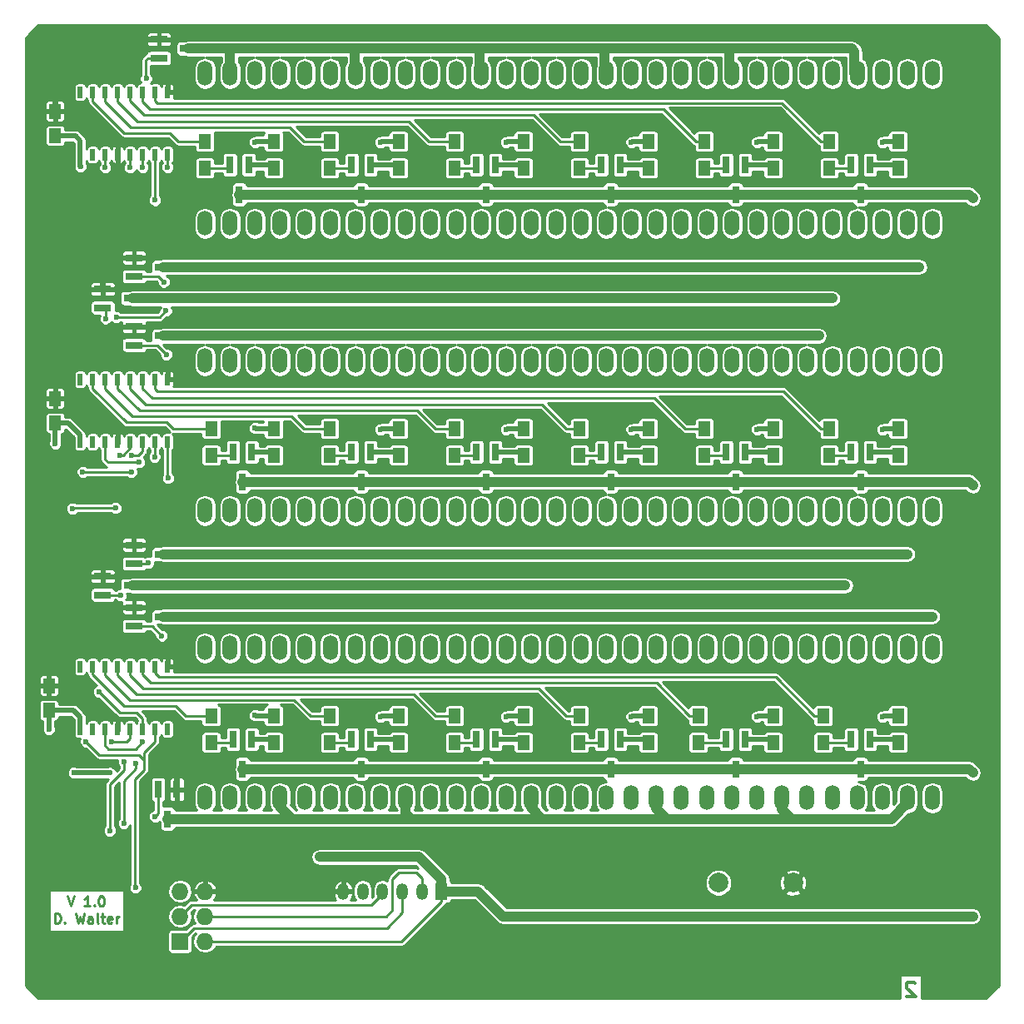
<source format=gbr>
G04 #@! TF.FileFunction,Copper,L2,Bot,Signal*
%FSLAX46Y46*%
G04 Gerber Fmt 4.6, Leading zero omitted, Abs format (unit mm)*
G04 Created by KiCad (PCBNEW 4.0.3-stable) date 09/18/16 17:34:36*
%MOMM*%
%LPD*%
G01*
G04 APERTURE LIST*
%ADD10C,0.100000*%
%ADD11C,0.250000*%
%ADD12C,0.300000*%
%ADD13O,1.524000X2.524000*%
%ADD14R,0.508000X1.143000*%
%ADD15R,1.300000X1.500000*%
%ADD16C,2.000000*%
%ADD17R,1.250000X1.500000*%
%ADD18R,1.727200X1.727200*%
%ADD19O,1.727200X1.727200*%
%ADD20R,1.198880X1.699260*%
%ADD21O,1.198880X1.699260*%
%ADD22R,1.800860X0.800100*%
%ADD23R,0.800100X1.800860*%
%ADD24C,4.400000*%
%ADD25C,0.600000*%
%ADD26C,0.500000*%
%ADD27C,1.000000*%
%ADD28C,0.254000*%
G04 APERTURE END LIST*
D10*
D11*
X71755238Y-130657381D02*
X72088571Y-131657381D01*
X72421905Y-130657381D01*
X74040953Y-131657381D02*
X73469524Y-131657381D01*
X73755238Y-131657381D02*
X73755238Y-130657381D01*
X73660000Y-130800238D01*
X73564762Y-130895476D01*
X73469524Y-130943095D01*
X74469524Y-131562143D02*
X74517143Y-131609762D01*
X74469524Y-131657381D01*
X74421905Y-131609762D01*
X74469524Y-131562143D01*
X74469524Y-131657381D01*
X75136190Y-130657381D02*
X75231429Y-130657381D01*
X75326667Y-130705000D01*
X75374286Y-130752619D01*
X75421905Y-130847857D01*
X75469524Y-131038333D01*
X75469524Y-131276429D01*
X75421905Y-131466905D01*
X75374286Y-131562143D01*
X75326667Y-131609762D01*
X75231429Y-131657381D01*
X75136190Y-131657381D01*
X75040952Y-131609762D01*
X74993333Y-131562143D01*
X74945714Y-131466905D01*
X74898095Y-131276429D01*
X74898095Y-131038333D01*
X74945714Y-130847857D01*
X74993333Y-130752619D01*
X75040952Y-130705000D01*
X75136190Y-130657381D01*
X70469523Y-133407381D02*
X70469523Y-132407381D01*
X70707618Y-132407381D01*
X70850476Y-132455000D01*
X70945714Y-132550238D01*
X70993333Y-132645476D01*
X71040952Y-132835952D01*
X71040952Y-132978810D01*
X70993333Y-133169286D01*
X70945714Y-133264524D01*
X70850476Y-133359762D01*
X70707618Y-133407381D01*
X70469523Y-133407381D01*
X71469523Y-133312143D02*
X71517142Y-133359762D01*
X71469523Y-133407381D01*
X71421904Y-133359762D01*
X71469523Y-133312143D01*
X71469523Y-133407381D01*
X72612380Y-132407381D02*
X72850475Y-133407381D01*
X73040952Y-132693095D01*
X73231428Y-133407381D01*
X73469523Y-132407381D01*
X74279047Y-133407381D02*
X74279047Y-132883571D01*
X74231428Y-132788333D01*
X74136190Y-132740714D01*
X73945713Y-132740714D01*
X73850475Y-132788333D01*
X74279047Y-133359762D02*
X74183809Y-133407381D01*
X73945713Y-133407381D01*
X73850475Y-133359762D01*
X73802856Y-133264524D01*
X73802856Y-133169286D01*
X73850475Y-133074048D01*
X73945713Y-133026429D01*
X74183809Y-133026429D01*
X74279047Y-132978810D01*
X74898094Y-133407381D02*
X74802856Y-133359762D01*
X74755237Y-133264524D01*
X74755237Y-132407381D01*
X75136190Y-132740714D02*
X75517142Y-132740714D01*
X75279047Y-132407381D02*
X75279047Y-133264524D01*
X75326666Y-133359762D01*
X75421904Y-133407381D01*
X75517142Y-133407381D01*
X76231429Y-133359762D02*
X76136191Y-133407381D01*
X75945714Y-133407381D01*
X75850476Y-133359762D01*
X75802857Y-133264524D01*
X75802857Y-132883571D01*
X75850476Y-132788333D01*
X75945714Y-132740714D01*
X76136191Y-132740714D01*
X76231429Y-132788333D01*
X76279048Y-132883571D01*
X76279048Y-132978810D01*
X75802857Y-133074048D01*
X76707619Y-133407381D02*
X76707619Y-132740714D01*
X76707619Y-132931190D02*
X76755238Y-132835952D01*
X76802857Y-132788333D01*
X76898095Y-132740714D01*
X76993334Y-132740714D01*
D12*
X157908571Y-139529429D02*
X157837142Y-139458000D01*
X157694285Y-139386571D01*
X157337142Y-139386571D01*
X157194285Y-139458000D01*
X157122856Y-139529429D01*
X157051428Y-139672286D01*
X157051428Y-139815143D01*
X157122856Y-140029429D01*
X157979999Y-140886571D01*
X157051428Y-140886571D01*
D13*
X136779000Y-120650000D03*
X139319000Y-120650000D03*
X141859000Y-120650000D03*
X144399000Y-120650000D03*
X146939000Y-120650000D03*
X146939000Y-105410000D03*
X144399000Y-105410000D03*
X141859000Y-105410000D03*
X139319000Y-105410000D03*
X136779000Y-105410000D03*
D14*
X73025000Y-84455000D03*
X75565000Y-84455000D03*
X76835000Y-84455000D03*
X78105000Y-84455000D03*
X79375000Y-84455000D03*
X80645000Y-84455000D03*
X81915000Y-84455000D03*
X81915000Y-78105000D03*
X80645000Y-78105000D03*
X79375000Y-78105000D03*
X78105000Y-78105000D03*
X76835000Y-78105000D03*
X75565000Y-78105000D03*
X74295000Y-78105000D03*
X73025000Y-78105000D03*
X74295000Y-84455000D03*
D13*
X136779000Y-62230000D03*
X139319000Y-62230000D03*
X141859000Y-62230000D03*
X144399000Y-62230000D03*
X146939000Y-62230000D03*
X146939000Y-46990000D03*
X144399000Y-46990000D03*
X141859000Y-46990000D03*
X139319000Y-46990000D03*
X136779000Y-46990000D03*
X149542500Y-91440000D03*
X152082500Y-91440000D03*
X154622500Y-91440000D03*
X157162500Y-91440000D03*
X159702500Y-91440000D03*
X159702500Y-76200000D03*
X157162500Y-76200000D03*
X154622500Y-76200000D03*
X152082500Y-76200000D03*
X149542500Y-76200000D03*
X85725000Y-62230000D03*
X88265000Y-62230000D03*
X90805000Y-62230000D03*
X93345000Y-62230000D03*
X95885000Y-62230000D03*
X95885000Y-46990000D03*
X93345000Y-46990000D03*
X90805000Y-46990000D03*
X88265000Y-46990000D03*
X85725000Y-46990000D03*
X98488500Y-91440000D03*
X101028500Y-91440000D03*
X103568500Y-91440000D03*
X106108500Y-91440000D03*
X108648500Y-91440000D03*
X108648500Y-76200000D03*
X106108500Y-76200000D03*
X103568500Y-76200000D03*
X101028500Y-76200000D03*
X98488500Y-76200000D03*
X98488500Y-62230000D03*
X101028500Y-62230000D03*
X103568500Y-62230000D03*
X106108500Y-62230000D03*
X108648500Y-62230000D03*
X108648500Y-46990000D03*
X106108500Y-46990000D03*
X103568500Y-46990000D03*
X101028500Y-46990000D03*
X98488500Y-46990000D03*
X124015500Y-91440000D03*
X126555500Y-91440000D03*
X129095500Y-91440000D03*
X131635500Y-91440000D03*
X134175500Y-91440000D03*
X134175500Y-76200000D03*
X131635500Y-76200000D03*
X129095500Y-76200000D03*
X126555500Y-76200000D03*
X124015500Y-76200000D03*
X85725000Y-91440000D03*
X88265000Y-91440000D03*
X90805000Y-91440000D03*
X93345000Y-91440000D03*
X95885000Y-91440000D03*
X95885000Y-76200000D03*
X93345000Y-76200000D03*
X90805000Y-76200000D03*
X88265000Y-76200000D03*
X85725000Y-76200000D03*
X124015500Y-120650000D03*
X126555500Y-120650000D03*
X129095500Y-120650000D03*
X131635500Y-120650000D03*
X134175500Y-120650000D03*
X134175500Y-105410000D03*
X131635500Y-105410000D03*
X129095500Y-105410000D03*
X126555500Y-105410000D03*
X124015500Y-105410000D03*
X149542500Y-120650000D03*
X152082500Y-120650000D03*
X154622500Y-120650000D03*
X157162500Y-120650000D03*
X159702500Y-120650000D03*
X159702500Y-105410000D03*
X157162500Y-105410000D03*
X154622500Y-105410000D03*
X152082500Y-105410000D03*
X149542500Y-105410000D03*
X98488500Y-120650000D03*
X101028500Y-120650000D03*
X103568500Y-120650000D03*
X106108500Y-120650000D03*
X108648500Y-120650000D03*
X108648500Y-105410000D03*
X106108500Y-105410000D03*
X103568500Y-105410000D03*
X101028500Y-105410000D03*
X98488500Y-105410000D03*
D14*
X73025000Y-55245000D03*
X75565000Y-55245000D03*
X76835000Y-55245000D03*
X78105000Y-55245000D03*
X79375000Y-55245000D03*
X80645000Y-55245000D03*
X81915000Y-55245000D03*
X81915000Y-48895000D03*
X80645000Y-48895000D03*
X79375000Y-48895000D03*
X78105000Y-48895000D03*
X76835000Y-48895000D03*
X75565000Y-48895000D03*
X74295000Y-48895000D03*
X73025000Y-48895000D03*
X74295000Y-55245000D03*
D13*
X111252000Y-120650000D03*
X113792000Y-120650000D03*
X116332000Y-120650000D03*
X118872000Y-120650000D03*
X121412000Y-120650000D03*
X121412000Y-105410000D03*
X118872000Y-105410000D03*
X116332000Y-105410000D03*
X113792000Y-105410000D03*
X111252000Y-105410000D03*
D15*
X130810000Y-56595000D03*
X130810000Y-53895000D03*
X92710000Y-56595000D03*
X92710000Y-53895000D03*
X143510000Y-56595000D03*
X143510000Y-53895000D03*
X105410000Y-56595000D03*
X105410000Y-53895000D03*
X156210000Y-56595000D03*
X156210000Y-53895000D03*
X118110000Y-56595000D03*
X118110000Y-53895000D03*
X130810000Y-85805000D03*
X130810000Y-83105000D03*
X92710000Y-85805000D03*
X92710000Y-83105000D03*
X143510000Y-85805000D03*
X143510000Y-83105000D03*
X105410000Y-85805000D03*
X105410000Y-83105000D03*
X156210000Y-85805000D03*
X156210000Y-83105000D03*
D13*
X124015500Y-62230000D03*
X126555500Y-62230000D03*
X129095500Y-62230000D03*
X131635500Y-62230000D03*
X134175500Y-62230000D03*
X134175500Y-46990000D03*
X131635500Y-46990000D03*
X129095500Y-46990000D03*
X126555500Y-46990000D03*
X124015500Y-46990000D03*
X149542500Y-62230000D03*
X152082500Y-62230000D03*
X154622500Y-62230000D03*
X157162500Y-62230000D03*
X159702500Y-62230000D03*
X159702500Y-46990000D03*
X157162500Y-46990000D03*
X154622500Y-46990000D03*
X152082500Y-46990000D03*
X149542500Y-46990000D03*
X111252000Y-62230000D03*
X113792000Y-62230000D03*
X116332000Y-62230000D03*
X118872000Y-62230000D03*
X121412000Y-62230000D03*
X121412000Y-46990000D03*
X118872000Y-46990000D03*
X116332000Y-46990000D03*
X113792000Y-46990000D03*
X111252000Y-46990000D03*
X136779000Y-91440000D03*
X139319000Y-91440000D03*
X141859000Y-91440000D03*
X144399000Y-91440000D03*
X146939000Y-91440000D03*
X146939000Y-76200000D03*
X144399000Y-76200000D03*
X141859000Y-76200000D03*
X139319000Y-76200000D03*
X136779000Y-76200000D03*
X111252000Y-91440000D03*
X113792000Y-91440000D03*
X116332000Y-91440000D03*
X118872000Y-91440000D03*
X121412000Y-91440000D03*
X121412000Y-76200000D03*
X118872000Y-76200000D03*
X116332000Y-76200000D03*
X113792000Y-76200000D03*
X111252000Y-76200000D03*
D15*
X92710000Y-115015000D03*
X92710000Y-112315000D03*
X143510000Y-115015000D03*
X143510000Y-112315000D03*
X105410000Y-115015000D03*
X105410000Y-112315000D03*
X156210000Y-115015000D03*
X156210000Y-112315000D03*
X118110000Y-115015000D03*
X118110000Y-112315000D03*
D13*
X85725000Y-120650000D03*
X88265000Y-120650000D03*
X90805000Y-120650000D03*
X93345000Y-120650000D03*
X95885000Y-120650000D03*
X95885000Y-105410000D03*
X93345000Y-105410000D03*
X90805000Y-105410000D03*
X88265000Y-105410000D03*
X85725000Y-105410000D03*
D16*
X137932160Y-129286000D03*
X145531840Y-129286000D03*
D14*
X73025000Y-113665000D03*
X75565000Y-113665000D03*
X76835000Y-113665000D03*
X78105000Y-113665000D03*
X79375000Y-113665000D03*
X80645000Y-113665000D03*
X81915000Y-113665000D03*
X81915000Y-107315000D03*
X80645000Y-107315000D03*
X79375000Y-107315000D03*
X78105000Y-107315000D03*
X76835000Y-107315000D03*
X75565000Y-107315000D03*
X74295000Y-107315000D03*
X73025000Y-107315000D03*
X74295000Y-113665000D03*
D15*
X118110000Y-85805000D03*
X118110000Y-83105000D03*
D17*
X70485000Y-82530000D03*
X70485000Y-80030000D03*
X70485000Y-53320000D03*
X70485000Y-50820000D03*
D18*
X83185000Y-135255000D03*
D19*
X85725000Y-135255000D03*
X83185000Y-132715000D03*
X85725000Y-132715000D03*
X83185000Y-130175000D03*
X85725000Y-130175000D03*
D20*
X109778800Y-130175000D03*
D21*
X105775760Y-130175000D03*
X107777280Y-130175000D03*
X103776780Y-130175000D03*
X101775260Y-130175000D03*
X99773740Y-130175000D03*
D22*
X78508860Y-96835000D03*
X78508860Y-94935000D03*
X81511140Y-95885000D03*
X78508860Y-103185000D03*
X78508860Y-101285000D03*
X81511140Y-102235000D03*
D23*
X80965000Y-119783860D03*
X82865000Y-119783860D03*
X81915000Y-122786140D03*
D22*
X75333860Y-100010000D03*
X75333860Y-98110000D03*
X78336140Y-99060000D03*
X78508860Y-74610000D03*
X78508860Y-72710000D03*
X81511140Y-73660000D03*
X81048860Y-45400000D03*
X81048860Y-43500000D03*
X84051140Y-44450000D03*
X75333860Y-70800000D03*
X75333860Y-68900000D03*
X78336140Y-69850000D03*
X78508860Y-67625000D03*
X78508860Y-65725000D03*
X81511140Y-66675000D03*
D23*
X88270000Y-56283860D03*
X90170000Y-56283860D03*
X89220000Y-59286140D03*
X100650000Y-56283860D03*
X102550000Y-56283860D03*
X101600000Y-59286140D03*
X113350000Y-56283860D03*
X115250000Y-56283860D03*
X114300000Y-59286140D03*
X126050000Y-56283860D03*
X127950000Y-56283860D03*
X127000000Y-59286140D03*
X138750000Y-56283860D03*
X140650000Y-56283860D03*
X139700000Y-59286140D03*
X151450000Y-56283860D03*
X153350000Y-56283860D03*
X152400000Y-59286140D03*
X88585000Y-85493860D03*
X90485000Y-85493860D03*
X89535000Y-88496140D03*
X100650000Y-85493860D03*
X102550000Y-85493860D03*
X101600000Y-88496140D03*
X113350000Y-85493860D03*
X115250000Y-85493860D03*
X114300000Y-88496140D03*
X126050000Y-85493860D03*
X127950000Y-85493860D03*
X127000000Y-88496140D03*
X138750000Y-85493860D03*
X140650000Y-85493860D03*
X139700000Y-88496140D03*
X151450000Y-85493860D03*
X153350000Y-85493860D03*
X152400000Y-88496140D03*
X88585000Y-114703860D03*
X90485000Y-114703860D03*
X89535000Y-117706140D03*
X100650000Y-114703860D03*
X102550000Y-114703860D03*
X101600000Y-117706140D03*
X113350000Y-114703860D03*
X115250000Y-114703860D03*
X114300000Y-117706140D03*
X126050000Y-114703860D03*
X127950000Y-114703860D03*
X127000000Y-117706140D03*
X138750000Y-114703860D03*
X140650000Y-114703860D03*
X139700000Y-117706140D03*
X151450000Y-114703860D03*
X153350000Y-114703860D03*
X152400000Y-117706140D03*
D15*
X130810000Y-115015000D03*
X130810000Y-112315000D03*
D17*
X69850000Y-111740000D03*
X69850000Y-109240000D03*
D15*
X85725000Y-56595000D03*
X85725000Y-53895000D03*
X98425000Y-56595000D03*
X98425000Y-53895000D03*
X111125000Y-56595000D03*
X111125000Y-53895000D03*
X123825000Y-56595000D03*
X123825000Y-53895000D03*
X136525000Y-56595000D03*
X136525000Y-53895000D03*
X149225000Y-56595000D03*
X149225000Y-53895000D03*
X86360000Y-85805000D03*
X86360000Y-83105000D03*
X98425000Y-85805000D03*
X98425000Y-83105000D03*
X111125000Y-85805000D03*
X111125000Y-83105000D03*
X123825000Y-85805000D03*
X123825000Y-83105000D03*
X136525000Y-85805000D03*
X136525000Y-83105000D03*
X149225000Y-85805000D03*
X149225000Y-83105000D03*
X86360000Y-115015000D03*
X86360000Y-112315000D03*
X98425000Y-115015000D03*
X98425000Y-112315000D03*
X111125000Y-115015000D03*
X111125000Y-112315000D03*
X123825000Y-115015000D03*
X123825000Y-112315000D03*
X135890000Y-115015000D03*
X135890000Y-112315000D03*
X148590000Y-115015000D03*
X148590000Y-112315000D03*
D24*
X163830000Y-45720000D03*
X73660000Y-45720000D03*
X73660000Y-137795000D03*
X163830000Y-137795000D03*
D25*
X129095500Y-53975000D03*
X90805000Y-53975000D03*
X141859000Y-53975000D03*
X103568500Y-53975000D03*
X154622500Y-53975000D03*
X79375000Y-122555000D03*
X151384000Y-129794000D03*
X68834000Y-80010000D03*
X75692000Y-67564000D03*
X78486000Y-93726000D03*
X83820000Y-117602000D03*
X68072000Y-109220000D03*
X136398000Y-134366000D03*
X128270000Y-131318000D03*
X123190000Y-134112000D03*
X79502000Y-43434000D03*
X70612000Y-49022000D03*
X69850000Y-60452000D03*
X163830000Y-50038000D03*
X157480000Y-126238000D03*
X110490000Y-135890000D03*
X72390000Y-106045000D03*
X116332000Y-53975000D03*
X129095500Y-83185000D03*
X90805000Y-83058000D03*
X141859000Y-83185000D03*
X103568500Y-83185000D03*
X154622500Y-83185000D03*
X116332000Y-83185000D03*
X129095500Y-112395000D03*
X90805000Y-112268000D03*
X141859000Y-112395000D03*
X103568500Y-112395000D03*
X154622500Y-112395000D03*
X116332000Y-112395000D03*
X139700000Y-132715000D03*
X76039709Y-118117273D03*
X97370059Y-126650875D03*
X116205000Y-132715000D03*
X70500769Y-84634355D03*
X127635000Y-132715000D03*
X163830000Y-132715000D03*
X72390000Y-118110000D03*
X69850000Y-113665000D03*
X73055453Y-56476843D03*
X163830000Y-118110000D03*
X163830000Y-88900000D03*
X163830000Y-59690000D03*
X76045655Y-124001639D03*
X77484958Y-116952620D03*
X73301976Y-87494480D03*
X78243935Y-87504518D03*
X74922018Y-109855216D03*
X79378132Y-56518808D03*
X78272422Y-85839197D03*
X77076629Y-85796478D03*
X76202687Y-114932189D03*
X78109646Y-56552189D03*
X78650375Y-129786161D03*
X72241906Y-91226782D03*
X80647162Y-59875473D03*
X76636593Y-91168184D03*
X73640629Y-114940648D03*
X80592788Y-85974541D03*
X77457050Y-123243014D03*
X78692839Y-117160224D03*
X81769258Y-71130770D03*
X76704426Y-71792690D03*
X75581022Y-56560534D03*
X79053168Y-86522492D03*
X81912292Y-56516368D03*
X81967666Y-88138460D03*
X79375000Y-114935000D03*
X84074000Y-73660000D03*
X148151010Y-73660000D03*
X135387510Y-73660000D03*
X122624010Y-73660000D03*
X109860510Y-73660000D03*
X99700510Y-73660000D03*
X150856430Y-99060000D03*
X138031811Y-99060000D03*
X125291825Y-99060000D03*
X112536313Y-99060000D03*
X102290500Y-99060000D03*
X86999670Y-99060000D03*
X158374510Y-66675000D03*
X145611010Y-66675000D03*
X132847510Y-66675000D03*
X120084010Y-66675000D03*
X107320510Y-66675000D03*
X97097010Y-66675000D03*
X159702500Y-102235000D03*
X146939000Y-102235000D03*
X134175500Y-102235000D03*
X121412000Y-102235000D03*
X108648500Y-102235000D03*
X95885000Y-102235000D03*
X157162500Y-95885000D03*
X144399000Y-95885000D03*
X131635500Y-95885000D03*
X118872000Y-95885000D03*
X106108500Y-95885000D03*
X93345000Y-95885000D03*
X149542500Y-69850000D03*
X136779000Y-69850000D03*
X124015500Y-69850000D03*
X111252000Y-69850000D03*
X98488500Y-69850000D03*
X85725000Y-69850000D03*
X79961517Y-96735095D03*
X81333050Y-104167487D03*
X80645000Y-122555000D03*
X77133974Y-100065777D03*
X81789408Y-75559870D03*
X79741235Y-47487014D03*
X75625303Y-71912376D03*
X81548982Y-68184771D03*
D26*
X130810000Y-53895000D02*
X129175500Y-53895000D01*
X129175500Y-53895000D02*
X129095500Y-53975000D01*
X92710000Y-53895000D02*
X90885000Y-53895000D01*
X90885000Y-53895000D02*
X90805000Y-53975000D01*
X143510000Y-53895000D02*
X141939000Y-53895000D01*
X141939000Y-53895000D02*
X141859000Y-53975000D01*
X105410000Y-53895000D02*
X103648500Y-53895000D01*
X103648500Y-53895000D02*
X103568500Y-53975000D01*
X154702500Y-53895000D02*
X154622500Y-53975000D01*
X156210000Y-53895000D02*
X154702500Y-53895000D01*
X70485000Y-80030000D02*
X68854000Y-80030000D01*
X68854000Y-80030000D02*
X68834000Y-80010000D01*
X75333860Y-68900000D02*
X75333860Y-67922140D01*
X75333860Y-67922140D02*
X75692000Y-67564000D01*
X78508860Y-94935000D02*
X78508860Y-93748860D01*
X78508860Y-93748860D02*
X78486000Y-93726000D01*
X82865000Y-119783860D02*
X82865000Y-118557000D01*
X82865000Y-118557000D02*
X83820000Y-117602000D01*
X69850000Y-109240000D02*
X68092000Y-109240000D01*
X68092000Y-109240000D02*
X68072000Y-109220000D01*
X81048860Y-43500000D02*
X79568000Y-43500000D01*
X79568000Y-43500000D02*
X79502000Y-43434000D01*
X70485000Y-50820000D02*
X70485000Y-49149000D01*
X70485000Y-49149000D02*
X70612000Y-49022000D01*
D11*
X76835000Y-55245000D02*
X76835000Y-54110468D01*
X76835000Y-54110468D02*
X73544532Y-50820000D01*
X73544532Y-50820000D02*
X70485000Y-50820000D01*
X76835000Y-84455000D02*
X76835000Y-82930914D01*
X76835000Y-82930914D02*
X73934086Y-80030000D01*
X73934086Y-80030000D02*
X70485000Y-80030000D01*
D26*
X118110000Y-53895000D02*
X116412000Y-53895000D01*
X116412000Y-53895000D02*
X116332000Y-53975000D01*
X130810000Y-83105000D02*
X129175500Y-83105000D01*
X129175500Y-83105000D02*
X129095500Y-83185000D01*
X92710000Y-83105000D02*
X90852000Y-83105000D01*
X90852000Y-83105000D02*
X90805000Y-83058000D01*
X143510000Y-83105000D02*
X141939000Y-83105000D01*
X141939000Y-83105000D02*
X141859000Y-83185000D01*
X105410000Y-83105000D02*
X103648500Y-83105000D01*
X103648500Y-83105000D02*
X103568500Y-83185000D01*
X156210000Y-83105000D02*
X154702500Y-83105000D01*
X154702500Y-83105000D02*
X154622500Y-83185000D01*
X118110000Y-83105000D02*
X116412000Y-83105000D01*
X116412000Y-83105000D02*
X116332000Y-83185000D01*
D11*
X85725000Y-56595000D02*
X87958860Y-56595000D01*
X87958860Y-56595000D02*
X88270000Y-56283860D01*
X88038860Y-56515000D02*
X88270000Y-56283860D01*
X98425000Y-56595000D02*
X100338860Y-56595000D01*
X100338860Y-56595000D02*
X100650000Y-56283860D01*
X100418860Y-56515000D02*
X100650000Y-56283860D01*
X111125000Y-56595000D02*
X113038860Y-56595000D01*
X113038860Y-56595000D02*
X113350000Y-56283860D01*
X113118860Y-56515000D02*
X113350000Y-56283860D01*
D26*
X130810000Y-112315000D02*
X129175500Y-112315000D01*
X129175500Y-112315000D02*
X129095500Y-112395000D01*
X92710000Y-112315000D02*
X90852000Y-112315000D01*
X90852000Y-112315000D02*
X90805000Y-112268000D01*
X143510000Y-112315000D02*
X141939000Y-112315000D01*
X141939000Y-112315000D02*
X141859000Y-112395000D01*
X105410000Y-112315000D02*
X103648500Y-112315000D01*
X103648500Y-112315000D02*
X103568500Y-112395000D01*
X156210000Y-112315000D02*
X154702500Y-112315000D01*
X154702500Y-112315000D02*
X154622500Y-112395000D01*
X156210000Y-112315000D02*
X155876000Y-112315000D01*
X118110000Y-112315000D02*
X116412000Y-112315000D01*
X116412000Y-112315000D02*
X116332000Y-112395000D01*
D11*
X123825000Y-56595000D02*
X125738860Y-56595000D01*
X125738860Y-56595000D02*
X126050000Y-56283860D01*
X125818860Y-56515000D02*
X126050000Y-56283860D01*
X138350000Y-56595000D02*
X138661140Y-56283860D01*
X138661140Y-56283860D02*
X138750000Y-56283860D01*
X136525000Y-56595000D02*
X138350000Y-56595000D01*
X138518860Y-56515000D02*
X138750000Y-56283860D01*
X149225000Y-56595000D02*
X151138860Y-56595000D01*
X151138860Y-56595000D02*
X151450000Y-56283860D01*
X151218860Y-56515000D02*
X151450000Y-56283860D01*
X86360000Y-85805000D02*
X88273860Y-85805000D01*
X88273860Y-85805000D02*
X88585000Y-85493860D01*
X88353860Y-85725000D02*
X88585000Y-85493860D01*
X98425000Y-85805000D02*
X100338860Y-85805000D01*
X100338860Y-85805000D02*
X100650000Y-85493860D01*
X100418860Y-85725000D02*
X100650000Y-85493860D01*
X111125000Y-85805000D02*
X113038860Y-85805000D01*
X113038860Y-85805000D02*
X113350000Y-85493860D01*
X113118860Y-85725000D02*
X113350000Y-85493860D01*
D26*
X72390000Y-118110000D02*
X76032436Y-118110000D01*
X76032436Y-118110000D02*
X76039709Y-118117273D01*
D27*
X109778800Y-130175000D02*
X113495259Y-130175000D01*
X113495259Y-130175000D02*
X116035259Y-132715000D01*
X116035259Y-132715000D02*
X116205000Y-132715000D01*
X109778800Y-130175000D02*
X109778800Y-128936281D01*
X109778800Y-128936281D02*
X107493394Y-126650875D01*
X107493394Y-126650875D02*
X97370059Y-126650875D01*
X116205000Y-132715000D02*
X127635000Y-132715000D01*
X127635000Y-132715000D02*
X139700000Y-132715000D01*
X139700000Y-132715000D02*
X163830000Y-132715000D01*
X101600000Y-117706140D02*
X89535000Y-117706140D01*
X101600000Y-88496140D02*
X89535000Y-88496140D01*
D26*
X70485000Y-84618586D02*
X70500769Y-84634355D01*
X70485000Y-82530000D02*
X70485000Y-84618586D01*
X73025000Y-84455000D02*
X73025000Y-83730191D01*
X73025000Y-83730191D02*
X71824809Y-82530000D01*
X71824809Y-82530000D02*
X70485000Y-82530000D01*
X69850000Y-111740000D02*
X69850000Y-113665000D01*
X73025000Y-56446390D02*
X73055453Y-56476843D01*
X73025000Y-55245000D02*
X73025000Y-56446390D01*
X70485000Y-53320000D02*
X72548177Y-53320000D01*
X73025000Y-53796823D02*
X73025000Y-55245000D01*
X72548177Y-53320000D02*
X73025000Y-53796823D01*
X69850000Y-111740000D02*
X72371318Y-111740000D01*
X72371318Y-111740000D02*
X73025000Y-112393682D01*
X73025000Y-112393682D02*
X73025000Y-113665000D01*
D27*
X152400000Y-117706140D02*
X163426140Y-117706140D01*
X163426140Y-117706140D02*
X163830000Y-118110000D01*
X152400000Y-88496140D02*
X163426140Y-88496140D01*
X163426140Y-88496140D02*
X163830000Y-88900000D01*
X152400000Y-59286140D02*
X163426140Y-59286140D01*
X163426140Y-59286140D02*
X163830000Y-59690000D01*
D11*
X85725000Y-135255000D02*
X105718434Y-135255000D01*
X105718434Y-135255000D02*
X109778800Y-131194634D01*
X109778800Y-131194634D02*
X109778800Y-130175000D01*
D27*
X114300000Y-117706140D02*
X101600000Y-117706140D01*
X127000000Y-117706140D02*
X114300000Y-117706140D01*
X139700000Y-117706140D02*
X127000000Y-117706140D01*
X152400000Y-117706140D02*
X139700000Y-117706140D01*
X114300000Y-88496140D02*
X101600000Y-88496140D01*
X127000000Y-88496140D02*
X114300000Y-88496140D01*
X139700000Y-88496140D02*
X127000000Y-88496140D01*
X152400000Y-88496140D02*
X139700000Y-88496140D01*
X139700000Y-59286140D02*
X152400000Y-59286140D01*
X127000000Y-59286140D02*
X139700000Y-59286140D01*
X114300000Y-59286140D02*
X127000000Y-59286140D01*
X101600000Y-59286140D02*
X114300000Y-59286140D01*
X89220000Y-59286140D02*
X101600000Y-59286140D01*
D11*
X77484958Y-116952620D02*
X77514725Y-116982387D01*
X77514725Y-116982387D02*
X77514725Y-117842322D01*
X76045655Y-123577375D02*
X76045655Y-124001639D01*
X77514725Y-117842322D02*
X76045655Y-119311392D01*
X76045655Y-119311392D02*
X76045655Y-123577375D01*
X73312014Y-87504518D02*
X73301976Y-87494480D01*
X78243935Y-87504518D02*
X73312014Y-87504518D01*
X79375000Y-84455000D02*
X79375000Y-85386393D01*
X79375000Y-85386393D02*
X78922196Y-85839197D01*
X78922196Y-85839197D02*
X78272422Y-85839197D01*
X79375000Y-113665000D02*
X79375000Y-112580907D01*
X79375000Y-112580907D02*
X78786534Y-111992441D01*
X78786534Y-111992441D02*
X77059243Y-111992441D01*
X77059243Y-111992441D02*
X74922018Y-109855216D01*
X79375000Y-55245000D02*
X79375000Y-56515676D01*
X79375000Y-56515676D02*
X79378132Y-56518808D01*
X85725000Y-132715000D02*
X104140000Y-132715000D01*
X104140000Y-132715000D02*
X104775000Y-132080000D01*
X104775000Y-132080000D02*
X104775000Y-128905000D01*
X104775000Y-128905000D02*
X105410000Y-128270000D01*
X107778509Y-128834497D02*
X107778509Y-128920903D01*
X105410000Y-128270000D02*
X107214012Y-128270000D01*
X107214012Y-128270000D02*
X107778509Y-128834497D01*
X107778509Y-128920903D02*
X107777280Y-128922132D01*
X107777280Y-128922132D02*
X107777280Y-130175000D01*
X83185000Y-135255000D02*
X83245763Y-135255000D01*
X105775760Y-132349240D02*
X105775760Y-130175000D01*
X83245763Y-135255000D02*
X84597162Y-133903601D01*
X104221399Y-133903601D02*
X105775760Y-132349240D01*
X84597162Y-133903601D02*
X104221399Y-133903601D01*
X83185000Y-132715000D02*
X84373601Y-131526399D01*
X84373601Y-131526399D02*
X102675571Y-131526399D01*
X102675571Y-131526399D02*
X103776780Y-130425190D01*
X103776780Y-130425190D02*
X103776780Y-130175000D01*
X78105000Y-84455000D02*
X78105000Y-85085681D01*
X78105000Y-85085681D02*
X77394203Y-85796478D01*
X77394203Y-85796478D02*
X77076629Y-85796478D01*
X78105000Y-113665000D02*
X78105000Y-114584786D01*
X78105000Y-114584786D02*
X77757597Y-114932189D01*
X77757597Y-114932189D02*
X76202687Y-114932189D01*
X78105000Y-56547543D02*
X78109646Y-56552189D01*
X78105000Y-55245000D02*
X78105000Y-56547543D01*
X78650375Y-129786161D02*
X78631699Y-129767485D01*
X78631699Y-129767485D02*
X78631699Y-118737763D01*
X78631699Y-118737763D02*
X79539627Y-117829835D01*
X79539627Y-117829835D02*
X79539627Y-116840000D01*
X78980453Y-116280826D02*
X79539627Y-116840000D01*
X79539627Y-116840000D02*
X79539627Y-116040373D01*
X73640629Y-114940648D02*
X74980807Y-116280826D01*
X74980807Y-116280826D02*
X78980453Y-116280826D01*
X79539627Y-116040373D02*
X80645000Y-114935000D01*
X80645000Y-114935000D02*
X80645000Y-113665000D01*
X76636593Y-91168184D02*
X72300504Y-91168184D01*
X72300504Y-91168184D02*
X72241906Y-91226782D01*
X80645000Y-59873311D02*
X80647162Y-59875473D01*
X80645000Y-55245000D02*
X80645000Y-59873311D01*
X80645000Y-84455000D02*
X80645000Y-85922329D01*
X80645000Y-85922329D02*
X80592788Y-85974541D01*
D26*
X90170000Y-56283860D02*
X92398860Y-56283860D01*
X92398860Y-56283860D02*
X92710000Y-56595000D01*
X102550000Y-56283860D02*
X105098860Y-56283860D01*
X105098860Y-56283860D02*
X105410000Y-56595000D01*
X115250000Y-56283860D02*
X117798860Y-56283860D01*
X117798860Y-56283860D02*
X118110000Y-56595000D01*
X127950000Y-56283860D02*
X130498860Y-56283860D01*
X130498860Y-56283860D02*
X130810000Y-56595000D01*
X140650000Y-56283860D02*
X143198860Y-56283860D01*
X143198860Y-56283860D02*
X143510000Y-56595000D01*
X153350000Y-56283860D02*
X155898860Y-56283860D01*
X155898860Y-56283860D02*
X156210000Y-56595000D01*
X90485000Y-85493860D02*
X92398860Y-85493860D01*
X92398860Y-85493860D02*
X92710000Y-85805000D01*
X102550000Y-85493860D02*
X105098860Y-85493860D01*
X105098860Y-85493860D02*
X105410000Y-85805000D01*
X115250000Y-85493860D02*
X117798860Y-85493860D01*
X117798860Y-85493860D02*
X118110000Y-85805000D01*
D11*
X123825000Y-85805000D02*
X125738860Y-85805000D01*
X125738860Y-85805000D02*
X126050000Y-85493860D01*
X125818860Y-85725000D02*
X126050000Y-85493860D01*
D26*
X127950000Y-85493860D02*
X130498860Y-85493860D01*
X130498860Y-85493860D02*
X130810000Y-85805000D01*
D11*
X78692839Y-117160224D02*
X78692839Y-117661184D01*
X78692839Y-117661184D02*
X77457050Y-118896973D01*
X77457050Y-118896973D02*
X77457050Y-123243014D01*
X81107338Y-71792690D02*
X81769258Y-71130770D01*
X76704426Y-71792690D02*
X81107338Y-71792690D01*
X136525000Y-85805000D02*
X138438860Y-85805000D01*
X138438860Y-85805000D02*
X138750000Y-85493860D01*
X138518860Y-85725000D02*
X138750000Y-85493860D01*
D26*
X140650000Y-85493860D02*
X143198860Y-85493860D01*
X143198860Y-85493860D02*
X143510000Y-85805000D01*
D11*
X149225000Y-85805000D02*
X151138860Y-85805000D01*
X151138860Y-85805000D02*
X151450000Y-85493860D01*
X151218860Y-85725000D02*
X151450000Y-85493860D01*
D26*
X153350000Y-85493860D02*
X155898860Y-85493860D01*
X155898860Y-85493860D02*
X156210000Y-85805000D01*
D11*
X86360000Y-115015000D02*
X88273860Y-115015000D01*
X88273860Y-115015000D02*
X88585000Y-114703860D01*
X88353860Y-114935000D02*
X88585000Y-114703860D01*
D26*
X90485000Y-114703860D02*
X92398860Y-114703860D01*
X92398860Y-114703860D02*
X92710000Y-115015000D01*
D11*
X98425000Y-115015000D02*
X100338860Y-115015000D01*
X100338860Y-115015000D02*
X100650000Y-114703860D01*
X100418860Y-114935000D02*
X100650000Y-114703860D01*
D26*
X102550000Y-114703860D02*
X105098860Y-114703860D01*
X105098860Y-114703860D02*
X105410000Y-115015000D01*
D11*
X111125000Y-115015000D02*
X113038860Y-115015000D01*
X113038860Y-115015000D02*
X113350000Y-114703860D01*
X113118860Y-114935000D02*
X113350000Y-114703860D01*
D26*
X115250000Y-114703860D02*
X117798860Y-114703860D01*
X117798860Y-114703860D02*
X118110000Y-115015000D01*
D11*
X123825000Y-115015000D02*
X125738860Y-115015000D01*
X125738860Y-115015000D02*
X126050000Y-114703860D01*
X125818860Y-114935000D02*
X126050000Y-114703860D01*
D26*
X127950000Y-114703860D02*
X130498860Y-114703860D01*
X130498860Y-114703860D02*
X130810000Y-115015000D01*
D11*
X135890000Y-115015000D02*
X138438860Y-115015000D01*
X138438860Y-115015000D02*
X138750000Y-114703860D01*
X138518860Y-114935000D02*
X138750000Y-114703860D01*
D26*
X140650000Y-114703860D02*
X143198860Y-114703860D01*
X143198860Y-114703860D02*
X143510000Y-115015000D01*
D11*
X148590000Y-115015000D02*
X151138860Y-115015000D01*
X151138860Y-115015000D02*
X151450000Y-114703860D01*
X151218860Y-114935000D02*
X151450000Y-114703860D01*
D26*
X153350000Y-114703860D02*
X155898860Y-114703860D01*
X155898860Y-114703860D02*
X156210000Y-115015000D01*
D11*
X75565000Y-56544512D02*
X75581022Y-56560534D01*
X75565000Y-55245000D02*
X75565000Y-56544512D01*
X75565000Y-84455000D02*
X75565000Y-86234602D01*
X75565000Y-86234602D02*
X75852890Y-86522492D01*
X75852890Y-86522492D02*
X79053168Y-86522492D01*
X81915000Y-55245000D02*
X81915000Y-56513660D01*
X81915000Y-56513660D02*
X81912292Y-56516368D01*
X81915000Y-84455000D02*
X81915000Y-88085794D01*
X81915000Y-88085794D02*
X81967666Y-88138460D01*
X75565000Y-113665000D02*
X75565000Y-115328585D01*
X75565000Y-115328585D02*
X75909734Y-115673319D01*
X75909734Y-115673319D02*
X78652578Y-115673319D01*
X78652578Y-115673319D02*
X79375000Y-114950897D01*
X79375000Y-114950897D02*
X79375000Y-114935000D01*
D27*
X84074000Y-73660000D02*
X99700510Y-73660000D01*
X81511140Y-73660000D02*
X84074000Y-73660000D01*
X135387510Y-73660000D02*
X148151010Y-73660000D01*
X122624010Y-73660000D02*
X135387510Y-73660000D01*
X109860510Y-73660000D02*
X122624010Y-73660000D01*
X99700510Y-73660000D02*
X109860510Y-73660000D01*
D26*
X98425000Y-62730000D02*
X98425000Y-62230000D01*
D27*
X138031811Y-99060000D02*
X150856430Y-99060000D01*
X125291825Y-99060000D02*
X138031811Y-99060000D01*
X112536313Y-99060000D02*
X125291825Y-99060000D01*
X102290500Y-99060000D02*
X112536313Y-99060000D01*
X86999670Y-99060000D02*
X102290500Y-99060000D01*
X78336140Y-99060000D02*
X86999670Y-99060000D01*
D26*
X100965000Y-61730000D02*
X100965000Y-62230000D01*
X88265000Y-62230000D02*
X88265000Y-61730000D01*
D27*
X94615000Y-122786140D02*
X106680000Y-122786140D01*
X106680000Y-122786140D02*
X120015000Y-122786140D01*
X106108500Y-120650000D02*
X106108500Y-122214640D01*
X106108500Y-122214640D02*
X106680000Y-122786140D01*
X81915000Y-122786140D02*
X94615000Y-122786140D01*
X93345000Y-120650000D02*
X93345000Y-121516140D01*
X93345000Y-121516140D02*
X94615000Y-122786140D01*
X120015000Y-122786140D02*
X132715000Y-122786140D01*
X118872000Y-121643140D02*
X120015000Y-122786140D01*
X118872000Y-120650000D02*
X118872000Y-121643140D01*
X132715000Y-122786140D02*
X145415000Y-122786140D01*
X131635500Y-120650000D02*
X131635500Y-121706640D01*
X131635500Y-121706640D02*
X132715000Y-122786140D01*
X145415000Y-122786140D02*
X155526360Y-122786140D01*
X144399000Y-120650000D02*
X144399000Y-121770140D01*
X144399000Y-121770140D02*
X145415000Y-122786140D01*
X155526360Y-122786140D02*
X157162500Y-121150000D01*
X157162500Y-121150000D02*
X157162500Y-120650000D01*
X144399000Y-121150000D02*
X144399000Y-120650000D01*
X131635500Y-121150000D02*
X131635500Y-120650000D01*
X118872000Y-121150000D02*
X118872000Y-120650000D01*
X106108500Y-121150000D02*
X106108500Y-120650000D01*
X93345000Y-121150000D02*
X93345000Y-120650000D01*
X145611010Y-66675000D02*
X158374510Y-66675000D01*
X132847510Y-66675000D02*
X145611010Y-66675000D01*
X120084010Y-66675000D02*
X132847510Y-66675000D01*
X107320510Y-66675000D02*
X120084010Y-66675000D01*
X97097010Y-66675000D02*
X107320510Y-66675000D01*
X81511140Y-66675000D02*
X97097010Y-66675000D01*
X146939000Y-102235000D02*
X159702500Y-102235000D01*
X134175500Y-102235000D02*
X146939000Y-102235000D01*
X121412000Y-102235000D02*
X134175500Y-102235000D01*
X108648500Y-102235000D02*
X121412000Y-102235000D01*
X95885000Y-102235000D02*
X108648500Y-102235000D01*
X81511140Y-102235000D02*
X95885000Y-102235000D01*
X144399000Y-95885000D02*
X157162500Y-95885000D01*
X131635500Y-95885000D02*
X144399000Y-95885000D01*
X118872000Y-95885000D02*
X131635500Y-95885000D01*
X106108500Y-95885000D02*
X118872000Y-95885000D01*
X93345000Y-95885000D02*
X106108500Y-95885000D01*
X81511140Y-95885000D02*
X93345000Y-95885000D01*
X126365000Y-44450000D02*
X139065000Y-44450000D01*
X139065000Y-44450000D02*
X151487000Y-44450000D01*
X139065000Y-46990000D02*
X139065000Y-44450000D01*
X113919000Y-44450000D02*
X126365000Y-44450000D01*
X126365000Y-46990000D02*
X126365000Y-44450000D01*
X100965000Y-44450000D02*
X113919000Y-44450000D01*
X113665000Y-46990000D02*
X113665000Y-44704000D01*
X113665000Y-44704000D02*
X113919000Y-44450000D01*
X88392000Y-44450000D02*
X100965000Y-44450000D01*
X100965000Y-46990000D02*
X100965000Y-44450000D01*
X84051140Y-44450000D02*
X88392000Y-44450000D01*
X88265000Y-46990000D02*
X88265000Y-44577000D01*
X88265000Y-44577000D02*
X88392000Y-44450000D01*
X151487000Y-44450000D02*
X151765000Y-44728000D01*
X151765000Y-44728000D02*
X151765000Y-46990000D01*
D26*
X88265000Y-46490000D02*
X88265000Y-46990000D01*
X100965000Y-46490000D02*
X100965000Y-46990000D01*
X113665000Y-46490000D02*
X113665000Y-46990000D01*
X126365000Y-46490000D02*
X126365000Y-46990000D01*
X139065000Y-46490000D02*
X139065000Y-46990000D01*
D27*
X136779000Y-69850000D02*
X149542500Y-69850000D01*
X124015500Y-69850000D02*
X136779000Y-69850000D01*
X111252000Y-69850000D02*
X124015500Y-69850000D01*
X98488500Y-69850000D02*
X111252000Y-69850000D01*
X85725000Y-69850000D02*
X98488500Y-69850000D01*
X78336140Y-69850000D02*
X85725000Y-69850000D01*
D26*
X85725000Y-47490000D02*
X85725000Y-46990000D01*
X98425000Y-47490000D02*
X98425000Y-46990000D01*
X111125000Y-47490000D02*
X111125000Y-46990000D01*
X123825000Y-47490000D02*
X123825000Y-46990000D01*
X136525000Y-47490000D02*
X136525000Y-46990000D01*
D11*
X78508860Y-96835000D02*
X79861612Y-96835000D01*
X79861612Y-96835000D02*
X79961517Y-96735095D01*
X80350563Y-103185000D02*
X81333050Y-104167487D01*
X78508860Y-103185000D02*
X80350563Y-103185000D01*
X80645000Y-122555000D02*
X80965000Y-122235000D01*
X80965000Y-122235000D02*
X80965000Y-119783860D01*
X75333860Y-100010000D02*
X77078197Y-100010000D01*
X77078197Y-100010000D02*
X77133974Y-100065777D01*
X80839538Y-74610000D02*
X81789408Y-75559870D01*
X78508860Y-74610000D02*
X80839538Y-74610000D01*
X81048860Y-45400000D02*
X79934156Y-45400000D01*
X79934156Y-45400000D02*
X79718952Y-45615204D01*
X79718952Y-45615204D02*
X79718952Y-47464731D01*
X79718952Y-47464731D02*
X79741235Y-47487014D01*
X75625303Y-71912376D02*
X75625303Y-71091443D01*
X75625303Y-71091443D02*
X75333860Y-70800000D01*
X80989211Y-67625000D02*
X81548982Y-68184771D01*
X78508860Y-67625000D02*
X80989211Y-67625000D01*
X82173192Y-53033383D02*
X83034809Y-53895000D01*
X83034809Y-53895000D02*
X85725000Y-53895000D01*
X74295000Y-48895000D02*
X74295000Y-49836079D01*
X74295000Y-49836079D02*
X77492304Y-53033383D01*
X77492304Y-53033383D02*
X82173192Y-53033383D01*
X94362597Y-52452597D02*
X95805000Y-53895000D01*
X95805000Y-53895000D02*
X98425000Y-53895000D01*
X75565000Y-48895000D02*
X75565000Y-49838361D01*
X75565000Y-49838361D02*
X78179236Y-52452597D01*
X78179236Y-52452597D02*
X94362597Y-52452597D01*
X106459474Y-51849474D02*
X108505000Y-53895000D01*
X108505000Y-53895000D02*
X111125000Y-53895000D01*
X76835000Y-48895000D02*
X76835000Y-49812473D01*
X76835000Y-49812473D02*
X78872001Y-51849474D01*
X78872001Y-51849474D02*
X106459474Y-51849474D01*
X119169013Y-51224013D02*
X121840000Y-53895000D01*
X121840000Y-53895000D02*
X123825000Y-53895000D01*
X78105000Y-48895000D02*
X78105000Y-49800670D01*
X78105000Y-49800670D02*
X79528343Y-51224013D01*
X79528343Y-51224013D02*
X119169013Y-51224013D01*
X80158627Y-50598552D02*
X132328552Y-50598552D01*
X132328552Y-50598552D02*
X135625000Y-53895000D01*
X135625000Y-53895000D02*
X136525000Y-53895000D01*
X79375000Y-48895000D02*
X79375000Y-49814925D01*
X79375000Y-49814925D02*
X80158627Y-50598552D01*
X80844550Y-49973091D02*
X144403091Y-49973091D01*
X144403091Y-49973091D02*
X148325000Y-53895000D01*
X148325000Y-53895000D02*
X149225000Y-53895000D01*
X80645000Y-48895000D02*
X80645000Y-49773541D01*
X80645000Y-49773541D02*
X80844550Y-49973091D01*
X81834562Y-82469562D02*
X82470000Y-83105000D01*
X82470000Y-83105000D02*
X86360000Y-83105000D01*
X74295000Y-78105000D02*
X74295000Y-79013052D01*
X74295000Y-79013052D02*
X77751510Y-82469562D01*
X77751510Y-82469562D02*
X81834562Y-82469562D01*
X94540844Y-81840844D02*
X95805000Y-83105000D01*
X95805000Y-83105000D02*
X98425000Y-83105000D01*
X75565000Y-78105000D02*
X75565000Y-79042405D01*
X75565000Y-79042405D02*
X78363439Y-81840844D01*
X78363439Y-81840844D02*
X94540844Y-81840844D01*
X107312166Y-81277166D02*
X109140000Y-83105000D01*
X109140000Y-83105000D02*
X111125000Y-83105000D01*
X76835000Y-78105000D02*
X76835000Y-79012679D01*
X76835000Y-79012679D02*
X79099487Y-81277166D01*
X79099487Y-81277166D02*
X107312166Y-81277166D01*
X119996768Y-80626768D02*
X122475000Y-83105000D01*
X122475000Y-83105000D02*
X123825000Y-83105000D01*
X78105000Y-78105000D02*
X78105000Y-79027263D01*
X78105000Y-79027263D02*
X79704505Y-80626768D01*
X79704505Y-80626768D02*
X119996768Y-80626768D01*
X131411370Y-79976370D02*
X134540000Y-83105000D01*
X134540000Y-83105000D02*
X136525000Y-83105000D01*
X79375000Y-78105000D02*
X79375000Y-79012307D01*
X79375000Y-79012307D02*
X80339063Y-79976370D01*
X80339063Y-79976370D02*
X131411370Y-79976370D01*
X80922402Y-79304293D02*
X144524293Y-79304293D01*
X144524293Y-79304293D02*
X148325000Y-83105000D01*
X148325000Y-83105000D02*
X149225000Y-83105000D01*
X80645000Y-78105000D02*
X80645000Y-79026891D01*
X80645000Y-79026891D02*
X80922402Y-79304293D01*
X82745466Y-111320466D02*
X83740000Y-112315000D01*
X83740000Y-112315000D02*
X86360000Y-112315000D01*
X74295000Y-107315000D02*
X74295000Y-108135312D01*
X74295000Y-108135312D02*
X77480154Y-111320466D01*
X77480154Y-111320466D02*
X82745466Y-111320466D01*
X94802709Y-110677709D02*
X96440000Y-112315000D01*
X96440000Y-112315000D02*
X98425000Y-112315000D01*
X75565000Y-107315000D02*
X75565000Y-108164555D01*
X75565000Y-108164555D02*
X78078154Y-110677709D01*
X78078154Y-110677709D02*
X94802709Y-110677709D01*
X106962208Y-110137208D02*
X109140000Y-112315000D01*
X109140000Y-112315000D02*
X111125000Y-112315000D01*
X76835000Y-107315000D02*
X76835000Y-108193797D01*
X76835000Y-108193797D02*
X78778411Y-110137208D01*
X78778411Y-110137208D02*
X106962208Y-110137208D01*
X119683666Y-109523666D02*
X122475000Y-112315000D01*
X122475000Y-112315000D02*
X123825000Y-112315000D01*
X78105000Y-107315000D02*
X78105000Y-108180255D01*
X78105000Y-108180255D02*
X79448411Y-109523666D01*
X79448411Y-109523666D02*
X119683666Y-109523666D01*
X80211072Y-108968557D02*
X131643557Y-108968557D01*
X131643557Y-108968557D02*
X134990000Y-112315000D01*
X134990000Y-112315000D02*
X135890000Y-112315000D01*
X79375000Y-107315000D02*
X79375000Y-108132485D01*
X79375000Y-108132485D02*
X80211072Y-108968557D01*
X135890000Y-112215000D02*
X135890000Y-112315000D01*
X81079232Y-108384232D02*
X143759232Y-108384232D01*
X143759232Y-108384232D02*
X147690000Y-112315000D01*
X147690000Y-112315000D02*
X148590000Y-112315000D01*
X80645000Y-107315000D02*
X80645000Y-107950000D01*
X80645000Y-107950000D02*
X81079232Y-108384232D01*
D28*
G36*
X166447000Y-43404606D02*
X166447000Y-139729394D01*
X165129394Y-141047000D01*
X158575286Y-141047000D01*
X158575286Y-138627000D01*
X156384715Y-138627000D01*
X156384715Y-141047000D01*
X68804606Y-141047000D01*
X67487000Y-139729394D01*
X67487000Y-129999000D01*
X69850428Y-129999000D01*
X69850428Y-134261000D01*
X77469572Y-134261000D01*
X77469572Y-132715000D01*
X81916017Y-132715000D01*
X82010757Y-133191288D01*
X82280552Y-133595065D01*
X82684329Y-133864860D01*
X83160617Y-133959600D01*
X83209383Y-133959600D01*
X83685671Y-133864860D01*
X84089448Y-133595065D01*
X84359243Y-133191288D01*
X84453983Y-132715000D01*
X84362169Y-132253423D01*
X84583193Y-132032399D01*
X84688611Y-132032399D01*
X84550757Y-132238712D01*
X84456017Y-132715000D01*
X84550757Y-133191288D01*
X84688611Y-133397601D01*
X84597162Y-133397601D01*
X84403524Y-133436118D01*
X84239366Y-133545805D01*
X83782235Y-134002936D01*
X82321400Y-134002936D01*
X82180210Y-134029503D01*
X82050535Y-134112946D01*
X81963541Y-134240266D01*
X81932936Y-134391400D01*
X81932936Y-136118600D01*
X81959503Y-136259790D01*
X82042946Y-136389465D01*
X82170266Y-136476459D01*
X82321400Y-136507064D01*
X84048600Y-136507064D01*
X84189790Y-136480497D01*
X84319465Y-136397054D01*
X84406459Y-136269734D01*
X84437064Y-136118600D01*
X84437064Y-134779291D01*
X84778531Y-134437824D01*
X84550757Y-134778712D01*
X84456017Y-135255000D01*
X84550757Y-135731288D01*
X84820552Y-136135065D01*
X85224329Y-136404860D01*
X85700617Y-136499600D01*
X85749383Y-136499600D01*
X86225671Y-136404860D01*
X86629448Y-136135065D01*
X86879390Y-135761000D01*
X105718434Y-135761000D01*
X105912072Y-135722483D01*
X106076230Y-135612796D01*
X110136596Y-131552430D01*
X110153989Y-131526399D01*
X110229697Y-131413094D01*
X110378240Y-131413094D01*
X110519430Y-131386527D01*
X110649105Y-131303084D01*
X110736099Y-131175764D01*
X110760351Y-131056000D01*
X113130337Y-131056000D01*
X115412298Y-133337961D01*
X115698114Y-133528938D01*
X116035259Y-133596000D01*
X163830000Y-133596000D01*
X164167144Y-133528938D01*
X164452961Y-133337961D01*
X164643938Y-133052144D01*
X164711000Y-132715000D01*
X164643938Y-132377856D01*
X164452961Y-132092039D01*
X164167144Y-131901062D01*
X163830000Y-131834000D01*
X116400181Y-131834000D01*
X114125674Y-129559493D01*
X136550921Y-129559493D01*
X136760723Y-130067251D01*
X137148865Y-130456072D01*
X137656257Y-130666759D01*
X138205653Y-130667239D01*
X138713411Y-130457437D01*
X138872662Y-130298464D01*
X144696153Y-130298464D01*
X144808601Y-130494117D01*
X145325981Y-130678926D01*
X145874701Y-130651675D01*
X146255079Y-130494117D01*
X146367527Y-130298464D01*
X145531840Y-129462777D01*
X144696153Y-130298464D01*
X138872662Y-130298464D01*
X139102232Y-130069295D01*
X139312919Y-129561903D01*
X139313339Y-129080141D01*
X144138914Y-129080141D01*
X144166165Y-129628861D01*
X144323723Y-130009239D01*
X144519376Y-130121687D01*
X145355063Y-129286000D01*
X145708617Y-129286000D01*
X146544304Y-130121687D01*
X146739957Y-130009239D01*
X146924766Y-129491859D01*
X146897515Y-128943139D01*
X146739957Y-128562761D01*
X146544304Y-128450313D01*
X145708617Y-129286000D01*
X145355063Y-129286000D01*
X144519376Y-128450313D01*
X144323723Y-128562761D01*
X144138914Y-129080141D01*
X139313339Y-129080141D01*
X139313399Y-129012507D01*
X139103597Y-128504749D01*
X138872788Y-128273536D01*
X144696153Y-128273536D01*
X145531840Y-129109223D01*
X146367527Y-128273536D01*
X146255079Y-128077883D01*
X145737699Y-127893074D01*
X145188979Y-127920325D01*
X144808601Y-128077883D01*
X144696153Y-128273536D01*
X138872788Y-128273536D01*
X138715455Y-128115928D01*
X138208063Y-127905241D01*
X137658667Y-127904761D01*
X137150909Y-128114563D01*
X136762088Y-128502705D01*
X136551401Y-129010097D01*
X136550921Y-129559493D01*
X114125674Y-129559493D01*
X114118220Y-129552039D01*
X113832403Y-129361062D01*
X113495259Y-129294000D01*
X110760801Y-129294000D01*
X110740137Y-129184180D01*
X110659800Y-129059332D01*
X110659800Y-128936281D01*
X110592738Y-128599137D01*
X110401761Y-128313320D01*
X108116355Y-126027914D01*
X107830538Y-125836937D01*
X107493394Y-125769875D01*
X97370059Y-125769875D01*
X97032915Y-125836937D01*
X96747098Y-126027914D01*
X96556121Y-126313731D01*
X96489059Y-126650875D01*
X96556121Y-126988019D01*
X96747098Y-127273836D01*
X97032915Y-127464813D01*
X97370059Y-127531875D01*
X107128472Y-127531875D01*
X107396994Y-127800397D01*
X107214012Y-127764000D01*
X105410000Y-127764000D01*
X105216362Y-127802517D01*
X105080834Y-127893074D01*
X105052204Y-127912204D01*
X104417204Y-128547204D01*
X104307517Y-128711362D01*
X104269000Y-128905000D01*
X104269000Y-129073084D01*
X104151978Y-128994893D01*
X103776780Y-128920261D01*
X103401582Y-128994893D01*
X103083504Y-129207425D01*
X102870972Y-129525503D01*
X102796340Y-129900701D01*
X102796340Y-130449299D01*
X102836281Y-130650097D01*
X102685832Y-130800546D01*
X102755700Y-130449299D01*
X102755700Y-129900701D01*
X102681068Y-129525503D01*
X102468536Y-129207425D01*
X102150458Y-128994893D01*
X101775260Y-128920261D01*
X101400062Y-128994893D01*
X101081984Y-129207425D01*
X100869452Y-129525503D01*
X100794820Y-129900701D01*
X100794820Y-130449299D01*
X100869452Y-130824497D01*
X101000349Y-131020399D01*
X100540800Y-131020399D01*
X100631713Y-130915873D01*
X100754180Y-130550190D01*
X100754180Y-130300000D01*
X99898740Y-130300000D01*
X99898740Y-130320000D01*
X99648740Y-130320000D01*
X99648740Y-130300000D01*
X98793300Y-130300000D01*
X98793300Y-130550190D01*
X98915767Y-130915873D01*
X99006680Y-131020399D01*
X86606934Y-131020399D01*
X86800294Y-130801737D01*
X86928507Y-130492175D01*
X86867532Y-130300000D01*
X85850000Y-130300000D01*
X85850000Y-130320000D01*
X85600000Y-130320000D01*
X85600000Y-130300000D01*
X84582468Y-130300000D01*
X84521493Y-130492175D01*
X84649706Y-130801737D01*
X84843066Y-131020399D01*
X84373601Y-131020399D01*
X84179963Y-131058916D01*
X84054759Y-131142575D01*
X84015805Y-131168603D01*
X83630285Y-131554123D01*
X83209383Y-131470400D01*
X83160617Y-131470400D01*
X82684329Y-131565140D01*
X82280552Y-131834935D01*
X82010757Y-132238712D01*
X81916017Y-132715000D01*
X77469572Y-132715000D01*
X77469572Y-129999000D01*
X69850428Y-129999000D01*
X67487000Y-129999000D01*
X67487000Y-110990000D01*
X68836536Y-110990000D01*
X68836536Y-112490000D01*
X68863103Y-112631190D01*
X68946546Y-112760865D01*
X69073866Y-112847859D01*
X69219000Y-112877249D01*
X69219000Y-113408818D01*
X69169118Y-113528946D01*
X69168882Y-113799865D01*
X69272339Y-114050252D01*
X69463741Y-114241987D01*
X69713946Y-114345882D01*
X69984865Y-114346118D01*
X70235252Y-114242661D01*
X70426987Y-114051259D01*
X70530882Y-113801054D01*
X70531118Y-113530135D01*
X70481000Y-113408839D01*
X70481000Y-112877335D01*
X70616190Y-112851897D01*
X70745865Y-112768454D01*
X70832859Y-112641134D01*
X70863464Y-112490000D01*
X70863464Y-112371000D01*
X72109950Y-112371000D01*
X72394000Y-112655050D01*
X72394000Y-113036888D01*
X72382536Y-113093500D01*
X72382536Y-114236500D01*
X72409103Y-114377690D01*
X72492546Y-114507365D01*
X72619866Y-114594359D01*
X72771000Y-114624964D01*
X73034336Y-114624964D01*
X72959747Y-114804594D01*
X72959511Y-115075513D01*
X73062968Y-115325900D01*
X73254370Y-115517635D01*
X73504575Y-115621530D01*
X73606007Y-115621618D01*
X74623011Y-116638622D01*
X74787169Y-116748309D01*
X74980807Y-116786826D01*
X76816425Y-116786826D01*
X76804076Y-116816566D01*
X76803840Y-117087485D01*
X76907297Y-117337872D01*
X77008725Y-117439476D01*
X77008725Y-117632730D01*
X76702764Y-117938691D01*
X76617370Y-117732021D01*
X76425968Y-117540286D01*
X76175763Y-117436391D01*
X75904844Y-117436155D01*
X75801150Y-117479000D01*
X72646182Y-117479000D01*
X72526054Y-117429118D01*
X72255135Y-117428882D01*
X72004748Y-117532339D01*
X71813013Y-117723741D01*
X71709118Y-117973946D01*
X71708882Y-118244865D01*
X71812339Y-118495252D01*
X72003741Y-118686987D01*
X72253946Y-118790882D01*
X72524865Y-118791118D01*
X72646161Y-118741000D01*
X75766012Y-118741000D01*
X75861009Y-118780446D01*
X75687859Y-118953596D01*
X75578172Y-119117754D01*
X75539655Y-119311392D01*
X75539655Y-123544516D01*
X75468668Y-123615380D01*
X75364773Y-123865585D01*
X75364537Y-124136504D01*
X75467994Y-124386891D01*
X75659396Y-124578626D01*
X75909601Y-124682521D01*
X76180520Y-124682757D01*
X76430907Y-124579300D01*
X76622642Y-124387898D01*
X76726537Y-124137693D01*
X76726773Y-123866774D01*
X76623316Y-123616387D01*
X76551655Y-123544601D01*
X76551655Y-119520984D01*
X76951050Y-119121589D01*
X76951050Y-122785891D01*
X76880063Y-122856755D01*
X76776168Y-123106960D01*
X76775932Y-123377879D01*
X76879389Y-123628266D01*
X77070791Y-123820001D01*
X77320996Y-123923896D01*
X77591915Y-123924132D01*
X77842302Y-123820675D01*
X78034037Y-123629273D01*
X78125699Y-123408528D01*
X78125699Y-129347682D01*
X78073388Y-129399902D01*
X77969493Y-129650107D01*
X77969257Y-129921026D01*
X78072714Y-130171413D01*
X78264116Y-130363148D01*
X78514321Y-130467043D01*
X78785240Y-130467279D01*
X79035627Y-130363822D01*
X79224777Y-130175000D01*
X81916017Y-130175000D01*
X82010757Y-130651288D01*
X82280552Y-131055065D01*
X82684329Y-131324860D01*
X83160617Y-131419600D01*
X83209383Y-131419600D01*
X83685671Y-131324860D01*
X84089448Y-131055065D01*
X84359243Y-130651288D01*
X84453983Y-130175000D01*
X84390893Y-129857825D01*
X84521493Y-129857825D01*
X84582468Y-130050000D01*
X85600000Y-130050000D01*
X85600000Y-129031932D01*
X85850000Y-129031932D01*
X85850000Y-130050000D01*
X86867532Y-130050000D01*
X86928507Y-129857825D01*
X86904479Y-129799810D01*
X98793300Y-129799810D01*
X98793300Y-130050000D01*
X99648740Y-130050000D01*
X99648740Y-129048490D01*
X99898740Y-129048490D01*
X99898740Y-130050000D01*
X100754180Y-130050000D01*
X100754180Y-129799810D01*
X100631713Y-129434127D01*
X100378627Y-129143146D01*
X100049324Y-128983898D01*
X99898740Y-129048490D01*
X99648740Y-129048490D01*
X99498156Y-128983898D01*
X99168853Y-129143146D01*
X98915767Y-129434127D01*
X98793300Y-129799810D01*
X86904479Y-129799810D01*
X86800294Y-129548263D01*
X86478600Y-129184473D01*
X86042177Y-128971482D01*
X85850000Y-129031932D01*
X85600000Y-129031932D01*
X85407823Y-128971482D01*
X84971400Y-129184473D01*
X84649706Y-129548263D01*
X84521493Y-129857825D01*
X84390893Y-129857825D01*
X84359243Y-129698712D01*
X84089448Y-129294935D01*
X83685671Y-129025140D01*
X83209383Y-128930400D01*
X83160617Y-128930400D01*
X82684329Y-129025140D01*
X82280552Y-129294935D01*
X82010757Y-129698712D01*
X81916017Y-130175000D01*
X79224777Y-130175000D01*
X79227362Y-130172420D01*
X79331257Y-129922215D01*
X79331493Y-129651296D01*
X79228036Y-129400909D01*
X79137699Y-129310415D01*
X79137699Y-122689865D01*
X79963882Y-122689865D01*
X80067339Y-122940252D01*
X80258741Y-123131987D01*
X80508946Y-123235882D01*
X80779865Y-123236118D01*
X81030252Y-123132661D01*
X81090887Y-123072131D01*
X81101062Y-123123284D01*
X81126486Y-123161334D01*
X81126486Y-123686570D01*
X81153053Y-123827760D01*
X81236496Y-123957435D01*
X81363816Y-124044429D01*
X81514950Y-124075034D01*
X82315050Y-124075034D01*
X82456240Y-124048467D01*
X82585915Y-123965024D01*
X82672909Y-123837704D01*
X82703514Y-123686570D01*
X82703514Y-123667140D01*
X155526360Y-123667140D01*
X155863504Y-123600078D01*
X156149321Y-123409101D01*
X157250798Y-122307624D01*
X157599907Y-122238182D01*
X157970723Y-121990411D01*
X158218494Y-121619595D01*
X158305500Y-121182188D01*
X158305500Y-120117812D01*
X158559500Y-120117812D01*
X158559500Y-121182188D01*
X158646506Y-121619595D01*
X158894277Y-121990411D01*
X159265093Y-122238182D01*
X159702500Y-122325188D01*
X160139907Y-122238182D01*
X160510723Y-121990411D01*
X160758494Y-121619595D01*
X160845500Y-121182188D01*
X160845500Y-120117812D01*
X160758494Y-119680405D01*
X160510723Y-119309589D01*
X160139907Y-119061818D01*
X159702500Y-118974812D01*
X159265093Y-119061818D01*
X158894277Y-119309589D01*
X158646506Y-119680405D01*
X158559500Y-120117812D01*
X158305500Y-120117812D01*
X158218494Y-119680405D01*
X157970723Y-119309589D01*
X157599907Y-119061818D01*
X157162500Y-118974812D01*
X156725093Y-119061818D01*
X156354277Y-119309589D01*
X156106506Y-119680405D01*
X156019500Y-120117812D01*
X156019500Y-121047078D01*
X155735979Y-121330599D01*
X155765500Y-121182188D01*
X155765500Y-120117812D01*
X155678494Y-119680405D01*
X155430723Y-119309589D01*
X155059907Y-119061818D01*
X154622500Y-118974812D01*
X154185093Y-119061818D01*
X153814277Y-119309589D01*
X153566506Y-119680405D01*
X153479500Y-120117812D01*
X153479500Y-121182188D01*
X153566506Y-121619595D01*
X153757301Y-121905140D01*
X152947699Y-121905140D01*
X153138494Y-121619595D01*
X153225500Y-121182188D01*
X153225500Y-120117812D01*
X153138494Y-119680405D01*
X152890723Y-119309589D01*
X152519907Y-119061818D01*
X152184162Y-118995034D01*
X152800050Y-118995034D01*
X152941240Y-118968467D01*
X153070915Y-118885024D01*
X153157909Y-118757704D01*
X153188514Y-118606570D01*
X153188514Y-118587140D01*
X163061218Y-118587140D01*
X163207039Y-118732961D01*
X163492856Y-118923938D01*
X163830000Y-118991000D01*
X164167144Y-118923938D01*
X164452961Y-118732961D01*
X164643938Y-118447144D01*
X164711000Y-118110000D01*
X164643938Y-117772856D01*
X164452961Y-117487039D01*
X164049101Y-117083179D01*
X163763284Y-116892202D01*
X163426140Y-116825140D01*
X153188514Y-116825140D01*
X153188514Y-116805710D01*
X153161947Y-116664520D01*
X153078504Y-116534845D01*
X152951184Y-116447851D01*
X152800050Y-116417246D01*
X151999950Y-116417246D01*
X151858760Y-116443813D01*
X151729085Y-116527256D01*
X151642091Y-116654576D01*
X151611486Y-116805710D01*
X151611486Y-116825140D01*
X140488514Y-116825140D01*
X140488514Y-116805710D01*
X140461947Y-116664520D01*
X140378504Y-116534845D01*
X140251184Y-116447851D01*
X140100050Y-116417246D01*
X139299950Y-116417246D01*
X139158760Y-116443813D01*
X139029085Y-116527256D01*
X138942091Y-116654576D01*
X138911486Y-116805710D01*
X138911486Y-116825140D01*
X127788514Y-116825140D01*
X127788514Y-116805710D01*
X127761947Y-116664520D01*
X127678504Y-116534845D01*
X127551184Y-116447851D01*
X127400050Y-116417246D01*
X126599950Y-116417246D01*
X126458760Y-116443813D01*
X126329085Y-116527256D01*
X126242091Y-116654576D01*
X126211486Y-116805710D01*
X126211486Y-116825140D01*
X115088514Y-116825140D01*
X115088514Y-116805710D01*
X115061947Y-116664520D01*
X114978504Y-116534845D01*
X114851184Y-116447851D01*
X114700050Y-116417246D01*
X113899950Y-116417246D01*
X113758760Y-116443813D01*
X113629085Y-116527256D01*
X113542091Y-116654576D01*
X113511486Y-116805710D01*
X113511486Y-116825140D01*
X102388514Y-116825140D01*
X102388514Y-116805710D01*
X102361947Y-116664520D01*
X102278504Y-116534845D01*
X102151184Y-116447851D01*
X102000050Y-116417246D01*
X101199950Y-116417246D01*
X101058760Y-116443813D01*
X100929085Y-116527256D01*
X100842091Y-116654576D01*
X100811486Y-116805710D01*
X100811486Y-116825140D01*
X90323514Y-116825140D01*
X90323514Y-116805710D01*
X90296947Y-116664520D01*
X90213504Y-116534845D01*
X90086184Y-116447851D01*
X89935050Y-116417246D01*
X89134950Y-116417246D01*
X88993760Y-116443813D01*
X88864085Y-116527256D01*
X88777091Y-116654576D01*
X88746486Y-116805710D01*
X88746486Y-117330946D01*
X88721062Y-117368996D01*
X88654000Y-117706140D01*
X88721062Y-118043284D01*
X88746486Y-118081334D01*
X88746486Y-118606570D01*
X88773053Y-118747760D01*
X88856496Y-118877435D01*
X88983816Y-118964429D01*
X89134950Y-118995034D01*
X89935050Y-118995034D01*
X90076240Y-118968467D01*
X90205915Y-118885024D01*
X90292909Y-118757704D01*
X90323514Y-118606570D01*
X90323514Y-118587140D01*
X100811486Y-118587140D01*
X100811486Y-118606570D01*
X100838053Y-118747760D01*
X100921496Y-118877435D01*
X101048816Y-118964429D01*
X101199950Y-118995034D01*
X102000050Y-118995034D01*
X102141240Y-118968467D01*
X102270915Y-118885024D01*
X102357909Y-118757704D01*
X102388514Y-118606570D01*
X102388514Y-118587140D01*
X113511486Y-118587140D01*
X113511486Y-118606570D01*
X113538053Y-118747760D01*
X113621496Y-118877435D01*
X113748816Y-118964429D01*
X113899950Y-118995034D01*
X114700050Y-118995034D01*
X114841240Y-118968467D01*
X114970915Y-118885024D01*
X115057909Y-118757704D01*
X115088514Y-118606570D01*
X115088514Y-118587140D01*
X126211486Y-118587140D01*
X126211486Y-118606570D01*
X126238053Y-118747760D01*
X126321496Y-118877435D01*
X126448816Y-118964429D01*
X126527547Y-118980372D01*
X126118093Y-119061818D01*
X125747277Y-119309589D01*
X125499506Y-119680405D01*
X125412500Y-120117812D01*
X125412500Y-121182188D01*
X125499506Y-121619595D01*
X125690301Y-121905140D01*
X124880699Y-121905140D01*
X125071494Y-121619595D01*
X125158500Y-121182188D01*
X125158500Y-120117812D01*
X125071494Y-119680405D01*
X124823723Y-119309589D01*
X124452907Y-119061818D01*
X124015500Y-118974812D01*
X123578093Y-119061818D01*
X123207277Y-119309589D01*
X122959506Y-119680405D01*
X122872500Y-120117812D01*
X122872500Y-121182188D01*
X122959506Y-121619595D01*
X123150301Y-121905140D01*
X122277199Y-121905140D01*
X122467994Y-121619595D01*
X122555000Y-121182188D01*
X122555000Y-120117812D01*
X122467994Y-119680405D01*
X122220223Y-119309589D01*
X121849407Y-119061818D01*
X121412000Y-118974812D01*
X120974593Y-119061818D01*
X120603777Y-119309589D01*
X120356006Y-119680405D01*
X120269000Y-120117812D01*
X120269000Y-121182188D01*
X120356006Y-121619595D01*
X120546801Y-121905140D01*
X120379922Y-121905140D01*
X119955599Y-121480817D01*
X120015000Y-121182188D01*
X120015000Y-120117812D01*
X119927994Y-119680405D01*
X119680223Y-119309589D01*
X119309407Y-119061818D01*
X118872000Y-118974812D01*
X118434593Y-119061818D01*
X118063777Y-119309589D01*
X117816006Y-119680405D01*
X117729000Y-120117812D01*
X117729000Y-121182188D01*
X117816006Y-121619595D01*
X118006801Y-121905140D01*
X117197199Y-121905140D01*
X117387994Y-121619595D01*
X117475000Y-121182188D01*
X117475000Y-120117812D01*
X117387994Y-119680405D01*
X117140223Y-119309589D01*
X116769407Y-119061818D01*
X116332000Y-118974812D01*
X115894593Y-119061818D01*
X115523777Y-119309589D01*
X115276006Y-119680405D01*
X115189000Y-120117812D01*
X115189000Y-121182188D01*
X115276006Y-121619595D01*
X115466801Y-121905140D01*
X114657199Y-121905140D01*
X114847994Y-121619595D01*
X114935000Y-121182188D01*
X114935000Y-120117812D01*
X114847994Y-119680405D01*
X114600223Y-119309589D01*
X114229407Y-119061818D01*
X113792000Y-118974812D01*
X113354593Y-119061818D01*
X112983777Y-119309589D01*
X112736006Y-119680405D01*
X112649000Y-120117812D01*
X112649000Y-121182188D01*
X112736006Y-121619595D01*
X112926801Y-121905140D01*
X112117199Y-121905140D01*
X112307994Y-121619595D01*
X112395000Y-121182188D01*
X112395000Y-120117812D01*
X112307994Y-119680405D01*
X112060223Y-119309589D01*
X111689407Y-119061818D01*
X111252000Y-118974812D01*
X110814593Y-119061818D01*
X110443777Y-119309589D01*
X110196006Y-119680405D01*
X110109000Y-120117812D01*
X110109000Y-121182188D01*
X110196006Y-121619595D01*
X110386801Y-121905140D01*
X109513699Y-121905140D01*
X109704494Y-121619595D01*
X109791500Y-121182188D01*
X109791500Y-120117812D01*
X109704494Y-119680405D01*
X109456723Y-119309589D01*
X109085907Y-119061818D01*
X108648500Y-118974812D01*
X108211093Y-119061818D01*
X107840277Y-119309589D01*
X107592506Y-119680405D01*
X107505500Y-120117812D01*
X107505500Y-121182188D01*
X107592506Y-121619595D01*
X107783301Y-121905140D01*
X107044922Y-121905140D01*
X107002227Y-121862445D01*
X107164494Y-121619595D01*
X107251500Y-121182188D01*
X107251500Y-120117812D01*
X107164494Y-119680405D01*
X106916723Y-119309589D01*
X106545907Y-119061818D01*
X106108500Y-118974812D01*
X105671093Y-119061818D01*
X105300277Y-119309589D01*
X105052506Y-119680405D01*
X104965500Y-120117812D01*
X104965500Y-121182188D01*
X105052506Y-121619595D01*
X105227500Y-121881492D01*
X105227500Y-121905140D01*
X104433699Y-121905140D01*
X104624494Y-121619595D01*
X104711500Y-121182188D01*
X104711500Y-120117812D01*
X104624494Y-119680405D01*
X104376723Y-119309589D01*
X104005907Y-119061818D01*
X103568500Y-118974812D01*
X103131093Y-119061818D01*
X102760277Y-119309589D01*
X102512506Y-119680405D01*
X102425500Y-120117812D01*
X102425500Y-121182188D01*
X102512506Y-121619595D01*
X102703301Y-121905140D01*
X101893699Y-121905140D01*
X102084494Y-121619595D01*
X102171500Y-121182188D01*
X102171500Y-120117812D01*
X102084494Y-119680405D01*
X101836723Y-119309589D01*
X101465907Y-119061818D01*
X101028500Y-118974812D01*
X100591093Y-119061818D01*
X100220277Y-119309589D01*
X99972506Y-119680405D01*
X99885500Y-120117812D01*
X99885500Y-121182188D01*
X99972506Y-121619595D01*
X100163301Y-121905140D01*
X99353699Y-121905140D01*
X99544494Y-121619595D01*
X99631500Y-121182188D01*
X99631500Y-120117812D01*
X99544494Y-119680405D01*
X99296723Y-119309589D01*
X98925907Y-119061818D01*
X98488500Y-118974812D01*
X98051093Y-119061818D01*
X97680277Y-119309589D01*
X97432506Y-119680405D01*
X97345500Y-120117812D01*
X97345500Y-121182188D01*
X97432506Y-121619595D01*
X97623301Y-121905140D01*
X96750199Y-121905140D01*
X96940994Y-121619595D01*
X97028000Y-121182188D01*
X97028000Y-120117812D01*
X96940994Y-119680405D01*
X96693223Y-119309589D01*
X96322407Y-119061818D01*
X95885000Y-118974812D01*
X95447593Y-119061818D01*
X95076777Y-119309589D01*
X94829006Y-119680405D01*
X94742000Y-120117812D01*
X94742000Y-121182188D01*
X94829006Y-121619595D01*
X95019801Y-121905140D01*
X94979922Y-121905140D01*
X94449670Y-121374888D01*
X94488000Y-121182188D01*
X94488000Y-120117812D01*
X94400994Y-119680405D01*
X94153223Y-119309589D01*
X93782407Y-119061818D01*
X93345000Y-118974812D01*
X92907593Y-119061818D01*
X92536777Y-119309589D01*
X92289006Y-119680405D01*
X92202000Y-120117812D01*
X92202000Y-121182188D01*
X92289006Y-121619595D01*
X92479801Y-121905140D01*
X91670199Y-121905140D01*
X91860994Y-121619595D01*
X91948000Y-121182188D01*
X91948000Y-120117812D01*
X91860994Y-119680405D01*
X91613223Y-119309589D01*
X91242407Y-119061818D01*
X90805000Y-118974812D01*
X90367593Y-119061818D01*
X89996777Y-119309589D01*
X89749006Y-119680405D01*
X89662000Y-120117812D01*
X89662000Y-121182188D01*
X89749006Y-121619595D01*
X89939801Y-121905140D01*
X89130199Y-121905140D01*
X89320994Y-121619595D01*
X89408000Y-121182188D01*
X89408000Y-120117812D01*
X89320994Y-119680405D01*
X89073223Y-119309589D01*
X88702407Y-119061818D01*
X88265000Y-118974812D01*
X87827593Y-119061818D01*
X87456777Y-119309589D01*
X87209006Y-119680405D01*
X87122000Y-120117812D01*
X87122000Y-121182188D01*
X87209006Y-121619595D01*
X87399801Y-121905140D01*
X86590199Y-121905140D01*
X86780994Y-121619595D01*
X86868000Y-121182188D01*
X86868000Y-120117812D01*
X86780994Y-119680405D01*
X86533223Y-119309589D01*
X86162407Y-119061818D01*
X85725000Y-118974812D01*
X85287593Y-119061818D01*
X84916777Y-119309589D01*
X84669006Y-119680405D01*
X84582000Y-120117812D01*
X84582000Y-121182188D01*
X84669006Y-121619595D01*
X84859801Y-121905140D01*
X82703514Y-121905140D01*
X82703514Y-121885710D01*
X82676947Y-121744520D01*
X82593504Y-121614845D01*
X82466184Y-121527851D01*
X82315050Y-121497246D01*
X81514950Y-121497246D01*
X81471000Y-121505516D01*
X81471000Y-121052818D01*
X81506240Y-121046187D01*
X81635915Y-120962744D01*
X81722909Y-120835424D01*
X81753514Y-120684290D01*
X81753514Y-120004110D01*
X82083950Y-120004110D01*
X82083950Y-120760075D01*
X82141954Y-120900109D01*
X82249130Y-121007286D01*
X82389164Y-121065290D01*
X82644750Y-121065290D01*
X82740000Y-120970040D01*
X82740000Y-119908860D01*
X82990000Y-119908860D01*
X82990000Y-120970040D01*
X83085250Y-121065290D01*
X83340836Y-121065290D01*
X83480870Y-121007286D01*
X83588046Y-120900109D01*
X83646050Y-120760075D01*
X83646050Y-120004110D01*
X83550800Y-119908860D01*
X82990000Y-119908860D01*
X82740000Y-119908860D01*
X82179200Y-119908860D01*
X82083950Y-120004110D01*
X81753514Y-120004110D01*
X81753514Y-118883430D01*
X81739254Y-118807645D01*
X82083950Y-118807645D01*
X82083950Y-119563610D01*
X82179200Y-119658860D01*
X82740000Y-119658860D01*
X82740000Y-118597680D01*
X82990000Y-118597680D01*
X82990000Y-119658860D01*
X83550800Y-119658860D01*
X83646050Y-119563610D01*
X83646050Y-118807645D01*
X83588046Y-118667611D01*
X83480870Y-118560434D01*
X83340836Y-118502430D01*
X83085250Y-118502430D01*
X82990000Y-118597680D01*
X82740000Y-118597680D01*
X82644750Y-118502430D01*
X82389164Y-118502430D01*
X82249130Y-118560434D01*
X82141954Y-118667611D01*
X82083950Y-118807645D01*
X81739254Y-118807645D01*
X81726947Y-118742240D01*
X81643504Y-118612565D01*
X81516184Y-118525571D01*
X81365050Y-118494966D01*
X80564950Y-118494966D01*
X80423760Y-118521533D01*
X80294085Y-118604976D01*
X80207091Y-118732296D01*
X80176486Y-118883430D01*
X80176486Y-120684290D01*
X80203053Y-120825480D01*
X80286496Y-120955155D01*
X80413816Y-121042149D01*
X80459000Y-121051299D01*
X80459000Y-121895010D01*
X80259748Y-121977339D01*
X80068013Y-122168741D01*
X79964118Y-122418946D01*
X79963882Y-122689865D01*
X79137699Y-122689865D01*
X79137699Y-118947355D01*
X79897423Y-118187631D01*
X80007110Y-118023473D01*
X80045627Y-117829835D01*
X80045627Y-116249965D01*
X81002796Y-115292796D01*
X81112483Y-115128638D01*
X81151000Y-114935000D01*
X81151000Y-114527093D01*
X81169865Y-114514954D01*
X81256859Y-114387634D01*
X81279726Y-114274712D01*
X81299103Y-114377690D01*
X81382546Y-114507365D01*
X81509866Y-114594359D01*
X81661000Y-114624964D01*
X82169000Y-114624964D01*
X82310190Y-114598397D01*
X82439865Y-114514954D01*
X82526859Y-114387634D01*
X82551692Y-114265000D01*
X85321536Y-114265000D01*
X85321536Y-115765000D01*
X85348103Y-115906190D01*
X85431546Y-116035865D01*
X85558866Y-116122859D01*
X85710000Y-116153464D01*
X87010000Y-116153464D01*
X87151190Y-116126897D01*
X87280865Y-116043454D01*
X87367859Y-115916134D01*
X87398464Y-115765000D01*
X87398464Y-115521000D01*
X87796486Y-115521000D01*
X87796486Y-115604290D01*
X87823053Y-115745480D01*
X87906496Y-115875155D01*
X88033816Y-115962149D01*
X88184950Y-115992754D01*
X88985050Y-115992754D01*
X89126240Y-115966187D01*
X89255915Y-115882744D01*
X89342909Y-115755424D01*
X89373514Y-115604290D01*
X89373514Y-113803430D01*
X89696486Y-113803430D01*
X89696486Y-115604290D01*
X89723053Y-115745480D01*
X89806496Y-115875155D01*
X89933816Y-115962149D01*
X90084950Y-115992754D01*
X90885050Y-115992754D01*
X91026240Y-115966187D01*
X91155915Y-115882744D01*
X91242909Y-115755424D01*
X91273514Y-115604290D01*
X91273514Y-115334860D01*
X91671536Y-115334860D01*
X91671536Y-115765000D01*
X91698103Y-115906190D01*
X91781546Y-116035865D01*
X91908866Y-116122859D01*
X92060000Y-116153464D01*
X93360000Y-116153464D01*
X93501190Y-116126897D01*
X93630865Y-116043454D01*
X93717859Y-115916134D01*
X93748464Y-115765000D01*
X93748464Y-114265000D01*
X97386536Y-114265000D01*
X97386536Y-115765000D01*
X97413103Y-115906190D01*
X97496546Y-116035865D01*
X97623866Y-116122859D01*
X97775000Y-116153464D01*
X99075000Y-116153464D01*
X99216190Y-116126897D01*
X99345865Y-116043454D01*
X99432859Y-115916134D01*
X99463464Y-115765000D01*
X99463464Y-115521000D01*
X99861486Y-115521000D01*
X99861486Y-115604290D01*
X99888053Y-115745480D01*
X99971496Y-115875155D01*
X100098816Y-115962149D01*
X100249950Y-115992754D01*
X101050050Y-115992754D01*
X101191240Y-115966187D01*
X101320915Y-115882744D01*
X101407909Y-115755424D01*
X101438514Y-115604290D01*
X101438514Y-113803430D01*
X101761486Y-113803430D01*
X101761486Y-115604290D01*
X101788053Y-115745480D01*
X101871496Y-115875155D01*
X101998816Y-115962149D01*
X102149950Y-115992754D01*
X102950050Y-115992754D01*
X103091240Y-115966187D01*
X103220915Y-115882744D01*
X103307909Y-115755424D01*
X103338514Y-115604290D01*
X103338514Y-115334860D01*
X104371536Y-115334860D01*
X104371536Y-115765000D01*
X104398103Y-115906190D01*
X104481546Y-116035865D01*
X104608866Y-116122859D01*
X104760000Y-116153464D01*
X106060000Y-116153464D01*
X106201190Y-116126897D01*
X106330865Y-116043454D01*
X106417859Y-115916134D01*
X106448464Y-115765000D01*
X106448464Y-114265000D01*
X110086536Y-114265000D01*
X110086536Y-115765000D01*
X110113103Y-115906190D01*
X110196546Y-116035865D01*
X110323866Y-116122859D01*
X110475000Y-116153464D01*
X111775000Y-116153464D01*
X111916190Y-116126897D01*
X112045865Y-116043454D01*
X112132859Y-115916134D01*
X112163464Y-115765000D01*
X112163464Y-115521000D01*
X112561486Y-115521000D01*
X112561486Y-115604290D01*
X112588053Y-115745480D01*
X112671496Y-115875155D01*
X112798816Y-115962149D01*
X112949950Y-115992754D01*
X113750050Y-115992754D01*
X113891240Y-115966187D01*
X114020915Y-115882744D01*
X114107909Y-115755424D01*
X114138514Y-115604290D01*
X114138514Y-113803430D01*
X114461486Y-113803430D01*
X114461486Y-115604290D01*
X114488053Y-115745480D01*
X114571496Y-115875155D01*
X114698816Y-115962149D01*
X114849950Y-115992754D01*
X115650050Y-115992754D01*
X115791240Y-115966187D01*
X115920915Y-115882744D01*
X116007909Y-115755424D01*
X116038514Y-115604290D01*
X116038514Y-115334860D01*
X117071536Y-115334860D01*
X117071536Y-115765000D01*
X117098103Y-115906190D01*
X117181546Y-116035865D01*
X117308866Y-116122859D01*
X117460000Y-116153464D01*
X118760000Y-116153464D01*
X118901190Y-116126897D01*
X119030865Y-116043454D01*
X119117859Y-115916134D01*
X119148464Y-115765000D01*
X119148464Y-114265000D01*
X122786536Y-114265000D01*
X122786536Y-115765000D01*
X122813103Y-115906190D01*
X122896546Y-116035865D01*
X123023866Y-116122859D01*
X123175000Y-116153464D01*
X124475000Y-116153464D01*
X124616190Y-116126897D01*
X124745865Y-116043454D01*
X124832859Y-115916134D01*
X124863464Y-115765000D01*
X124863464Y-115521000D01*
X125261486Y-115521000D01*
X125261486Y-115604290D01*
X125288053Y-115745480D01*
X125371496Y-115875155D01*
X125498816Y-115962149D01*
X125649950Y-115992754D01*
X126450050Y-115992754D01*
X126591240Y-115966187D01*
X126720915Y-115882744D01*
X126807909Y-115755424D01*
X126838514Y-115604290D01*
X126838514Y-113803430D01*
X127161486Y-113803430D01*
X127161486Y-115604290D01*
X127188053Y-115745480D01*
X127271496Y-115875155D01*
X127398816Y-115962149D01*
X127549950Y-115992754D01*
X128350050Y-115992754D01*
X128491240Y-115966187D01*
X128620915Y-115882744D01*
X128707909Y-115755424D01*
X128738514Y-115604290D01*
X128738514Y-115334860D01*
X129771536Y-115334860D01*
X129771536Y-115765000D01*
X129798103Y-115906190D01*
X129881546Y-116035865D01*
X130008866Y-116122859D01*
X130160000Y-116153464D01*
X131460000Y-116153464D01*
X131601190Y-116126897D01*
X131730865Y-116043454D01*
X131817859Y-115916134D01*
X131848464Y-115765000D01*
X131848464Y-114265000D01*
X134851536Y-114265000D01*
X134851536Y-115765000D01*
X134878103Y-115906190D01*
X134961546Y-116035865D01*
X135088866Y-116122859D01*
X135240000Y-116153464D01*
X136540000Y-116153464D01*
X136681190Y-116126897D01*
X136810865Y-116043454D01*
X136897859Y-115916134D01*
X136928464Y-115765000D01*
X136928464Y-115521000D01*
X137961486Y-115521000D01*
X137961486Y-115604290D01*
X137988053Y-115745480D01*
X138071496Y-115875155D01*
X138198816Y-115962149D01*
X138349950Y-115992754D01*
X139150050Y-115992754D01*
X139291240Y-115966187D01*
X139420915Y-115882744D01*
X139507909Y-115755424D01*
X139538514Y-115604290D01*
X139538514Y-113803430D01*
X139861486Y-113803430D01*
X139861486Y-115604290D01*
X139888053Y-115745480D01*
X139971496Y-115875155D01*
X140098816Y-115962149D01*
X140249950Y-115992754D01*
X141050050Y-115992754D01*
X141191240Y-115966187D01*
X141320915Y-115882744D01*
X141407909Y-115755424D01*
X141438514Y-115604290D01*
X141438514Y-115334860D01*
X142471536Y-115334860D01*
X142471536Y-115765000D01*
X142498103Y-115906190D01*
X142581546Y-116035865D01*
X142708866Y-116122859D01*
X142860000Y-116153464D01*
X144160000Y-116153464D01*
X144301190Y-116126897D01*
X144430865Y-116043454D01*
X144517859Y-115916134D01*
X144548464Y-115765000D01*
X144548464Y-114265000D01*
X147551536Y-114265000D01*
X147551536Y-115765000D01*
X147578103Y-115906190D01*
X147661546Y-116035865D01*
X147788866Y-116122859D01*
X147940000Y-116153464D01*
X149240000Y-116153464D01*
X149381190Y-116126897D01*
X149510865Y-116043454D01*
X149597859Y-115916134D01*
X149628464Y-115765000D01*
X149628464Y-115521000D01*
X150661486Y-115521000D01*
X150661486Y-115604290D01*
X150688053Y-115745480D01*
X150771496Y-115875155D01*
X150898816Y-115962149D01*
X151049950Y-115992754D01*
X151850050Y-115992754D01*
X151991240Y-115966187D01*
X152120915Y-115882744D01*
X152207909Y-115755424D01*
X152238514Y-115604290D01*
X152238514Y-113803430D01*
X152561486Y-113803430D01*
X152561486Y-115604290D01*
X152588053Y-115745480D01*
X152671496Y-115875155D01*
X152798816Y-115962149D01*
X152949950Y-115992754D01*
X153750050Y-115992754D01*
X153891240Y-115966187D01*
X154020915Y-115882744D01*
X154107909Y-115755424D01*
X154138514Y-115604290D01*
X154138514Y-115334860D01*
X155171536Y-115334860D01*
X155171536Y-115765000D01*
X155198103Y-115906190D01*
X155281546Y-116035865D01*
X155408866Y-116122859D01*
X155560000Y-116153464D01*
X156860000Y-116153464D01*
X157001190Y-116126897D01*
X157130865Y-116043454D01*
X157217859Y-115916134D01*
X157248464Y-115765000D01*
X157248464Y-114265000D01*
X157221897Y-114123810D01*
X157138454Y-113994135D01*
X157011134Y-113907141D01*
X156860000Y-113876536D01*
X155560000Y-113876536D01*
X155418810Y-113903103D01*
X155289135Y-113986546D01*
X155230159Y-114072860D01*
X154138514Y-114072860D01*
X154138514Y-113803430D01*
X154111947Y-113662240D01*
X154028504Y-113532565D01*
X153901184Y-113445571D01*
X153750050Y-113414966D01*
X152949950Y-113414966D01*
X152808760Y-113441533D01*
X152679085Y-113524976D01*
X152592091Y-113652296D01*
X152561486Y-113803430D01*
X152238514Y-113803430D01*
X152211947Y-113662240D01*
X152128504Y-113532565D01*
X152001184Y-113445571D01*
X151850050Y-113414966D01*
X151049950Y-113414966D01*
X150908760Y-113441533D01*
X150779085Y-113524976D01*
X150692091Y-113652296D01*
X150661486Y-113803430D01*
X150661486Y-114509000D01*
X149628464Y-114509000D01*
X149628464Y-114265000D01*
X149601897Y-114123810D01*
X149518454Y-113994135D01*
X149391134Y-113907141D01*
X149240000Y-113876536D01*
X147940000Y-113876536D01*
X147798810Y-113903103D01*
X147669135Y-113986546D01*
X147582141Y-114113866D01*
X147551536Y-114265000D01*
X144548464Y-114265000D01*
X144521897Y-114123810D01*
X144438454Y-113994135D01*
X144311134Y-113907141D01*
X144160000Y-113876536D01*
X142860000Y-113876536D01*
X142718810Y-113903103D01*
X142589135Y-113986546D01*
X142530159Y-114072860D01*
X141438514Y-114072860D01*
X141438514Y-113803430D01*
X141411947Y-113662240D01*
X141328504Y-113532565D01*
X141201184Y-113445571D01*
X141050050Y-113414966D01*
X140249950Y-113414966D01*
X140108760Y-113441533D01*
X139979085Y-113524976D01*
X139892091Y-113652296D01*
X139861486Y-113803430D01*
X139538514Y-113803430D01*
X139511947Y-113662240D01*
X139428504Y-113532565D01*
X139301184Y-113445571D01*
X139150050Y-113414966D01*
X138349950Y-113414966D01*
X138208760Y-113441533D01*
X138079085Y-113524976D01*
X137992091Y-113652296D01*
X137961486Y-113803430D01*
X137961486Y-114509000D01*
X136928464Y-114509000D01*
X136928464Y-114265000D01*
X136901897Y-114123810D01*
X136818454Y-113994135D01*
X136691134Y-113907141D01*
X136540000Y-113876536D01*
X135240000Y-113876536D01*
X135098810Y-113903103D01*
X134969135Y-113986546D01*
X134882141Y-114113866D01*
X134851536Y-114265000D01*
X131848464Y-114265000D01*
X131821897Y-114123810D01*
X131738454Y-113994135D01*
X131611134Y-113907141D01*
X131460000Y-113876536D01*
X130160000Y-113876536D01*
X130018810Y-113903103D01*
X129889135Y-113986546D01*
X129830159Y-114072860D01*
X128738514Y-114072860D01*
X128738514Y-113803430D01*
X128711947Y-113662240D01*
X128628504Y-113532565D01*
X128501184Y-113445571D01*
X128350050Y-113414966D01*
X127549950Y-113414966D01*
X127408760Y-113441533D01*
X127279085Y-113524976D01*
X127192091Y-113652296D01*
X127161486Y-113803430D01*
X126838514Y-113803430D01*
X126811947Y-113662240D01*
X126728504Y-113532565D01*
X126601184Y-113445571D01*
X126450050Y-113414966D01*
X125649950Y-113414966D01*
X125508760Y-113441533D01*
X125379085Y-113524976D01*
X125292091Y-113652296D01*
X125261486Y-113803430D01*
X125261486Y-114509000D01*
X124863464Y-114509000D01*
X124863464Y-114265000D01*
X124836897Y-114123810D01*
X124753454Y-113994135D01*
X124626134Y-113907141D01*
X124475000Y-113876536D01*
X123175000Y-113876536D01*
X123033810Y-113903103D01*
X122904135Y-113986546D01*
X122817141Y-114113866D01*
X122786536Y-114265000D01*
X119148464Y-114265000D01*
X119121897Y-114123810D01*
X119038454Y-113994135D01*
X118911134Y-113907141D01*
X118760000Y-113876536D01*
X117460000Y-113876536D01*
X117318810Y-113903103D01*
X117189135Y-113986546D01*
X117130159Y-114072860D01*
X116038514Y-114072860D01*
X116038514Y-113803430D01*
X116011947Y-113662240D01*
X115928504Y-113532565D01*
X115801184Y-113445571D01*
X115650050Y-113414966D01*
X114849950Y-113414966D01*
X114708760Y-113441533D01*
X114579085Y-113524976D01*
X114492091Y-113652296D01*
X114461486Y-113803430D01*
X114138514Y-113803430D01*
X114111947Y-113662240D01*
X114028504Y-113532565D01*
X113901184Y-113445571D01*
X113750050Y-113414966D01*
X112949950Y-113414966D01*
X112808760Y-113441533D01*
X112679085Y-113524976D01*
X112592091Y-113652296D01*
X112561486Y-113803430D01*
X112561486Y-114509000D01*
X112163464Y-114509000D01*
X112163464Y-114265000D01*
X112136897Y-114123810D01*
X112053454Y-113994135D01*
X111926134Y-113907141D01*
X111775000Y-113876536D01*
X110475000Y-113876536D01*
X110333810Y-113903103D01*
X110204135Y-113986546D01*
X110117141Y-114113866D01*
X110086536Y-114265000D01*
X106448464Y-114265000D01*
X106421897Y-114123810D01*
X106338454Y-113994135D01*
X106211134Y-113907141D01*
X106060000Y-113876536D01*
X104760000Y-113876536D01*
X104618810Y-113903103D01*
X104489135Y-113986546D01*
X104430159Y-114072860D01*
X103338514Y-114072860D01*
X103338514Y-113803430D01*
X103311947Y-113662240D01*
X103228504Y-113532565D01*
X103101184Y-113445571D01*
X102950050Y-113414966D01*
X102149950Y-113414966D01*
X102008760Y-113441533D01*
X101879085Y-113524976D01*
X101792091Y-113652296D01*
X101761486Y-113803430D01*
X101438514Y-113803430D01*
X101411947Y-113662240D01*
X101328504Y-113532565D01*
X101201184Y-113445571D01*
X101050050Y-113414966D01*
X100249950Y-113414966D01*
X100108760Y-113441533D01*
X99979085Y-113524976D01*
X99892091Y-113652296D01*
X99861486Y-113803430D01*
X99861486Y-114509000D01*
X99463464Y-114509000D01*
X99463464Y-114265000D01*
X99436897Y-114123810D01*
X99353454Y-113994135D01*
X99226134Y-113907141D01*
X99075000Y-113876536D01*
X97775000Y-113876536D01*
X97633810Y-113903103D01*
X97504135Y-113986546D01*
X97417141Y-114113866D01*
X97386536Y-114265000D01*
X93748464Y-114265000D01*
X93721897Y-114123810D01*
X93638454Y-113994135D01*
X93511134Y-113907141D01*
X93360000Y-113876536D01*
X92060000Y-113876536D01*
X91918810Y-113903103D01*
X91789135Y-113986546D01*
X91730159Y-114072860D01*
X91273514Y-114072860D01*
X91273514Y-113803430D01*
X91246947Y-113662240D01*
X91163504Y-113532565D01*
X91036184Y-113445571D01*
X90885050Y-113414966D01*
X90084950Y-113414966D01*
X89943760Y-113441533D01*
X89814085Y-113524976D01*
X89727091Y-113652296D01*
X89696486Y-113803430D01*
X89373514Y-113803430D01*
X89346947Y-113662240D01*
X89263504Y-113532565D01*
X89136184Y-113445571D01*
X88985050Y-113414966D01*
X88184950Y-113414966D01*
X88043760Y-113441533D01*
X87914085Y-113524976D01*
X87827091Y-113652296D01*
X87796486Y-113803430D01*
X87796486Y-114509000D01*
X87398464Y-114509000D01*
X87398464Y-114265000D01*
X87371897Y-114123810D01*
X87288454Y-113994135D01*
X87161134Y-113907141D01*
X87010000Y-113876536D01*
X85710000Y-113876536D01*
X85568810Y-113903103D01*
X85439135Y-113986546D01*
X85352141Y-114113866D01*
X85321536Y-114265000D01*
X82551692Y-114265000D01*
X82557464Y-114236500D01*
X82557464Y-113093500D01*
X82530897Y-112952310D01*
X82447454Y-112822635D01*
X82320134Y-112735641D01*
X82169000Y-112705036D01*
X81661000Y-112705036D01*
X81519810Y-112731603D01*
X81390135Y-112815046D01*
X81303141Y-112942366D01*
X81280274Y-113055288D01*
X81260897Y-112952310D01*
X81177454Y-112822635D01*
X81050134Y-112735641D01*
X80899000Y-112705036D01*
X80391000Y-112705036D01*
X80249810Y-112731603D01*
X80120135Y-112815046D01*
X80033141Y-112942366D01*
X80010274Y-113055288D01*
X79990897Y-112952310D01*
X79907454Y-112822635D01*
X79881000Y-112804560D01*
X79881000Y-112580907D01*
X79842483Y-112387269D01*
X79732796Y-112223111D01*
X79336151Y-111826466D01*
X82535874Y-111826466D01*
X83382204Y-112672796D01*
X83546362Y-112782483D01*
X83740000Y-112821000D01*
X85321536Y-112821000D01*
X85321536Y-113065000D01*
X85348103Y-113206190D01*
X85431546Y-113335865D01*
X85558866Y-113422859D01*
X85710000Y-113453464D01*
X87010000Y-113453464D01*
X87151190Y-113426897D01*
X87280865Y-113343454D01*
X87367859Y-113216134D01*
X87398464Y-113065000D01*
X87398464Y-111565000D01*
X87371897Y-111423810D01*
X87288454Y-111294135D01*
X87161134Y-111207141D01*
X87045422Y-111183709D01*
X92021879Y-111183709D01*
X91918810Y-111203103D01*
X91789135Y-111286546D01*
X91702141Y-111413866D01*
X91671536Y-111565000D01*
X91671536Y-111684000D01*
X91174370Y-111684000D01*
X90941054Y-111587118D01*
X90670135Y-111586882D01*
X90419748Y-111690339D01*
X90228013Y-111881741D01*
X90124118Y-112131946D01*
X90123882Y-112402865D01*
X90227339Y-112653252D01*
X90418741Y-112844987D01*
X90668946Y-112948882D01*
X90939865Y-112949118D01*
X90947411Y-112946000D01*
X91671536Y-112946000D01*
X91671536Y-113065000D01*
X91698103Y-113206190D01*
X91781546Y-113335865D01*
X91908866Y-113422859D01*
X92060000Y-113453464D01*
X93360000Y-113453464D01*
X93501190Y-113426897D01*
X93630865Y-113343454D01*
X93717859Y-113216134D01*
X93748464Y-113065000D01*
X93748464Y-111565000D01*
X93721897Y-111423810D01*
X93638454Y-111294135D01*
X93511134Y-111207141D01*
X93395422Y-111183709D01*
X94593117Y-111183709D01*
X96082204Y-112672796D01*
X96246362Y-112782483D01*
X96440000Y-112821000D01*
X97386536Y-112821000D01*
X97386536Y-113065000D01*
X97413103Y-113206190D01*
X97496546Y-113335865D01*
X97623866Y-113422859D01*
X97775000Y-113453464D01*
X99075000Y-113453464D01*
X99216190Y-113426897D01*
X99345865Y-113343454D01*
X99432859Y-113216134D01*
X99463464Y-113065000D01*
X99463464Y-112529865D01*
X102887382Y-112529865D01*
X102990839Y-112780252D01*
X103182241Y-112971987D01*
X103432446Y-113075882D01*
X103703365Y-113076118D01*
X103953752Y-112972661D01*
X103980459Y-112946000D01*
X104371536Y-112946000D01*
X104371536Y-113065000D01*
X104398103Y-113206190D01*
X104481546Y-113335865D01*
X104608866Y-113422859D01*
X104760000Y-113453464D01*
X106060000Y-113453464D01*
X106201190Y-113426897D01*
X106330865Y-113343454D01*
X106417859Y-113216134D01*
X106448464Y-113065000D01*
X106448464Y-111565000D01*
X106421897Y-111423810D01*
X106338454Y-111294135D01*
X106211134Y-111207141D01*
X106060000Y-111176536D01*
X104760000Y-111176536D01*
X104618810Y-111203103D01*
X104489135Y-111286546D01*
X104402141Y-111413866D01*
X104371536Y-111565000D01*
X104371536Y-111684000D01*
X103648500Y-111684000D01*
X103497991Y-111713938D01*
X103433635Y-111713882D01*
X103183248Y-111817339D01*
X102991513Y-112008741D01*
X102887618Y-112258946D01*
X102887382Y-112529865D01*
X99463464Y-112529865D01*
X99463464Y-111565000D01*
X99436897Y-111423810D01*
X99353454Y-111294135D01*
X99226134Y-111207141D01*
X99075000Y-111176536D01*
X97775000Y-111176536D01*
X97633810Y-111203103D01*
X97504135Y-111286546D01*
X97417141Y-111413866D01*
X97386536Y-111565000D01*
X97386536Y-111809000D01*
X96649592Y-111809000D01*
X95483800Y-110643208D01*
X106752616Y-110643208D01*
X108782204Y-112672796D01*
X108946362Y-112782483D01*
X109140000Y-112821000D01*
X110086536Y-112821000D01*
X110086536Y-113065000D01*
X110113103Y-113206190D01*
X110196546Y-113335865D01*
X110323866Y-113422859D01*
X110475000Y-113453464D01*
X111775000Y-113453464D01*
X111916190Y-113426897D01*
X112045865Y-113343454D01*
X112132859Y-113216134D01*
X112163464Y-113065000D01*
X112163464Y-112529865D01*
X115650882Y-112529865D01*
X115754339Y-112780252D01*
X115945741Y-112971987D01*
X116195946Y-113075882D01*
X116466865Y-113076118D01*
X116717252Y-112972661D01*
X116743959Y-112946000D01*
X117071536Y-112946000D01*
X117071536Y-113065000D01*
X117098103Y-113206190D01*
X117181546Y-113335865D01*
X117308866Y-113422859D01*
X117460000Y-113453464D01*
X118760000Y-113453464D01*
X118901190Y-113426897D01*
X119030865Y-113343454D01*
X119117859Y-113216134D01*
X119148464Y-113065000D01*
X119148464Y-111565000D01*
X119121897Y-111423810D01*
X119038454Y-111294135D01*
X118911134Y-111207141D01*
X118760000Y-111176536D01*
X117460000Y-111176536D01*
X117318810Y-111203103D01*
X117189135Y-111286546D01*
X117102141Y-111413866D01*
X117071536Y-111565000D01*
X117071536Y-111684000D01*
X116412000Y-111684000D01*
X116261491Y-111713938D01*
X116197135Y-111713882D01*
X115946748Y-111817339D01*
X115755013Y-112008741D01*
X115651118Y-112258946D01*
X115650882Y-112529865D01*
X112163464Y-112529865D01*
X112163464Y-111565000D01*
X112136897Y-111423810D01*
X112053454Y-111294135D01*
X111926134Y-111207141D01*
X111775000Y-111176536D01*
X110475000Y-111176536D01*
X110333810Y-111203103D01*
X110204135Y-111286546D01*
X110117141Y-111413866D01*
X110086536Y-111565000D01*
X110086536Y-111809000D01*
X109349592Y-111809000D01*
X107570258Y-110029666D01*
X119474074Y-110029666D01*
X122117204Y-112672796D01*
X122281362Y-112782483D01*
X122475000Y-112821000D01*
X122786536Y-112821000D01*
X122786536Y-113065000D01*
X122813103Y-113206190D01*
X122896546Y-113335865D01*
X123023866Y-113422859D01*
X123175000Y-113453464D01*
X124475000Y-113453464D01*
X124616190Y-113426897D01*
X124745865Y-113343454D01*
X124832859Y-113216134D01*
X124863464Y-113065000D01*
X124863464Y-112529865D01*
X128414382Y-112529865D01*
X128517839Y-112780252D01*
X128709241Y-112971987D01*
X128959446Y-113075882D01*
X129230365Y-113076118D01*
X129480752Y-112972661D01*
X129507459Y-112946000D01*
X129771536Y-112946000D01*
X129771536Y-113065000D01*
X129798103Y-113206190D01*
X129881546Y-113335865D01*
X130008866Y-113422859D01*
X130160000Y-113453464D01*
X131460000Y-113453464D01*
X131601190Y-113426897D01*
X131730865Y-113343454D01*
X131817859Y-113216134D01*
X131848464Y-113065000D01*
X131848464Y-111565000D01*
X131821897Y-111423810D01*
X131738454Y-111294135D01*
X131611134Y-111207141D01*
X131460000Y-111176536D01*
X130160000Y-111176536D01*
X130018810Y-111203103D01*
X129889135Y-111286546D01*
X129802141Y-111413866D01*
X129771536Y-111565000D01*
X129771536Y-111684000D01*
X129175500Y-111684000D01*
X129024991Y-111713938D01*
X128960635Y-111713882D01*
X128710248Y-111817339D01*
X128518513Y-112008741D01*
X128414618Y-112258946D01*
X128414382Y-112529865D01*
X124863464Y-112529865D01*
X124863464Y-111565000D01*
X124836897Y-111423810D01*
X124753454Y-111294135D01*
X124626134Y-111207141D01*
X124475000Y-111176536D01*
X123175000Y-111176536D01*
X123033810Y-111203103D01*
X122904135Y-111286546D01*
X122817141Y-111413866D01*
X122786536Y-111565000D01*
X122786536Y-111809000D01*
X122684592Y-111809000D01*
X120350149Y-109474557D01*
X131433965Y-109474557D01*
X134632204Y-112672796D01*
X134796362Y-112782483D01*
X134851536Y-112793458D01*
X134851536Y-113065000D01*
X134878103Y-113206190D01*
X134961546Y-113335865D01*
X135088866Y-113422859D01*
X135240000Y-113453464D01*
X136540000Y-113453464D01*
X136681190Y-113426897D01*
X136810865Y-113343454D01*
X136897859Y-113216134D01*
X136928464Y-113065000D01*
X136928464Y-112529865D01*
X141177882Y-112529865D01*
X141281339Y-112780252D01*
X141472741Y-112971987D01*
X141722946Y-113075882D01*
X141993865Y-113076118D01*
X142244252Y-112972661D01*
X142270959Y-112946000D01*
X142471536Y-112946000D01*
X142471536Y-113065000D01*
X142498103Y-113206190D01*
X142581546Y-113335865D01*
X142708866Y-113422859D01*
X142860000Y-113453464D01*
X144160000Y-113453464D01*
X144301190Y-113426897D01*
X144430865Y-113343454D01*
X144517859Y-113216134D01*
X144548464Y-113065000D01*
X144548464Y-111565000D01*
X144521897Y-111423810D01*
X144438454Y-111294135D01*
X144311134Y-111207141D01*
X144160000Y-111176536D01*
X142860000Y-111176536D01*
X142718810Y-111203103D01*
X142589135Y-111286546D01*
X142502141Y-111413866D01*
X142471536Y-111565000D01*
X142471536Y-111684000D01*
X141939000Y-111684000D01*
X141788491Y-111713938D01*
X141724135Y-111713882D01*
X141473748Y-111817339D01*
X141282013Y-112008741D01*
X141178118Y-112258946D01*
X141177882Y-112529865D01*
X136928464Y-112529865D01*
X136928464Y-111565000D01*
X136901897Y-111423810D01*
X136818454Y-111294135D01*
X136691134Y-111207141D01*
X136540000Y-111176536D01*
X135240000Y-111176536D01*
X135098810Y-111203103D01*
X134969135Y-111286546D01*
X134882141Y-111413866D01*
X134869059Y-111478467D01*
X132280824Y-108890232D01*
X143549640Y-108890232D01*
X147332204Y-112672796D01*
X147496362Y-112782483D01*
X147551536Y-112793458D01*
X147551536Y-113065000D01*
X147578103Y-113206190D01*
X147661546Y-113335865D01*
X147788866Y-113422859D01*
X147940000Y-113453464D01*
X149240000Y-113453464D01*
X149381190Y-113426897D01*
X149510865Y-113343454D01*
X149597859Y-113216134D01*
X149628464Y-113065000D01*
X149628464Y-112529865D01*
X153941382Y-112529865D01*
X154044839Y-112780252D01*
X154236241Y-112971987D01*
X154486446Y-113075882D01*
X154757365Y-113076118D01*
X155007752Y-112972661D01*
X155034459Y-112946000D01*
X155171536Y-112946000D01*
X155171536Y-113065000D01*
X155198103Y-113206190D01*
X155281546Y-113335865D01*
X155408866Y-113422859D01*
X155560000Y-113453464D01*
X156860000Y-113453464D01*
X157001190Y-113426897D01*
X157130865Y-113343454D01*
X157217859Y-113216134D01*
X157248464Y-113065000D01*
X157248464Y-111565000D01*
X157221897Y-111423810D01*
X157138454Y-111294135D01*
X157011134Y-111207141D01*
X156860000Y-111176536D01*
X155560000Y-111176536D01*
X155418810Y-111203103D01*
X155289135Y-111286546D01*
X155202141Y-111413866D01*
X155171536Y-111565000D01*
X155171536Y-111684000D01*
X154702500Y-111684000D01*
X154551991Y-111713938D01*
X154487635Y-111713882D01*
X154237248Y-111817339D01*
X154045513Y-112008741D01*
X153941618Y-112258946D01*
X153941382Y-112529865D01*
X149628464Y-112529865D01*
X149628464Y-111565000D01*
X149601897Y-111423810D01*
X149518454Y-111294135D01*
X149391134Y-111207141D01*
X149240000Y-111176536D01*
X147940000Y-111176536D01*
X147798810Y-111203103D01*
X147669135Y-111286546D01*
X147582141Y-111413866D01*
X147569059Y-111478467D01*
X144117028Y-108026436D01*
X143952870Y-107916749D01*
X143759232Y-107878232D01*
X82550000Y-107878232D01*
X82550000Y-107535250D01*
X82454750Y-107440000D01*
X82040000Y-107440000D01*
X82040000Y-107460000D01*
X81790000Y-107460000D01*
X81790000Y-107440000D01*
X81770000Y-107440000D01*
X81770000Y-107190000D01*
X81790000Y-107190000D01*
X81790000Y-106457750D01*
X82040000Y-106457750D01*
X82040000Y-107190000D01*
X82454750Y-107190000D01*
X82550000Y-107094750D01*
X82550000Y-106667715D01*
X82491996Y-106527681D01*
X82384820Y-106420504D01*
X82244786Y-106362500D01*
X82135250Y-106362500D01*
X82040000Y-106457750D01*
X81790000Y-106457750D01*
X81694750Y-106362500D01*
X81585214Y-106362500D01*
X81445180Y-106420504D01*
X81338004Y-106527681D01*
X81280000Y-106667715D01*
X81280000Y-106703833D01*
X81260897Y-106602310D01*
X81177454Y-106472635D01*
X81050134Y-106385641D01*
X80899000Y-106355036D01*
X80391000Y-106355036D01*
X80249810Y-106381603D01*
X80120135Y-106465046D01*
X80033141Y-106592366D01*
X80010274Y-106705288D01*
X79990897Y-106602310D01*
X79907454Y-106472635D01*
X79780134Y-106385641D01*
X79629000Y-106355036D01*
X79121000Y-106355036D01*
X78979810Y-106381603D01*
X78850135Y-106465046D01*
X78763141Y-106592366D01*
X78740274Y-106705288D01*
X78720897Y-106602310D01*
X78637454Y-106472635D01*
X78510134Y-106385641D01*
X78359000Y-106355036D01*
X77851000Y-106355036D01*
X77709810Y-106381603D01*
X77580135Y-106465046D01*
X77493141Y-106592366D01*
X77470274Y-106705288D01*
X77450897Y-106602310D01*
X77367454Y-106472635D01*
X77240134Y-106385641D01*
X77089000Y-106355036D01*
X76581000Y-106355036D01*
X76439810Y-106381603D01*
X76310135Y-106465046D01*
X76223141Y-106592366D01*
X76200274Y-106705288D01*
X76180897Y-106602310D01*
X76097454Y-106472635D01*
X75970134Y-106385641D01*
X75819000Y-106355036D01*
X75311000Y-106355036D01*
X75169810Y-106381603D01*
X75040135Y-106465046D01*
X74953141Y-106592366D01*
X74930274Y-106705288D01*
X74910897Y-106602310D01*
X74827454Y-106472635D01*
X74700134Y-106385641D01*
X74549000Y-106355036D01*
X74041000Y-106355036D01*
X73899810Y-106381603D01*
X73770135Y-106465046D01*
X73683141Y-106592366D01*
X73660274Y-106705288D01*
X73640897Y-106602310D01*
X73557454Y-106472635D01*
X73430134Y-106385641D01*
X73279000Y-106355036D01*
X72771000Y-106355036D01*
X72629810Y-106381603D01*
X72500135Y-106465046D01*
X72413141Y-106592366D01*
X72382536Y-106743500D01*
X72382536Y-107886500D01*
X72409103Y-108027690D01*
X72492546Y-108157365D01*
X72619866Y-108244359D01*
X72771000Y-108274964D01*
X73279000Y-108274964D01*
X73420190Y-108248397D01*
X73549865Y-108164954D01*
X73636859Y-108037634D01*
X73659726Y-107924712D01*
X73679103Y-108027690D01*
X73762546Y-108157365D01*
X73798237Y-108181752D01*
X73827517Y-108328950D01*
X73937204Y-108493108D01*
X74667594Y-109223498D01*
X74536766Y-109277555D01*
X74345031Y-109468957D01*
X74241136Y-109719162D01*
X74240900Y-109990081D01*
X74344357Y-110240468D01*
X74535759Y-110432203D01*
X74785964Y-110536098D01*
X74887396Y-110536186D01*
X76701447Y-112350237D01*
X76865605Y-112459924D01*
X77059243Y-112498441D01*
X78576942Y-112498441D01*
X78869000Y-112790499D01*
X78869000Y-112802907D01*
X78850135Y-112815046D01*
X78763141Y-112942366D01*
X78740274Y-113055288D01*
X78720897Y-112952310D01*
X78637454Y-112822635D01*
X78510134Y-112735641D01*
X78359000Y-112705036D01*
X77851000Y-112705036D01*
X77709810Y-112731603D01*
X77580135Y-112815046D01*
X77493141Y-112942366D01*
X77470000Y-113056641D01*
X77470000Y-113017715D01*
X77411996Y-112877681D01*
X77304820Y-112770504D01*
X77164786Y-112712500D01*
X77055250Y-112712500D01*
X76960000Y-112807750D01*
X76960000Y-113540000D01*
X76980000Y-113540000D01*
X76980000Y-113790000D01*
X76960000Y-113790000D01*
X76960000Y-113810000D01*
X76710000Y-113810000D01*
X76710000Y-113790000D01*
X76690000Y-113790000D01*
X76690000Y-113540000D01*
X76710000Y-113540000D01*
X76710000Y-112807750D01*
X76614750Y-112712500D01*
X76505214Y-112712500D01*
X76365180Y-112770504D01*
X76258004Y-112877681D01*
X76200000Y-113017715D01*
X76200000Y-113053833D01*
X76180897Y-112952310D01*
X76097454Y-112822635D01*
X75970134Y-112735641D01*
X75819000Y-112705036D01*
X75311000Y-112705036D01*
X75169810Y-112731603D01*
X75040135Y-112815046D01*
X74953141Y-112942366D01*
X74930274Y-113055288D01*
X74910897Y-112952310D01*
X74827454Y-112822635D01*
X74700134Y-112735641D01*
X74549000Y-112705036D01*
X74041000Y-112705036D01*
X73899810Y-112731603D01*
X73770135Y-112815046D01*
X73683141Y-112942366D01*
X73660274Y-113055288D01*
X73656000Y-113032575D01*
X73656000Y-112393682D01*
X73607968Y-112152209D01*
X73471184Y-111947498D01*
X72817502Y-111293816D01*
X72612791Y-111157032D01*
X72371318Y-111109000D01*
X70863464Y-111109000D01*
X70863464Y-110990000D01*
X70836897Y-110848810D01*
X70753454Y-110719135D01*
X70626134Y-110632141D01*
X70475000Y-110601536D01*
X69225000Y-110601536D01*
X69083810Y-110628103D01*
X68954135Y-110711546D01*
X68867141Y-110838866D01*
X68836536Y-110990000D01*
X67487000Y-110990000D01*
X67487000Y-109460250D01*
X68844000Y-109460250D01*
X68844000Y-110065786D01*
X68902004Y-110205820D01*
X69009181Y-110312996D01*
X69149215Y-110371000D01*
X69629750Y-110371000D01*
X69725000Y-110275750D01*
X69725000Y-109365000D01*
X69975000Y-109365000D01*
X69975000Y-110275750D01*
X70070250Y-110371000D01*
X70550785Y-110371000D01*
X70690819Y-110312996D01*
X70797996Y-110205820D01*
X70856000Y-110065786D01*
X70856000Y-109460250D01*
X70760750Y-109365000D01*
X69975000Y-109365000D01*
X69725000Y-109365000D01*
X68939250Y-109365000D01*
X68844000Y-109460250D01*
X67487000Y-109460250D01*
X67487000Y-108414214D01*
X68844000Y-108414214D01*
X68844000Y-109019750D01*
X68939250Y-109115000D01*
X69725000Y-109115000D01*
X69725000Y-108204250D01*
X69975000Y-108204250D01*
X69975000Y-109115000D01*
X70760750Y-109115000D01*
X70856000Y-109019750D01*
X70856000Y-108414214D01*
X70797996Y-108274180D01*
X70690819Y-108167004D01*
X70550785Y-108109000D01*
X70070250Y-108109000D01*
X69975000Y-108204250D01*
X69725000Y-108204250D01*
X69629750Y-108109000D01*
X69149215Y-108109000D01*
X69009181Y-108167004D01*
X68902004Y-108274180D01*
X68844000Y-108414214D01*
X67487000Y-108414214D01*
X67487000Y-104877812D01*
X84582000Y-104877812D01*
X84582000Y-105942188D01*
X84669006Y-106379595D01*
X84916777Y-106750411D01*
X85287593Y-106998182D01*
X85725000Y-107085188D01*
X86162407Y-106998182D01*
X86533223Y-106750411D01*
X86780994Y-106379595D01*
X86868000Y-105942188D01*
X86868000Y-104877812D01*
X87122000Y-104877812D01*
X87122000Y-105942188D01*
X87209006Y-106379595D01*
X87456777Y-106750411D01*
X87827593Y-106998182D01*
X88265000Y-107085188D01*
X88702407Y-106998182D01*
X89073223Y-106750411D01*
X89320994Y-106379595D01*
X89408000Y-105942188D01*
X89408000Y-104877812D01*
X89662000Y-104877812D01*
X89662000Y-105942188D01*
X89749006Y-106379595D01*
X89996777Y-106750411D01*
X90367593Y-106998182D01*
X90805000Y-107085188D01*
X91242407Y-106998182D01*
X91613223Y-106750411D01*
X91860994Y-106379595D01*
X91948000Y-105942188D01*
X91948000Y-104877812D01*
X92202000Y-104877812D01*
X92202000Y-105942188D01*
X92289006Y-106379595D01*
X92536777Y-106750411D01*
X92907593Y-106998182D01*
X93345000Y-107085188D01*
X93782407Y-106998182D01*
X94153223Y-106750411D01*
X94400994Y-106379595D01*
X94488000Y-105942188D01*
X94488000Y-104877812D01*
X94742000Y-104877812D01*
X94742000Y-105942188D01*
X94829006Y-106379595D01*
X95076777Y-106750411D01*
X95447593Y-106998182D01*
X95885000Y-107085188D01*
X96322407Y-106998182D01*
X96693223Y-106750411D01*
X96940994Y-106379595D01*
X97028000Y-105942188D01*
X97028000Y-104877812D01*
X97345500Y-104877812D01*
X97345500Y-105942188D01*
X97432506Y-106379595D01*
X97680277Y-106750411D01*
X98051093Y-106998182D01*
X98488500Y-107085188D01*
X98925907Y-106998182D01*
X99296723Y-106750411D01*
X99544494Y-106379595D01*
X99631500Y-105942188D01*
X99631500Y-104877812D01*
X99885500Y-104877812D01*
X99885500Y-105942188D01*
X99972506Y-106379595D01*
X100220277Y-106750411D01*
X100591093Y-106998182D01*
X101028500Y-107085188D01*
X101465907Y-106998182D01*
X101836723Y-106750411D01*
X102084494Y-106379595D01*
X102171500Y-105942188D01*
X102171500Y-104877812D01*
X102425500Y-104877812D01*
X102425500Y-105942188D01*
X102512506Y-106379595D01*
X102760277Y-106750411D01*
X103131093Y-106998182D01*
X103568500Y-107085188D01*
X104005907Y-106998182D01*
X104376723Y-106750411D01*
X104624494Y-106379595D01*
X104711500Y-105942188D01*
X104711500Y-104877812D01*
X104965500Y-104877812D01*
X104965500Y-105942188D01*
X105052506Y-106379595D01*
X105300277Y-106750411D01*
X105671093Y-106998182D01*
X106108500Y-107085188D01*
X106545907Y-106998182D01*
X106916723Y-106750411D01*
X107164494Y-106379595D01*
X107251500Y-105942188D01*
X107251500Y-104877812D01*
X107505500Y-104877812D01*
X107505500Y-105942188D01*
X107592506Y-106379595D01*
X107840277Y-106750411D01*
X108211093Y-106998182D01*
X108648500Y-107085188D01*
X109085907Y-106998182D01*
X109456723Y-106750411D01*
X109704494Y-106379595D01*
X109791500Y-105942188D01*
X109791500Y-104877812D01*
X110109000Y-104877812D01*
X110109000Y-105942188D01*
X110196006Y-106379595D01*
X110443777Y-106750411D01*
X110814593Y-106998182D01*
X111252000Y-107085188D01*
X111689407Y-106998182D01*
X112060223Y-106750411D01*
X112307994Y-106379595D01*
X112395000Y-105942188D01*
X112395000Y-104877812D01*
X112649000Y-104877812D01*
X112649000Y-105942188D01*
X112736006Y-106379595D01*
X112983777Y-106750411D01*
X113354593Y-106998182D01*
X113792000Y-107085188D01*
X114229407Y-106998182D01*
X114600223Y-106750411D01*
X114847994Y-106379595D01*
X114935000Y-105942188D01*
X114935000Y-104877812D01*
X115189000Y-104877812D01*
X115189000Y-105942188D01*
X115276006Y-106379595D01*
X115523777Y-106750411D01*
X115894593Y-106998182D01*
X116332000Y-107085188D01*
X116769407Y-106998182D01*
X117140223Y-106750411D01*
X117387994Y-106379595D01*
X117475000Y-105942188D01*
X117475000Y-104877812D01*
X117729000Y-104877812D01*
X117729000Y-105942188D01*
X117816006Y-106379595D01*
X118063777Y-106750411D01*
X118434593Y-106998182D01*
X118872000Y-107085188D01*
X119309407Y-106998182D01*
X119680223Y-106750411D01*
X119927994Y-106379595D01*
X120015000Y-105942188D01*
X120015000Y-104877812D01*
X120269000Y-104877812D01*
X120269000Y-105942188D01*
X120356006Y-106379595D01*
X120603777Y-106750411D01*
X120974593Y-106998182D01*
X121412000Y-107085188D01*
X121849407Y-106998182D01*
X122220223Y-106750411D01*
X122467994Y-106379595D01*
X122555000Y-105942188D01*
X122555000Y-104877812D01*
X122872500Y-104877812D01*
X122872500Y-105942188D01*
X122959506Y-106379595D01*
X123207277Y-106750411D01*
X123578093Y-106998182D01*
X124015500Y-107085188D01*
X124452907Y-106998182D01*
X124823723Y-106750411D01*
X125071494Y-106379595D01*
X125158500Y-105942188D01*
X125158500Y-104877812D01*
X125412500Y-104877812D01*
X125412500Y-105942188D01*
X125499506Y-106379595D01*
X125747277Y-106750411D01*
X126118093Y-106998182D01*
X126555500Y-107085188D01*
X126992907Y-106998182D01*
X127363723Y-106750411D01*
X127611494Y-106379595D01*
X127698500Y-105942188D01*
X127698500Y-104877812D01*
X127952500Y-104877812D01*
X127952500Y-105942188D01*
X128039506Y-106379595D01*
X128287277Y-106750411D01*
X128658093Y-106998182D01*
X129095500Y-107085188D01*
X129532907Y-106998182D01*
X129903723Y-106750411D01*
X130151494Y-106379595D01*
X130238500Y-105942188D01*
X130238500Y-104877812D01*
X130492500Y-104877812D01*
X130492500Y-105942188D01*
X130579506Y-106379595D01*
X130827277Y-106750411D01*
X131198093Y-106998182D01*
X131635500Y-107085188D01*
X132072907Y-106998182D01*
X132443723Y-106750411D01*
X132691494Y-106379595D01*
X132778500Y-105942188D01*
X132778500Y-104877812D01*
X133032500Y-104877812D01*
X133032500Y-105942188D01*
X133119506Y-106379595D01*
X133367277Y-106750411D01*
X133738093Y-106998182D01*
X134175500Y-107085188D01*
X134612907Y-106998182D01*
X134983723Y-106750411D01*
X135231494Y-106379595D01*
X135318500Y-105942188D01*
X135318500Y-104877812D01*
X135636000Y-104877812D01*
X135636000Y-105942188D01*
X135723006Y-106379595D01*
X135970777Y-106750411D01*
X136341593Y-106998182D01*
X136779000Y-107085188D01*
X137216407Y-106998182D01*
X137587223Y-106750411D01*
X137834994Y-106379595D01*
X137922000Y-105942188D01*
X137922000Y-104877812D01*
X138176000Y-104877812D01*
X138176000Y-105942188D01*
X138263006Y-106379595D01*
X138510777Y-106750411D01*
X138881593Y-106998182D01*
X139319000Y-107085188D01*
X139756407Y-106998182D01*
X140127223Y-106750411D01*
X140374994Y-106379595D01*
X140462000Y-105942188D01*
X140462000Y-104877812D01*
X140716000Y-104877812D01*
X140716000Y-105942188D01*
X140803006Y-106379595D01*
X141050777Y-106750411D01*
X141421593Y-106998182D01*
X141859000Y-107085188D01*
X142296407Y-106998182D01*
X142667223Y-106750411D01*
X142914994Y-106379595D01*
X143002000Y-105942188D01*
X143002000Y-104877812D01*
X143256000Y-104877812D01*
X143256000Y-105942188D01*
X143343006Y-106379595D01*
X143590777Y-106750411D01*
X143961593Y-106998182D01*
X144399000Y-107085188D01*
X144836407Y-106998182D01*
X145207223Y-106750411D01*
X145454994Y-106379595D01*
X145542000Y-105942188D01*
X145542000Y-104877812D01*
X145796000Y-104877812D01*
X145796000Y-105942188D01*
X145883006Y-106379595D01*
X146130777Y-106750411D01*
X146501593Y-106998182D01*
X146939000Y-107085188D01*
X147376407Y-106998182D01*
X147747223Y-106750411D01*
X147994994Y-106379595D01*
X148082000Y-105942188D01*
X148082000Y-104877812D01*
X148399500Y-104877812D01*
X148399500Y-105942188D01*
X148486506Y-106379595D01*
X148734277Y-106750411D01*
X149105093Y-106998182D01*
X149542500Y-107085188D01*
X149979907Y-106998182D01*
X150350723Y-106750411D01*
X150598494Y-106379595D01*
X150685500Y-105942188D01*
X150685500Y-104877812D01*
X150939500Y-104877812D01*
X150939500Y-105942188D01*
X151026506Y-106379595D01*
X151274277Y-106750411D01*
X151645093Y-106998182D01*
X152082500Y-107085188D01*
X152519907Y-106998182D01*
X152890723Y-106750411D01*
X153138494Y-106379595D01*
X153225500Y-105942188D01*
X153225500Y-104877812D01*
X153479500Y-104877812D01*
X153479500Y-105942188D01*
X153566506Y-106379595D01*
X153814277Y-106750411D01*
X154185093Y-106998182D01*
X154622500Y-107085188D01*
X155059907Y-106998182D01*
X155430723Y-106750411D01*
X155678494Y-106379595D01*
X155765500Y-105942188D01*
X155765500Y-104877812D01*
X156019500Y-104877812D01*
X156019500Y-105942188D01*
X156106506Y-106379595D01*
X156354277Y-106750411D01*
X156725093Y-106998182D01*
X157162500Y-107085188D01*
X157599907Y-106998182D01*
X157970723Y-106750411D01*
X158218494Y-106379595D01*
X158305500Y-105942188D01*
X158305500Y-104877812D01*
X158559500Y-104877812D01*
X158559500Y-105942188D01*
X158646506Y-106379595D01*
X158894277Y-106750411D01*
X159265093Y-106998182D01*
X159702500Y-107085188D01*
X160139907Y-106998182D01*
X160510723Y-106750411D01*
X160758494Y-106379595D01*
X160845500Y-105942188D01*
X160845500Y-104877812D01*
X160758494Y-104440405D01*
X160510723Y-104069589D01*
X160139907Y-103821818D01*
X159702500Y-103734812D01*
X159265093Y-103821818D01*
X158894277Y-104069589D01*
X158646506Y-104440405D01*
X158559500Y-104877812D01*
X158305500Y-104877812D01*
X158218494Y-104440405D01*
X157970723Y-104069589D01*
X157599907Y-103821818D01*
X157162500Y-103734812D01*
X156725093Y-103821818D01*
X156354277Y-104069589D01*
X156106506Y-104440405D01*
X156019500Y-104877812D01*
X155765500Y-104877812D01*
X155678494Y-104440405D01*
X155430723Y-104069589D01*
X155059907Y-103821818D01*
X154622500Y-103734812D01*
X154185093Y-103821818D01*
X153814277Y-104069589D01*
X153566506Y-104440405D01*
X153479500Y-104877812D01*
X153225500Y-104877812D01*
X153138494Y-104440405D01*
X152890723Y-104069589D01*
X152519907Y-103821818D01*
X152082500Y-103734812D01*
X151645093Y-103821818D01*
X151274277Y-104069589D01*
X151026506Y-104440405D01*
X150939500Y-104877812D01*
X150685500Y-104877812D01*
X150598494Y-104440405D01*
X150350723Y-104069589D01*
X149979907Y-103821818D01*
X149542500Y-103734812D01*
X149105093Y-103821818D01*
X148734277Y-104069589D01*
X148486506Y-104440405D01*
X148399500Y-104877812D01*
X148082000Y-104877812D01*
X147994994Y-104440405D01*
X147747223Y-104069589D01*
X147376407Y-103821818D01*
X146939000Y-103734812D01*
X146501593Y-103821818D01*
X146130777Y-104069589D01*
X145883006Y-104440405D01*
X145796000Y-104877812D01*
X145542000Y-104877812D01*
X145454994Y-104440405D01*
X145207223Y-104069589D01*
X144836407Y-103821818D01*
X144399000Y-103734812D01*
X143961593Y-103821818D01*
X143590777Y-104069589D01*
X143343006Y-104440405D01*
X143256000Y-104877812D01*
X143002000Y-104877812D01*
X142914994Y-104440405D01*
X142667223Y-104069589D01*
X142296407Y-103821818D01*
X141859000Y-103734812D01*
X141421593Y-103821818D01*
X141050777Y-104069589D01*
X140803006Y-104440405D01*
X140716000Y-104877812D01*
X140462000Y-104877812D01*
X140374994Y-104440405D01*
X140127223Y-104069589D01*
X139756407Y-103821818D01*
X139319000Y-103734812D01*
X138881593Y-103821818D01*
X138510777Y-104069589D01*
X138263006Y-104440405D01*
X138176000Y-104877812D01*
X137922000Y-104877812D01*
X137834994Y-104440405D01*
X137587223Y-104069589D01*
X137216407Y-103821818D01*
X136779000Y-103734812D01*
X136341593Y-103821818D01*
X135970777Y-104069589D01*
X135723006Y-104440405D01*
X135636000Y-104877812D01*
X135318500Y-104877812D01*
X135231494Y-104440405D01*
X134983723Y-104069589D01*
X134612907Y-103821818D01*
X134175500Y-103734812D01*
X133738093Y-103821818D01*
X133367277Y-104069589D01*
X133119506Y-104440405D01*
X133032500Y-104877812D01*
X132778500Y-104877812D01*
X132691494Y-104440405D01*
X132443723Y-104069589D01*
X132072907Y-103821818D01*
X131635500Y-103734812D01*
X131198093Y-103821818D01*
X130827277Y-104069589D01*
X130579506Y-104440405D01*
X130492500Y-104877812D01*
X130238500Y-104877812D01*
X130151494Y-104440405D01*
X129903723Y-104069589D01*
X129532907Y-103821818D01*
X129095500Y-103734812D01*
X128658093Y-103821818D01*
X128287277Y-104069589D01*
X128039506Y-104440405D01*
X127952500Y-104877812D01*
X127698500Y-104877812D01*
X127611494Y-104440405D01*
X127363723Y-104069589D01*
X126992907Y-103821818D01*
X126555500Y-103734812D01*
X126118093Y-103821818D01*
X125747277Y-104069589D01*
X125499506Y-104440405D01*
X125412500Y-104877812D01*
X125158500Y-104877812D01*
X125071494Y-104440405D01*
X124823723Y-104069589D01*
X124452907Y-103821818D01*
X124015500Y-103734812D01*
X123578093Y-103821818D01*
X123207277Y-104069589D01*
X122959506Y-104440405D01*
X122872500Y-104877812D01*
X122555000Y-104877812D01*
X122467994Y-104440405D01*
X122220223Y-104069589D01*
X121849407Y-103821818D01*
X121412000Y-103734812D01*
X120974593Y-103821818D01*
X120603777Y-104069589D01*
X120356006Y-104440405D01*
X120269000Y-104877812D01*
X120015000Y-104877812D01*
X119927994Y-104440405D01*
X119680223Y-104069589D01*
X119309407Y-103821818D01*
X118872000Y-103734812D01*
X118434593Y-103821818D01*
X118063777Y-104069589D01*
X117816006Y-104440405D01*
X117729000Y-104877812D01*
X117475000Y-104877812D01*
X117387994Y-104440405D01*
X117140223Y-104069589D01*
X116769407Y-103821818D01*
X116332000Y-103734812D01*
X115894593Y-103821818D01*
X115523777Y-104069589D01*
X115276006Y-104440405D01*
X115189000Y-104877812D01*
X114935000Y-104877812D01*
X114847994Y-104440405D01*
X114600223Y-104069589D01*
X114229407Y-103821818D01*
X113792000Y-103734812D01*
X113354593Y-103821818D01*
X112983777Y-104069589D01*
X112736006Y-104440405D01*
X112649000Y-104877812D01*
X112395000Y-104877812D01*
X112307994Y-104440405D01*
X112060223Y-104069589D01*
X111689407Y-103821818D01*
X111252000Y-103734812D01*
X110814593Y-103821818D01*
X110443777Y-104069589D01*
X110196006Y-104440405D01*
X110109000Y-104877812D01*
X109791500Y-104877812D01*
X109704494Y-104440405D01*
X109456723Y-104069589D01*
X109085907Y-103821818D01*
X108648500Y-103734812D01*
X108211093Y-103821818D01*
X107840277Y-104069589D01*
X107592506Y-104440405D01*
X107505500Y-104877812D01*
X107251500Y-104877812D01*
X107164494Y-104440405D01*
X106916723Y-104069589D01*
X106545907Y-103821818D01*
X106108500Y-103734812D01*
X105671093Y-103821818D01*
X105300277Y-104069589D01*
X105052506Y-104440405D01*
X104965500Y-104877812D01*
X104711500Y-104877812D01*
X104624494Y-104440405D01*
X104376723Y-104069589D01*
X104005907Y-103821818D01*
X103568500Y-103734812D01*
X103131093Y-103821818D01*
X102760277Y-104069589D01*
X102512506Y-104440405D01*
X102425500Y-104877812D01*
X102171500Y-104877812D01*
X102084494Y-104440405D01*
X101836723Y-104069589D01*
X101465907Y-103821818D01*
X101028500Y-103734812D01*
X100591093Y-103821818D01*
X100220277Y-104069589D01*
X99972506Y-104440405D01*
X99885500Y-104877812D01*
X99631500Y-104877812D01*
X99544494Y-104440405D01*
X99296723Y-104069589D01*
X98925907Y-103821818D01*
X98488500Y-103734812D01*
X98051093Y-103821818D01*
X97680277Y-104069589D01*
X97432506Y-104440405D01*
X97345500Y-104877812D01*
X97028000Y-104877812D01*
X96940994Y-104440405D01*
X96693223Y-104069589D01*
X96322407Y-103821818D01*
X95885000Y-103734812D01*
X95447593Y-103821818D01*
X95076777Y-104069589D01*
X94829006Y-104440405D01*
X94742000Y-104877812D01*
X94488000Y-104877812D01*
X94400994Y-104440405D01*
X94153223Y-104069589D01*
X93782407Y-103821818D01*
X93345000Y-103734812D01*
X92907593Y-103821818D01*
X92536777Y-104069589D01*
X92289006Y-104440405D01*
X92202000Y-104877812D01*
X91948000Y-104877812D01*
X91860994Y-104440405D01*
X91613223Y-104069589D01*
X91242407Y-103821818D01*
X90805000Y-103734812D01*
X90367593Y-103821818D01*
X89996777Y-104069589D01*
X89749006Y-104440405D01*
X89662000Y-104877812D01*
X89408000Y-104877812D01*
X89320994Y-104440405D01*
X89073223Y-104069589D01*
X88702407Y-103821818D01*
X88265000Y-103734812D01*
X87827593Y-103821818D01*
X87456777Y-104069589D01*
X87209006Y-104440405D01*
X87122000Y-104877812D01*
X86868000Y-104877812D01*
X86780994Y-104440405D01*
X86533223Y-104069589D01*
X86162407Y-103821818D01*
X85725000Y-103734812D01*
X85287593Y-103821818D01*
X84916777Y-104069589D01*
X84669006Y-104440405D01*
X84582000Y-104877812D01*
X67487000Y-104877812D01*
X67487000Y-102784950D01*
X77219966Y-102784950D01*
X77219966Y-103585050D01*
X77246533Y-103726240D01*
X77329976Y-103855915D01*
X77457296Y-103942909D01*
X77608430Y-103973514D01*
X79409290Y-103973514D01*
X79550480Y-103946947D01*
X79680155Y-103863504D01*
X79767149Y-103736184D01*
X79776299Y-103691000D01*
X80140971Y-103691000D01*
X80652019Y-104202048D01*
X80651932Y-104302352D01*
X80755389Y-104552739D01*
X80946791Y-104744474D01*
X81196996Y-104848369D01*
X81467915Y-104848605D01*
X81718302Y-104745148D01*
X81910037Y-104553746D01*
X82013932Y-104303541D01*
X82014168Y-104032622D01*
X81910711Y-103782235D01*
X81719309Y-103590500D01*
X81469104Y-103486605D01*
X81367672Y-103486517D01*
X80904669Y-103023514D01*
X81135946Y-103023514D01*
X81173996Y-103048938D01*
X81511140Y-103116000D01*
X159702500Y-103116000D01*
X160039644Y-103048938D01*
X160325461Y-102857961D01*
X160516438Y-102572144D01*
X160583500Y-102235000D01*
X160516438Y-101897856D01*
X160325461Y-101612039D01*
X160039644Y-101421062D01*
X159702500Y-101354000D01*
X81511140Y-101354000D01*
X81173996Y-101421062D01*
X81135946Y-101446486D01*
X80610710Y-101446486D01*
X80469520Y-101473053D01*
X80339845Y-101556496D01*
X80252851Y-101683816D01*
X80222246Y-101834950D01*
X80222246Y-102635050D01*
X80230516Y-102679000D01*
X79777818Y-102679000D01*
X79771187Y-102643760D01*
X79687744Y-102514085D01*
X79560424Y-102427091D01*
X79409290Y-102396486D01*
X77608430Y-102396486D01*
X77467240Y-102423053D01*
X77337565Y-102506496D01*
X77250571Y-102633816D01*
X77219966Y-102784950D01*
X67487000Y-102784950D01*
X67487000Y-101505250D01*
X77227430Y-101505250D01*
X77227430Y-101760836D01*
X77285434Y-101900870D01*
X77392611Y-102008046D01*
X77532645Y-102066050D01*
X78288610Y-102066050D01*
X78383860Y-101970800D01*
X78383860Y-101410000D01*
X78633860Y-101410000D01*
X78633860Y-101970800D01*
X78729110Y-102066050D01*
X79485075Y-102066050D01*
X79625109Y-102008046D01*
X79732286Y-101900870D01*
X79790290Y-101760836D01*
X79790290Y-101505250D01*
X79695040Y-101410000D01*
X78633860Y-101410000D01*
X78383860Y-101410000D01*
X77322680Y-101410000D01*
X77227430Y-101505250D01*
X67487000Y-101505250D01*
X67487000Y-99609950D01*
X74044966Y-99609950D01*
X74044966Y-100410050D01*
X74071533Y-100551240D01*
X74154976Y-100680915D01*
X74282296Y-100767909D01*
X74433430Y-100798514D01*
X76234290Y-100798514D01*
X76375480Y-100771947D01*
X76505155Y-100688504D01*
X76592149Y-100561184D01*
X76601299Y-100516000D01*
X76621171Y-100516000D01*
X76747715Y-100642764D01*
X76997920Y-100746659D01*
X77253228Y-100746881D01*
X77227430Y-100809164D01*
X77227430Y-101064750D01*
X77322680Y-101160000D01*
X78383860Y-101160000D01*
X78383860Y-100599200D01*
X78633860Y-100599200D01*
X78633860Y-101160000D01*
X79695040Y-101160000D01*
X79790290Y-101064750D01*
X79790290Y-100809164D01*
X79732286Y-100669130D01*
X79625109Y-100561954D01*
X79485075Y-100503950D01*
X78729110Y-100503950D01*
X78633860Y-100599200D01*
X78383860Y-100599200D01*
X78288610Y-100503950D01*
X77658957Y-100503950D01*
X77710961Y-100452036D01*
X77814856Y-100201831D01*
X77815092Y-99930912D01*
X77781046Y-99848514D01*
X77960946Y-99848514D01*
X77998996Y-99873938D01*
X78336140Y-99941000D01*
X150856430Y-99941000D01*
X151193574Y-99873938D01*
X151479391Y-99682961D01*
X151670368Y-99397144D01*
X151737430Y-99060000D01*
X151670368Y-98722856D01*
X151479391Y-98437039D01*
X151193574Y-98246062D01*
X150856430Y-98179000D01*
X78336140Y-98179000D01*
X77998996Y-98246062D01*
X77960946Y-98271486D01*
X77435710Y-98271486D01*
X77294520Y-98298053D01*
X77164845Y-98381496D01*
X77077851Y-98508816D01*
X77047246Y-98659950D01*
X77047246Y-99384701D01*
X76999109Y-99384659D01*
X76748722Y-99488116D01*
X76732810Y-99504000D01*
X76602818Y-99504000D01*
X76596187Y-99468760D01*
X76512744Y-99339085D01*
X76385424Y-99252091D01*
X76234290Y-99221486D01*
X74433430Y-99221486D01*
X74292240Y-99248053D01*
X74162565Y-99331496D01*
X74075571Y-99458816D01*
X74044966Y-99609950D01*
X67487000Y-99609950D01*
X67487000Y-98330250D01*
X74052430Y-98330250D01*
X74052430Y-98585836D01*
X74110434Y-98725870D01*
X74217611Y-98833046D01*
X74357645Y-98891050D01*
X75113610Y-98891050D01*
X75208860Y-98795800D01*
X75208860Y-98235000D01*
X75458860Y-98235000D01*
X75458860Y-98795800D01*
X75554110Y-98891050D01*
X76310075Y-98891050D01*
X76450109Y-98833046D01*
X76557286Y-98725870D01*
X76615290Y-98585836D01*
X76615290Y-98330250D01*
X76520040Y-98235000D01*
X75458860Y-98235000D01*
X75208860Y-98235000D01*
X74147680Y-98235000D01*
X74052430Y-98330250D01*
X67487000Y-98330250D01*
X67487000Y-97634164D01*
X74052430Y-97634164D01*
X74052430Y-97889750D01*
X74147680Y-97985000D01*
X75208860Y-97985000D01*
X75208860Y-97424200D01*
X75458860Y-97424200D01*
X75458860Y-97985000D01*
X76520040Y-97985000D01*
X76615290Y-97889750D01*
X76615290Y-97634164D01*
X76557286Y-97494130D01*
X76450109Y-97386954D01*
X76310075Y-97328950D01*
X75554110Y-97328950D01*
X75458860Y-97424200D01*
X75208860Y-97424200D01*
X75113610Y-97328950D01*
X74357645Y-97328950D01*
X74217611Y-97386954D01*
X74110434Y-97494130D01*
X74052430Y-97634164D01*
X67487000Y-97634164D01*
X67487000Y-96434950D01*
X77219966Y-96434950D01*
X77219966Y-97235050D01*
X77246533Y-97376240D01*
X77329976Y-97505915D01*
X77457296Y-97592909D01*
X77608430Y-97623514D01*
X79409290Y-97623514D01*
X79550480Y-97596947D01*
X79680155Y-97513504D01*
X79764180Y-97390530D01*
X79825463Y-97415977D01*
X80096382Y-97416213D01*
X80346769Y-97312756D01*
X80538504Y-97121354D01*
X80642399Y-96871149D01*
X80642571Y-96673514D01*
X81135946Y-96673514D01*
X81173996Y-96698938D01*
X81511140Y-96766000D01*
X157162500Y-96766000D01*
X157499644Y-96698938D01*
X157785461Y-96507961D01*
X157976438Y-96222144D01*
X158043500Y-95885000D01*
X157976438Y-95547856D01*
X157785461Y-95262039D01*
X157499644Y-95071062D01*
X157162500Y-95004000D01*
X81511140Y-95004000D01*
X81173996Y-95071062D01*
X81135946Y-95096486D01*
X80610710Y-95096486D01*
X80469520Y-95123053D01*
X80339845Y-95206496D01*
X80252851Y-95333816D01*
X80222246Y-95484950D01*
X80222246Y-96105983D01*
X80097571Y-96054213D01*
X79826652Y-96053977D01*
X79639668Y-96131236D01*
X79560424Y-96077091D01*
X79409290Y-96046486D01*
X77608430Y-96046486D01*
X77467240Y-96073053D01*
X77337565Y-96156496D01*
X77250571Y-96283816D01*
X77219966Y-96434950D01*
X67487000Y-96434950D01*
X67487000Y-95155250D01*
X77227430Y-95155250D01*
X77227430Y-95410836D01*
X77285434Y-95550870D01*
X77392611Y-95658046D01*
X77532645Y-95716050D01*
X78288610Y-95716050D01*
X78383860Y-95620800D01*
X78383860Y-95060000D01*
X78633860Y-95060000D01*
X78633860Y-95620800D01*
X78729110Y-95716050D01*
X79485075Y-95716050D01*
X79625109Y-95658046D01*
X79732286Y-95550870D01*
X79790290Y-95410836D01*
X79790290Y-95155250D01*
X79695040Y-95060000D01*
X78633860Y-95060000D01*
X78383860Y-95060000D01*
X77322680Y-95060000D01*
X77227430Y-95155250D01*
X67487000Y-95155250D01*
X67487000Y-94459164D01*
X77227430Y-94459164D01*
X77227430Y-94714750D01*
X77322680Y-94810000D01*
X78383860Y-94810000D01*
X78383860Y-94249200D01*
X78633860Y-94249200D01*
X78633860Y-94810000D01*
X79695040Y-94810000D01*
X79790290Y-94714750D01*
X79790290Y-94459164D01*
X79732286Y-94319130D01*
X79625109Y-94211954D01*
X79485075Y-94153950D01*
X78729110Y-94153950D01*
X78633860Y-94249200D01*
X78383860Y-94249200D01*
X78288610Y-94153950D01*
X77532645Y-94153950D01*
X77392611Y-94211954D01*
X77285434Y-94319130D01*
X77227430Y-94459164D01*
X67487000Y-94459164D01*
X67487000Y-91361647D01*
X71560788Y-91361647D01*
X71664245Y-91612034D01*
X71855647Y-91803769D01*
X72105852Y-91907664D01*
X72376771Y-91907900D01*
X72627158Y-91804443D01*
X72757644Y-91674184D01*
X76179470Y-91674184D01*
X76250334Y-91745171D01*
X76500539Y-91849066D01*
X76771458Y-91849302D01*
X77021845Y-91745845D01*
X77213580Y-91554443D01*
X77317475Y-91304238D01*
X77317711Y-91033319D01*
X77265853Y-90907812D01*
X84582000Y-90907812D01*
X84582000Y-91972188D01*
X84669006Y-92409595D01*
X84916777Y-92780411D01*
X85287593Y-93028182D01*
X85725000Y-93115188D01*
X86162407Y-93028182D01*
X86533223Y-92780411D01*
X86780994Y-92409595D01*
X86868000Y-91972188D01*
X86868000Y-90907812D01*
X87122000Y-90907812D01*
X87122000Y-91972188D01*
X87209006Y-92409595D01*
X87456777Y-92780411D01*
X87827593Y-93028182D01*
X88265000Y-93115188D01*
X88702407Y-93028182D01*
X89073223Y-92780411D01*
X89320994Y-92409595D01*
X89408000Y-91972188D01*
X89408000Y-90907812D01*
X89662000Y-90907812D01*
X89662000Y-91972188D01*
X89749006Y-92409595D01*
X89996777Y-92780411D01*
X90367593Y-93028182D01*
X90805000Y-93115188D01*
X91242407Y-93028182D01*
X91613223Y-92780411D01*
X91860994Y-92409595D01*
X91948000Y-91972188D01*
X91948000Y-90907812D01*
X92202000Y-90907812D01*
X92202000Y-91972188D01*
X92289006Y-92409595D01*
X92536777Y-92780411D01*
X92907593Y-93028182D01*
X93345000Y-93115188D01*
X93782407Y-93028182D01*
X94153223Y-92780411D01*
X94400994Y-92409595D01*
X94488000Y-91972188D01*
X94488000Y-90907812D01*
X94742000Y-90907812D01*
X94742000Y-91972188D01*
X94829006Y-92409595D01*
X95076777Y-92780411D01*
X95447593Y-93028182D01*
X95885000Y-93115188D01*
X96322407Y-93028182D01*
X96693223Y-92780411D01*
X96940994Y-92409595D01*
X97028000Y-91972188D01*
X97028000Y-90907812D01*
X97345500Y-90907812D01*
X97345500Y-91972188D01*
X97432506Y-92409595D01*
X97680277Y-92780411D01*
X98051093Y-93028182D01*
X98488500Y-93115188D01*
X98925907Y-93028182D01*
X99296723Y-92780411D01*
X99544494Y-92409595D01*
X99631500Y-91972188D01*
X99631500Y-90907812D01*
X99885500Y-90907812D01*
X99885500Y-91972188D01*
X99972506Y-92409595D01*
X100220277Y-92780411D01*
X100591093Y-93028182D01*
X101028500Y-93115188D01*
X101465907Y-93028182D01*
X101836723Y-92780411D01*
X102084494Y-92409595D01*
X102171500Y-91972188D01*
X102171500Y-90907812D01*
X102425500Y-90907812D01*
X102425500Y-91972188D01*
X102512506Y-92409595D01*
X102760277Y-92780411D01*
X103131093Y-93028182D01*
X103568500Y-93115188D01*
X104005907Y-93028182D01*
X104376723Y-92780411D01*
X104624494Y-92409595D01*
X104711500Y-91972188D01*
X104711500Y-90907812D01*
X104965500Y-90907812D01*
X104965500Y-91972188D01*
X105052506Y-92409595D01*
X105300277Y-92780411D01*
X105671093Y-93028182D01*
X106108500Y-93115188D01*
X106545907Y-93028182D01*
X106916723Y-92780411D01*
X107164494Y-92409595D01*
X107251500Y-91972188D01*
X107251500Y-90907812D01*
X107505500Y-90907812D01*
X107505500Y-91972188D01*
X107592506Y-92409595D01*
X107840277Y-92780411D01*
X108211093Y-93028182D01*
X108648500Y-93115188D01*
X109085907Y-93028182D01*
X109456723Y-92780411D01*
X109704494Y-92409595D01*
X109791500Y-91972188D01*
X109791500Y-90907812D01*
X110109000Y-90907812D01*
X110109000Y-91972188D01*
X110196006Y-92409595D01*
X110443777Y-92780411D01*
X110814593Y-93028182D01*
X111252000Y-93115188D01*
X111689407Y-93028182D01*
X112060223Y-92780411D01*
X112307994Y-92409595D01*
X112395000Y-91972188D01*
X112395000Y-90907812D01*
X112649000Y-90907812D01*
X112649000Y-91972188D01*
X112736006Y-92409595D01*
X112983777Y-92780411D01*
X113354593Y-93028182D01*
X113792000Y-93115188D01*
X114229407Y-93028182D01*
X114600223Y-92780411D01*
X114847994Y-92409595D01*
X114935000Y-91972188D01*
X114935000Y-90907812D01*
X115189000Y-90907812D01*
X115189000Y-91972188D01*
X115276006Y-92409595D01*
X115523777Y-92780411D01*
X115894593Y-93028182D01*
X116332000Y-93115188D01*
X116769407Y-93028182D01*
X117140223Y-92780411D01*
X117387994Y-92409595D01*
X117475000Y-91972188D01*
X117475000Y-90907812D01*
X117729000Y-90907812D01*
X117729000Y-91972188D01*
X117816006Y-92409595D01*
X118063777Y-92780411D01*
X118434593Y-93028182D01*
X118872000Y-93115188D01*
X119309407Y-93028182D01*
X119680223Y-92780411D01*
X119927994Y-92409595D01*
X120015000Y-91972188D01*
X120015000Y-90907812D01*
X120269000Y-90907812D01*
X120269000Y-91972188D01*
X120356006Y-92409595D01*
X120603777Y-92780411D01*
X120974593Y-93028182D01*
X121412000Y-93115188D01*
X121849407Y-93028182D01*
X122220223Y-92780411D01*
X122467994Y-92409595D01*
X122555000Y-91972188D01*
X122555000Y-90907812D01*
X122872500Y-90907812D01*
X122872500Y-91972188D01*
X122959506Y-92409595D01*
X123207277Y-92780411D01*
X123578093Y-93028182D01*
X124015500Y-93115188D01*
X124452907Y-93028182D01*
X124823723Y-92780411D01*
X125071494Y-92409595D01*
X125158500Y-91972188D01*
X125158500Y-90907812D01*
X125071494Y-90470405D01*
X124823723Y-90099589D01*
X124452907Y-89851818D01*
X124015500Y-89764812D01*
X123578093Y-89851818D01*
X123207277Y-90099589D01*
X122959506Y-90470405D01*
X122872500Y-90907812D01*
X122555000Y-90907812D01*
X122467994Y-90470405D01*
X122220223Y-90099589D01*
X121849407Y-89851818D01*
X121412000Y-89764812D01*
X120974593Y-89851818D01*
X120603777Y-90099589D01*
X120356006Y-90470405D01*
X120269000Y-90907812D01*
X120015000Y-90907812D01*
X119927994Y-90470405D01*
X119680223Y-90099589D01*
X119309407Y-89851818D01*
X118872000Y-89764812D01*
X118434593Y-89851818D01*
X118063777Y-90099589D01*
X117816006Y-90470405D01*
X117729000Y-90907812D01*
X117475000Y-90907812D01*
X117387994Y-90470405D01*
X117140223Y-90099589D01*
X116769407Y-89851818D01*
X116332000Y-89764812D01*
X115894593Y-89851818D01*
X115523777Y-90099589D01*
X115276006Y-90470405D01*
X115189000Y-90907812D01*
X114935000Y-90907812D01*
X114847994Y-90470405D01*
X114600223Y-90099589D01*
X114229407Y-89851818D01*
X113792000Y-89764812D01*
X113354593Y-89851818D01*
X112983777Y-90099589D01*
X112736006Y-90470405D01*
X112649000Y-90907812D01*
X112395000Y-90907812D01*
X112307994Y-90470405D01*
X112060223Y-90099589D01*
X111689407Y-89851818D01*
X111252000Y-89764812D01*
X110814593Y-89851818D01*
X110443777Y-90099589D01*
X110196006Y-90470405D01*
X110109000Y-90907812D01*
X109791500Y-90907812D01*
X109704494Y-90470405D01*
X109456723Y-90099589D01*
X109085907Y-89851818D01*
X108648500Y-89764812D01*
X108211093Y-89851818D01*
X107840277Y-90099589D01*
X107592506Y-90470405D01*
X107505500Y-90907812D01*
X107251500Y-90907812D01*
X107164494Y-90470405D01*
X106916723Y-90099589D01*
X106545907Y-89851818D01*
X106108500Y-89764812D01*
X105671093Y-89851818D01*
X105300277Y-90099589D01*
X105052506Y-90470405D01*
X104965500Y-90907812D01*
X104711500Y-90907812D01*
X104624494Y-90470405D01*
X104376723Y-90099589D01*
X104005907Y-89851818D01*
X103568500Y-89764812D01*
X103131093Y-89851818D01*
X102760277Y-90099589D01*
X102512506Y-90470405D01*
X102425500Y-90907812D01*
X102171500Y-90907812D01*
X102084494Y-90470405D01*
X101836723Y-90099589D01*
X101465907Y-89851818D01*
X101028500Y-89764812D01*
X100591093Y-89851818D01*
X100220277Y-90099589D01*
X99972506Y-90470405D01*
X99885500Y-90907812D01*
X99631500Y-90907812D01*
X99544494Y-90470405D01*
X99296723Y-90099589D01*
X98925907Y-89851818D01*
X98488500Y-89764812D01*
X98051093Y-89851818D01*
X97680277Y-90099589D01*
X97432506Y-90470405D01*
X97345500Y-90907812D01*
X97028000Y-90907812D01*
X96940994Y-90470405D01*
X96693223Y-90099589D01*
X96322407Y-89851818D01*
X95885000Y-89764812D01*
X95447593Y-89851818D01*
X95076777Y-90099589D01*
X94829006Y-90470405D01*
X94742000Y-90907812D01*
X94488000Y-90907812D01*
X94400994Y-90470405D01*
X94153223Y-90099589D01*
X93782407Y-89851818D01*
X93345000Y-89764812D01*
X92907593Y-89851818D01*
X92536777Y-90099589D01*
X92289006Y-90470405D01*
X92202000Y-90907812D01*
X91948000Y-90907812D01*
X91860994Y-90470405D01*
X91613223Y-90099589D01*
X91242407Y-89851818D01*
X90805000Y-89764812D01*
X90367593Y-89851818D01*
X89996777Y-90099589D01*
X89749006Y-90470405D01*
X89662000Y-90907812D01*
X89408000Y-90907812D01*
X89320994Y-90470405D01*
X89073223Y-90099589D01*
X88702407Y-89851818D01*
X88265000Y-89764812D01*
X87827593Y-89851818D01*
X87456777Y-90099589D01*
X87209006Y-90470405D01*
X87122000Y-90907812D01*
X86868000Y-90907812D01*
X86780994Y-90470405D01*
X86533223Y-90099589D01*
X86162407Y-89851818D01*
X85725000Y-89764812D01*
X85287593Y-89851818D01*
X84916777Y-90099589D01*
X84669006Y-90470405D01*
X84582000Y-90907812D01*
X77265853Y-90907812D01*
X77214254Y-90782932D01*
X77022852Y-90591197D01*
X76772647Y-90487302D01*
X76501728Y-90487066D01*
X76251341Y-90590523D01*
X76179555Y-90662184D01*
X72640532Y-90662184D01*
X72628165Y-90649795D01*
X72377960Y-90545900D01*
X72107041Y-90545664D01*
X71856654Y-90649121D01*
X71664919Y-90840523D01*
X71561024Y-91090728D01*
X71560788Y-91361647D01*
X67487000Y-91361647D01*
X67487000Y-81780000D01*
X69471536Y-81780000D01*
X69471536Y-83280000D01*
X69498103Y-83421190D01*
X69581546Y-83550865D01*
X69708866Y-83637859D01*
X69854000Y-83667249D01*
X69854000Y-84416148D01*
X69819887Y-84498301D01*
X69819651Y-84769220D01*
X69923108Y-85019607D01*
X70114510Y-85211342D01*
X70364715Y-85315237D01*
X70635634Y-85315473D01*
X70886021Y-85212016D01*
X71077756Y-85020614D01*
X71181651Y-84770409D01*
X71181887Y-84499490D01*
X71116000Y-84340030D01*
X71116000Y-83667335D01*
X71251190Y-83641897D01*
X71380865Y-83558454D01*
X71467859Y-83431134D01*
X71498464Y-83280000D01*
X71498464Y-83161000D01*
X71563441Y-83161000D01*
X72382536Y-83980096D01*
X72382536Y-85026500D01*
X72409103Y-85167690D01*
X72492546Y-85297365D01*
X72619866Y-85384359D01*
X72771000Y-85414964D01*
X73279000Y-85414964D01*
X73420190Y-85388397D01*
X73549865Y-85304954D01*
X73636859Y-85177634D01*
X73659726Y-85064712D01*
X73679103Y-85167690D01*
X73762546Y-85297365D01*
X73889866Y-85384359D01*
X74041000Y-85414964D01*
X74549000Y-85414964D01*
X74690190Y-85388397D01*
X74819865Y-85304954D01*
X74906859Y-85177634D01*
X74929726Y-85064712D01*
X74949103Y-85167690D01*
X75032546Y-85297365D01*
X75059000Y-85315440D01*
X75059000Y-86234602D01*
X75097517Y-86428240D01*
X75207204Y-86592398D01*
X75495094Y-86880288D01*
X75659252Y-86989975D01*
X75702201Y-86998518D01*
X73769119Y-86998518D01*
X73688235Y-86917493D01*
X73438030Y-86813598D01*
X73167111Y-86813362D01*
X72916724Y-86916819D01*
X72724989Y-87108221D01*
X72621094Y-87358426D01*
X72620858Y-87629345D01*
X72724315Y-87879732D01*
X72915717Y-88071467D01*
X73165922Y-88175362D01*
X73436841Y-88175598D01*
X73687228Y-88072141D01*
X73748958Y-88010518D01*
X77786812Y-88010518D01*
X77857676Y-88081505D01*
X78107881Y-88185400D01*
X78378800Y-88185636D01*
X78629187Y-88082179D01*
X78820922Y-87890777D01*
X78924817Y-87640572D01*
X78925053Y-87369653D01*
X78843764Y-87172916D01*
X78917114Y-87203374D01*
X79188033Y-87203610D01*
X79438420Y-87100153D01*
X79630155Y-86908751D01*
X79734050Y-86658546D01*
X79734286Y-86387627D01*
X79630829Y-86137240D01*
X79485413Y-85991572D01*
X79732796Y-85744189D01*
X79745618Y-85725000D01*
X79842483Y-85580031D01*
X79881000Y-85386393D01*
X79881000Y-85317093D01*
X79899865Y-85304954D01*
X79986859Y-85177634D01*
X80009726Y-85064712D01*
X80029103Y-85167690D01*
X80112546Y-85297365D01*
X80139000Y-85315440D01*
X80139000Y-85465297D01*
X80015801Y-85588282D01*
X79911906Y-85838487D01*
X79911670Y-86109406D01*
X80015127Y-86359793D01*
X80206529Y-86551528D01*
X80456734Y-86655423D01*
X80727653Y-86655659D01*
X80978040Y-86552202D01*
X81169775Y-86360800D01*
X81273670Y-86110595D01*
X81273906Y-85839676D01*
X81170449Y-85589289D01*
X81151000Y-85569806D01*
X81151000Y-85317093D01*
X81169865Y-85304954D01*
X81256859Y-85177634D01*
X81279726Y-85064712D01*
X81299103Y-85167690D01*
X81382546Y-85297365D01*
X81409000Y-85315440D01*
X81409000Y-87733912D01*
X81390679Y-87752201D01*
X81286784Y-88002406D01*
X81286548Y-88273325D01*
X81390005Y-88523712D01*
X81581407Y-88715447D01*
X81831612Y-88819342D01*
X82102531Y-88819578D01*
X82352918Y-88716121D01*
X82544653Y-88524719D01*
X82556520Y-88496140D01*
X88654000Y-88496140D01*
X88721062Y-88833284D01*
X88746486Y-88871334D01*
X88746486Y-89396570D01*
X88773053Y-89537760D01*
X88856496Y-89667435D01*
X88983816Y-89754429D01*
X89134950Y-89785034D01*
X89935050Y-89785034D01*
X90076240Y-89758467D01*
X90205915Y-89675024D01*
X90292909Y-89547704D01*
X90323514Y-89396570D01*
X90323514Y-89377140D01*
X100811486Y-89377140D01*
X100811486Y-89396570D01*
X100838053Y-89537760D01*
X100921496Y-89667435D01*
X101048816Y-89754429D01*
X101199950Y-89785034D01*
X102000050Y-89785034D01*
X102141240Y-89758467D01*
X102270915Y-89675024D01*
X102357909Y-89547704D01*
X102388514Y-89396570D01*
X102388514Y-89377140D01*
X113511486Y-89377140D01*
X113511486Y-89396570D01*
X113538053Y-89537760D01*
X113621496Y-89667435D01*
X113748816Y-89754429D01*
X113899950Y-89785034D01*
X114700050Y-89785034D01*
X114841240Y-89758467D01*
X114970915Y-89675024D01*
X115057909Y-89547704D01*
X115088514Y-89396570D01*
X115088514Y-89377140D01*
X126211486Y-89377140D01*
X126211486Y-89396570D01*
X126238053Y-89537760D01*
X126321496Y-89667435D01*
X126448816Y-89754429D01*
X126527547Y-89770372D01*
X126118093Y-89851818D01*
X125747277Y-90099589D01*
X125499506Y-90470405D01*
X125412500Y-90907812D01*
X125412500Y-91972188D01*
X125499506Y-92409595D01*
X125747277Y-92780411D01*
X126118093Y-93028182D01*
X126555500Y-93115188D01*
X126992907Y-93028182D01*
X127363723Y-92780411D01*
X127611494Y-92409595D01*
X127698500Y-91972188D01*
X127698500Y-90907812D01*
X127952500Y-90907812D01*
X127952500Y-91972188D01*
X128039506Y-92409595D01*
X128287277Y-92780411D01*
X128658093Y-93028182D01*
X129095500Y-93115188D01*
X129532907Y-93028182D01*
X129903723Y-92780411D01*
X130151494Y-92409595D01*
X130238500Y-91972188D01*
X130238500Y-90907812D01*
X130492500Y-90907812D01*
X130492500Y-91972188D01*
X130579506Y-92409595D01*
X130827277Y-92780411D01*
X131198093Y-93028182D01*
X131635500Y-93115188D01*
X132072907Y-93028182D01*
X132443723Y-92780411D01*
X132691494Y-92409595D01*
X132778500Y-91972188D01*
X132778500Y-90907812D01*
X133032500Y-90907812D01*
X133032500Y-91972188D01*
X133119506Y-92409595D01*
X133367277Y-92780411D01*
X133738093Y-93028182D01*
X134175500Y-93115188D01*
X134612907Y-93028182D01*
X134983723Y-92780411D01*
X135231494Y-92409595D01*
X135318500Y-91972188D01*
X135318500Y-90907812D01*
X135636000Y-90907812D01*
X135636000Y-91972188D01*
X135723006Y-92409595D01*
X135970777Y-92780411D01*
X136341593Y-93028182D01*
X136779000Y-93115188D01*
X137216407Y-93028182D01*
X137587223Y-92780411D01*
X137834994Y-92409595D01*
X137922000Y-91972188D01*
X137922000Y-90907812D01*
X137834994Y-90470405D01*
X137587223Y-90099589D01*
X137216407Y-89851818D01*
X136779000Y-89764812D01*
X136341593Y-89851818D01*
X135970777Y-90099589D01*
X135723006Y-90470405D01*
X135636000Y-90907812D01*
X135318500Y-90907812D01*
X135231494Y-90470405D01*
X134983723Y-90099589D01*
X134612907Y-89851818D01*
X134175500Y-89764812D01*
X133738093Y-89851818D01*
X133367277Y-90099589D01*
X133119506Y-90470405D01*
X133032500Y-90907812D01*
X132778500Y-90907812D01*
X132691494Y-90470405D01*
X132443723Y-90099589D01*
X132072907Y-89851818D01*
X131635500Y-89764812D01*
X131198093Y-89851818D01*
X130827277Y-90099589D01*
X130579506Y-90470405D01*
X130492500Y-90907812D01*
X130238500Y-90907812D01*
X130151494Y-90470405D01*
X129903723Y-90099589D01*
X129532907Y-89851818D01*
X129095500Y-89764812D01*
X128658093Y-89851818D01*
X128287277Y-90099589D01*
X128039506Y-90470405D01*
X127952500Y-90907812D01*
X127698500Y-90907812D01*
X127611494Y-90470405D01*
X127363723Y-90099589D01*
X126992907Y-89851818D01*
X126657162Y-89785034D01*
X127400050Y-89785034D01*
X127541240Y-89758467D01*
X127670915Y-89675024D01*
X127757909Y-89547704D01*
X127788514Y-89396570D01*
X127788514Y-89377140D01*
X138911486Y-89377140D01*
X138911486Y-89396570D01*
X138938053Y-89537760D01*
X139021496Y-89667435D01*
X139148816Y-89754429D01*
X139259013Y-89776744D01*
X138881593Y-89851818D01*
X138510777Y-90099589D01*
X138263006Y-90470405D01*
X138176000Y-90907812D01*
X138176000Y-91972188D01*
X138263006Y-92409595D01*
X138510777Y-92780411D01*
X138881593Y-93028182D01*
X139319000Y-93115188D01*
X139756407Y-93028182D01*
X140127223Y-92780411D01*
X140374994Y-92409595D01*
X140462000Y-91972188D01*
X140462000Y-90907812D01*
X140716000Y-90907812D01*
X140716000Y-91972188D01*
X140803006Y-92409595D01*
X141050777Y-92780411D01*
X141421593Y-93028182D01*
X141859000Y-93115188D01*
X142296407Y-93028182D01*
X142667223Y-92780411D01*
X142914994Y-92409595D01*
X143002000Y-91972188D01*
X143002000Y-90907812D01*
X143256000Y-90907812D01*
X143256000Y-91972188D01*
X143343006Y-92409595D01*
X143590777Y-92780411D01*
X143961593Y-93028182D01*
X144399000Y-93115188D01*
X144836407Y-93028182D01*
X145207223Y-92780411D01*
X145454994Y-92409595D01*
X145542000Y-91972188D01*
X145542000Y-90907812D01*
X145796000Y-90907812D01*
X145796000Y-91972188D01*
X145883006Y-92409595D01*
X146130777Y-92780411D01*
X146501593Y-93028182D01*
X146939000Y-93115188D01*
X147376407Y-93028182D01*
X147747223Y-92780411D01*
X147994994Y-92409595D01*
X148082000Y-91972188D01*
X148082000Y-90907812D01*
X148399500Y-90907812D01*
X148399500Y-91972188D01*
X148486506Y-92409595D01*
X148734277Y-92780411D01*
X149105093Y-93028182D01*
X149542500Y-93115188D01*
X149979907Y-93028182D01*
X150350723Y-92780411D01*
X150598494Y-92409595D01*
X150685500Y-91972188D01*
X150685500Y-90907812D01*
X150598494Y-90470405D01*
X150350723Y-90099589D01*
X149979907Y-89851818D01*
X149542500Y-89764812D01*
X149105093Y-89851818D01*
X148734277Y-90099589D01*
X148486506Y-90470405D01*
X148399500Y-90907812D01*
X148082000Y-90907812D01*
X147994994Y-90470405D01*
X147747223Y-90099589D01*
X147376407Y-89851818D01*
X146939000Y-89764812D01*
X146501593Y-89851818D01*
X146130777Y-90099589D01*
X145883006Y-90470405D01*
X145796000Y-90907812D01*
X145542000Y-90907812D01*
X145454994Y-90470405D01*
X145207223Y-90099589D01*
X144836407Y-89851818D01*
X144399000Y-89764812D01*
X143961593Y-89851818D01*
X143590777Y-90099589D01*
X143343006Y-90470405D01*
X143256000Y-90907812D01*
X143002000Y-90907812D01*
X142914994Y-90470405D01*
X142667223Y-90099589D01*
X142296407Y-89851818D01*
X141859000Y-89764812D01*
X141421593Y-89851818D01*
X141050777Y-90099589D01*
X140803006Y-90470405D01*
X140716000Y-90907812D01*
X140462000Y-90907812D01*
X140374994Y-90470405D01*
X140127223Y-90099589D01*
X139756407Y-89851818D01*
X139420662Y-89785034D01*
X140100050Y-89785034D01*
X140241240Y-89758467D01*
X140370915Y-89675024D01*
X140457909Y-89547704D01*
X140488514Y-89396570D01*
X140488514Y-89377140D01*
X151611486Y-89377140D01*
X151611486Y-89396570D01*
X151638053Y-89537760D01*
X151721496Y-89667435D01*
X151848816Y-89754429D01*
X151990479Y-89783116D01*
X151645093Y-89851818D01*
X151274277Y-90099589D01*
X151026506Y-90470405D01*
X150939500Y-90907812D01*
X150939500Y-91972188D01*
X151026506Y-92409595D01*
X151274277Y-92780411D01*
X151645093Y-93028182D01*
X152082500Y-93115188D01*
X152519907Y-93028182D01*
X152890723Y-92780411D01*
X153138494Y-92409595D01*
X153225500Y-91972188D01*
X153225500Y-90907812D01*
X153479500Y-90907812D01*
X153479500Y-91972188D01*
X153566506Y-92409595D01*
X153814277Y-92780411D01*
X154185093Y-93028182D01*
X154622500Y-93115188D01*
X155059907Y-93028182D01*
X155430723Y-92780411D01*
X155678494Y-92409595D01*
X155765500Y-91972188D01*
X155765500Y-90907812D01*
X156019500Y-90907812D01*
X156019500Y-91972188D01*
X156106506Y-92409595D01*
X156354277Y-92780411D01*
X156725093Y-93028182D01*
X157162500Y-93115188D01*
X157599907Y-93028182D01*
X157970723Y-92780411D01*
X158218494Y-92409595D01*
X158305500Y-91972188D01*
X158305500Y-90907812D01*
X158559500Y-90907812D01*
X158559500Y-91972188D01*
X158646506Y-92409595D01*
X158894277Y-92780411D01*
X159265093Y-93028182D01*
X159702500Y-93115188D01*
X160139907Y-93028182D01*
X160510723Y-92780411D01*
X160758494Y-92409595D01*
X160845500Y-91972188D01*
X160845500Y-90907812D01*
X160758494Y-90470405D01*
X160510723Y-90099589D01*
X160139907Y-89851818D01*
X159702500Y-89764812D01*
X159265093Y-89851818D01*
X158894277Y-90099589D01*
X158646506Y-90470405D01*
X158559500Y-90907812D01*
X158305500Y-90907812D01*
X158218494Y-90470405D01*
X157970723Y-90099589D01*
X157599907Y-89851818D01*
X157162500Y-89764812D01*
X156725093Y-89851818D01*
X156354277Y-90099589D01*
X156106506Y-90470405D01*
X156019500Y-90907812D01*
X155765500Y-90907812D01*
X155678494Y-90470405D01*
X155430723Y-90099589D01*
X155059907Y-89851818D01*
X154622500Y-89764812D01*
X154185093Y-89851818D01*
X153814277Y-90099589D01*
X153566506Y-90470405D01*
X153479500Y-90907812D01*
X153225500Y-90907812D01*
X153138494Y-90470405D01*
X152890723Y-90099589D01*
X152519907Y-89851818D01*
X152184162Y-89785034D01*
X152800050Y-89785034D01*
X152941240Y-89758467D01*
X153070915Y-89675024D01*
X153157909Y-89547704D01*
X153188514Y-89396570D01*
X153188514Y-89377140D01*
X163061218Y-89377140D01*
X163207039Y-89522961D01*
X163492856Y-89713938D01*
X163830000Y-89781000D01*
X164167144Y-89713938D01*
X164452961Y-89522961D01*
X164643938Y-89237144D01*
X164711000Y-88900000D01*
X164643938Y-88562856D01*
X164452961Y-88277039D01*
X164049101Y-87873179D01*
X163763284Y-87682202D01*
X163426140Y-87615140D01*
X153188514Y-87615140D01*
X153188514Y-87595710D01*
X153161947Y-87454520D01*
X153078504Y-87324845D01*
X152951184Y-87237851D01*
X152800050Y-87207246D01*
X151999950Y-87207246D01*
X151858760Y-87233813D01*
X151729085Y-87317256D01*
X151642091Y-87444576D01*
X151611486Y-87595710D01*
X151611486Y-87615140D01*
X140488514Y-87615140D01*
X140488514Y-87595710D01*
X140461947Y-87454520D01*
X140378504Y-87324845D01*
X140251184Y-87237851D01*
X140100050Y-87207246D01*
X139299950Y-87207246D01*
X139158760Y-87233813D01*
X139029085Y-87317256D01*
X138942091Y-87444576D01*
X138911486Y-87595710D01*
X138911486Y-87615140D01*
X127788514Y-87615140D01*
X127788514Y-87595710D01*
X127761947Y-87454520D01*
X127678504Y-87324845D01*
X127551184Y-87237851D01*
X127400050Y-87207246D01*
X126599950Y-87207246D01*
X126458760Y-87233813D01*
X126329085Y-87317256D01*
X126242091Y-87444576D01*
X126211486Y-87595710D01*
X126211486Y-87615140D01*
X115088514Y-87615140D01*
X115088514Y-87595710D01*
X115061947Y-87454520D01*
X114978504Y-87324845D01*
X114851184Y-87237851D01*
X114700050Y-87207246D01*
X113899950Y-87207246D01*
X113758760Y-87233813D01*
X113629085Y-87317256D01*
X113542091Y-87444576D01*
X113511486Y-87595710D01*
X113511486Y-87615140D01*
X102388514Y-87615140D01*
X102388514Y-87595710D01*
X102361947Y-87454520D01*
X102278504Y-87324845D01*
X102151184Y-87237851D01*
X102000050Y-87207246D01*
X101199950Y-87207246D01*
X101058760Y-87233813D01*
X100929085Y-87317256D01*
X100842091Y-87444576D01*
X100811486Y-87595710D01*
X100811486Y-87615140D01*
X90323514Y-87615140D01*
X90323514Y-87595710D01*
X90296947Y-87454520D01*
X90213504Y-87324845D01*
X90086184Y-87237851D01*
X89935050Y-87207246D01*
X89134950Y-87207246D01*
X88993760Y-87233813D01*
X88864085Y-87317256D01*
X88777091Y-87444576D01*
X88746486Y-87595710D01*
X88746486Y-88120946D01*
X88721062Y-88158996D01*
X88654000Y-88496140D01*
X82556520Y-88496140D01*
X82648548Y-88274514D01*
X82648784Y-88003595D01*
X82545327Y-87753208D01*
X82421000Y-87628665D01*
X82421000Y-85317093D01*
X82439865Y-85304954D01*
X82526859Y-85177634D01*
X82551692Y-85055000D01*
X85321536Y-85055000D01*
X85321536Y-86555000D01*
X85348103Y-86696190D01*
X85431546Y-86825865D01*
X85558866Y-86912859D01*
X85710000Y-86943464D01*
X87010000Y-86943464D01*
X87151190Y-86916897D01*
X87280865Y-86833454D01*
X87367859Y-86706134D01*
X87398464Y-86555000D01*
X87398464Y-86311000D01*
X87796486Y-86311000D01*
X87796486Y-86394290D01*
X87823053Y-86535480D01*
X87906496Y-86665155D01*
X88033816Y-86752149D01*
X88184950Y-86782754D01*
X88985050Y-86782754D01*
X89126240Y-86756187D01*
X89255915Y-86672744D01*
X89342909Y-86545424D01*
X89373514Y-86394290D01*
X89373514Y-84593430D01*
X89696486Y-84593430D01*
X89696486Y-86394290D01*
X89723053Y-86535480D01*
X89806496Y-86665155D01*
X89933816Y-86752149D01*
X90084950Y-86782754D01*
X90885050Y-86782754D01*
X91026240Y-86756187D01*
X91155915Y-86672744D01*
X91242909Y-86545424D01*
X91273514Y-86394290D01*
X91273514Y-86124860D01*
X91671536Y-86124860D01*
X91671536Y-86555000D01*
X91698103Y-86696190D01*
X91781546Y-86825865D01*
X91908866Y-86912859D01*
X92060000Y-86943464D01*
X93360000Y-86943464D01*
X93501190Y-86916897D01*
X93630865Y-86833454D01*
X93717859Y-86706134D01*
X93748464Y-86555000D01*
X93748464Y-85055000D01*
X97386536Y-85055000D01*
X97386536Y-86555000D01*
X97413103Y-86696190D01*
X97496546Y-86825865D01*
X97623866Y-86912859D01*
X97775000Y-86943464D01*
X99075000Y-86943464D01*
X99216190Y-86916897D01*
X99345865Y-86833454D01*
X99432859Y-86706134D01*
X99463464Y-86555000D01*
X99463464Y-86311000D01*
X99861486Y-86311000D01*
X99861486Y-86394290D01*
X99888053Y-86535480D01*
X99971496Y-86665155D01*
X100098816Y-86752149D01*
X100249950Y-86782754D01*
X101050050Y-86782754D01*
X101191240Y-86756187D01*
X101320915Y-86672744D01*
X101407909Y-86545424D01*
X101438514Y-86394290D01*
X101438514Y-84593430D01*
X101761486Y-84593430D01*
X101761486Y-86394290D01*
X101788053Y-86535480D01*
X101871496Y-86665155D01*
X101998816Y-86752149D01*
X102149950Y-86782754D01*
X102950050Y-86782754D01*
X103091240Y-86756187D01*
X103220915Y-86672744D01*
X103307909Y-86545424D01*
X103338514Y-86394290D01*
X103338514Y-86124860D01*
X104371536Y-86124860D01*
X104371536Y-86555000D01*
X104398103Y-86696190D01*
X104481546Y-86825865D01*
X104608866Y-86912859D01*
X104760000Y-86943464D01*
X106060000Y-86943464D01*
X106201190Y-86916897D01*
X106330865Y-86833454D01*
X106417859Y-86706134D01*
X106448464Y-86555000D01*
X106448464Y-85055000D01*
X110086536Y-85055000D01*
X110086536Y-86555000D01*
X110113103Y-86696190D01*
X110196546Y-86825865D01*
X110323866Y-86912859D01*
X110475000Y-86943464D01*
X111775000Y-86943464D01*
X111916190Y-86916897D01*
X112045865Y-86833454D01*
X112132859Y-86706134D01*
X112163464Y-86555000D01*
X112163464Y-86311000D01*
X112561486Y-86311000D01*
X112561486Y-86394290D01*
X112588053Y-86535480D01*
X112671496Y-86665155D01*
X112798816Y-86752149D01*
X112949950Y-86782754D01*
X113750050Y-86782754D01*
X113891240Y-86756187D01*
X114020915Y-86672744D01*
X114107909Y-86545424D01*
X114138514Y-86394290D01*
X114138514Y-84593430D01*
X114461486Y-84593430D01*
X114461486Y-86394290D01*
X114488053Y-86535480D01*
X114571496Y-86665155D01*
X114698816Y-86752149D01*
X114849950Y-86782754D01*
X115650050Y-86782754D01*
X115791240Y-86756187D01*
X115920915Y-86672744D01*
X116007909Y-86545424D01*
X116038514Y-86394290D01*
X116038514Y-86124860D01*
X117071536Y-86124860D01*
X117071536Y-86555000D01*
X117098103Y-86696190D01*
X117181546Y-86825865D01*
X117308866Y-86912859D01*
X117460000Y-86943464D01*
X118760000Y-86943464D01*
X118901190Y-86916897D01*
X119030865Y-86833454D01*
X119117859Y-86706134D01*
X119148464Y-86555000D01*
X119148464Y-85055000D01*
X122786536Y-85055000D01*
X122786536Y-86555000D01*
X122813103Y-86696190D01*
X122896546Y-86825865D01*
X123023866Y-86912859D01*
X123175000Y-86943464D01*
X124475000Y-86943464D01*
X124616190Y-86916897D01*
X124745865Y-86833454D01*
X124832859Y-86706134D01*
X124863464Y-86555000D01*
X124863464Y-86311000D01*
X125261486Y-86311000D01*
X125261486Y-86394290D01*
X125288053Y-86535480D01*
X125371496Y-86665155D01*
X125498816Y-86752149D01*
X125649950Y-86782754D01*
X126450050Y-86782754D01*
X126591240Y-86756187D01*
X126720915Y-86672744D01*
X126807909Y-86545424D01*
X126838514Y-86394290D01*
X126838514Y-84593430D01*
X127161486Y-84593430D01*
X127161486Y-86394290D01*
X127188053Y-86535480D01*
X127271496Y-86665155D01*
X127398816Y-86752149D01*
X127549950Y-86782754D01*
X128350050Y-86782754D01*
X128491240Y-86756187D01*
X128620915Y-86672744D01*
X128707909Y-86545424D01*
X128738514Y-86394290D01*
X128738514Y-86124860D01*
X129771536Y-86124860D01*
X129771536Y-86555000D01*
X129798103Y-86696190D01*
X129881546Y-86825865D01*
X130008866Y-86912859D01*
X130160000Y-86943464D01*
X131460000Y-86943464D01*
X131601190Y-86916897D01*
X131730865Y-86833454D01*
X131817859Y-86706134D01*
X131848464Y-86555000D01*
X131848464Y-85055000D01*
X135486536Y-85055000D01*
X135486536Y-86555000D01*
X135513103Y-86696190D01*
X135596546Y-86825865D01*
X135723866Y-86912859D01*
X135875000Y-86943464D01*
X137175000Y-86943464D01*
X137316190Y-86916897D01*
X137445865Y-86833454D01*
X137532859Y-86706134D01*
X137563464Y-86555000D01*
X137563464Y-86311000D01*
X137961486Y-86311000D01*
X137961486Y-86394290D01*
X137988053Y-86535480D01*
X138071496Y-86665155D01*
X138198816Y-86752149D01*
X138349950Y-86782754D01*
X139150050Y-86782754D01*
X139291240Y-86756187D01*
X139420915Y-86672744D01*
X139507909Y-86545424D01*
X139538514Y-86394290D01*
X139538514Y-84593430D01*
X139861486Y-84593430D01*
X139861486Y-86394290D01*
X139888053Y-86535480D01*
X139971496Y-86665155D01*
X140098816Y-86752149D01*
X140249950Y-86782754D01*
X141050050Y-86782754D01*
X141191240Y-86756187D01*
X141320915Y-86672744D01*
X141407909Y-86545424D01*
X141438514Y-86394290D01*
X141438514Y-86124860D01*
X142471536Y-86124860D01*
X142471536Y-86555000D01*
X142498103Y-86696190D01*
X142581546Y-86825865D01*
X142708866Y-86912859D01*
X142860000Y-86943464D01*
X144160000Y-86943464D01*
X144301190Y-86916897D01*
X144430865Y-86833454D01*
X144517859Y-86706134D01*
X144548464Y-86555000D01*
X144548464Y-85055000D01*
X148186536Y-85055000D01*
X148186536Y-86555000D01*
X148213103Y-86696190D01*
X148296546Y-86825865D01*
X148423866Y-86912859D01*
X148575000Y-86943464D01*
X149875000Y-86943464D01*
X150016190Y-86916897D01*
X150145865Y-86833454D01*
X150232859Y-86706134D01*
X150263464Y-86555000D01*
X150263464Y-86311000D01*
X150661486Y-86311000D01*
X150661486Y-86394290D01*
X150688053Y-86535480D01*
X150771496Y-86665155D01*
X150898816Y-86752149D01*
X151049950Y-86782754D01*
X151850050Y-86782754D01*
X151991240Y-86756187D01*
X152120915Y-86672744D01*
X152207909Y-86545424D01*
X152238514Y-86394290D01*
X152238514Y-84593430D01*
X152561486Y-84593430D01*
X152561486Y-86394290D01*
X152588053Y-86535480D01*
X152671496Y-86665155D01*
X152798816Y-86752149D01*
X152949950Y-86782754D01*
X153750050Y-86782754D01*
X153891240Y-86756187D01*
X154020915Y-86672744D01*
X154107909Y-86545424D01*
X154138514Y-86394290D01*
X154138514Y-86124860D01*
X155171536Y-86124860D01*
X155171536Y-86555000D01*
X155198103Y-86696190D01*
X155281546Y-86825865D01*
X155408866Y-86912859D01*
X155560000Y-86943464D01*
X156860000Y-86943464D01*
X157001190Y-86916897D01*
X157130865Y-86833454D01*
X157217859Y-86706134D01*
X157248464Y-86555000D01*
X157248464Y-85055000D01*
X157221897Y-84913810D01*
X157138454Y-84784135D01*
X157011134Y-84697141D01*
X156860000Y-84666536D01*
X155560000Y-84666536D01*
X155418810Y-84693103D01*
X155289135Y-84776546D01*
X155230159Y-84862860D01*
X154138514Y-84862860D01*
X154138514Y-84593430D01*
X154111947Y-84452240D01*
X154028504Y-84322565D01*
X153901184Y-84235571D01*
X153750050Y-84204966D01*
X152949950Y-84204966D01*
X152808760Y-84231533D01*
X152679085Y-84314976D01*
X152592091Y-84442296D01*
X152561486Y-84593430D01*
X152238514Y-84593430D01*
X152211947Y-84452240D01*
X152128504Y-84322565D01*
X152001184Y-84235571D01*
X151850050Y-84204966D01*
X151049950Y-84204966D01*
X150908760Y-84231533D01*
X150779085Y-84314976D01*
X150692091Y-84442296D01*
X150661486Y-84593430D01*
X150661486Y-85299000D01*
X150263464Y-85299000D01*
X150263464Y-85055000D01*
X150236897Y-84913810D01*
X150153454Y-84784135D01*
X150026134Y-84697141D01*
X149875000Y-84666536D01*
X148575000Y-84666536D01*
X148433810Y-84693103D01*
X148304135Y-84776546D01*
X148217141Y-84903866D01*
X148186536Y-85055000D01*
X144548464Y-85055000D01*
X144521897Y-84913810D01*
X144438454Y-84784135D01*
X144311134Y-84697141D01*
X144160000Y-84666536D01*
X142860000Y-84666536D01*
X142718810Y-84693103D01*
X142589135Y-84776546D01*
X142530159Y-84862860D01*
X141438514Y-84862860D01*
X141438514Y-84593430D01*
X141411947Y-84452240D01*
X141328504Y-84322565D01*
X141201184Y-84235571D01*
X141050050Y-84204966D01*
X140249950Y-84204966D01*
X140108760Y-84231533D01*
X139979085Y-84314976D01*
X139892091Y-84442296D01*
X139861486Y-84593430D01*
X139538514Y-84593430D01*
X139511947Y-84452240D01*
X139428504Y-84322565D01*
X139301184Y-84235571D01*
X139150050Y-84204966D01*
X138349950Y-84204966D01*
X138208760Y-84231533D01*
X138079085Y-84314976D01*
X137992091Y-84442296D01*
X137961486Y-84593430D01*
X137961486Y-85299000D01*
X137563464Y-85299000D01*
X137563464Y-85055000D01*
X137536897Y-84913810D01*
X137453454Y-84784135D01*
X137326134Y-84697141D01*
X137175000Y-84666536D01*
X135875000Y-84666536D01*
X135733810Y-84693103D01*
X135604135Y-84776546D01*
X135517141Y-84903866D01*
X135486536Y-85055000D01*
X131848464Y-85055000D01*
X131821897Y-84913810D01*
X131738454Y-84784135D01*
X131611134Y-84697141D01*
X131460000Y-84666536D01*
X130160000Y-84666536D01*
X130018810Y-84693103D01*
X129889135Y-84776546D01*
X129830159Y-84862860D01*
X128738514Y-84862860D01*
X128738514Y-84593430D01*
X128711947Y-84452240D01*
X128628504Y-84322565D01*
X128501184Y-84235571D01*
X128350050Y-84204966D01*
X127549950Y-84204966D01*
X127408760Y-84231533D01*
X127279085Y-84314976D01*
X127192091Y-84442296D01*
X127161486Y-84593430D01*
X126838514Y-84593430D01*
X126811947Y-84452240D01*
X126728504Y-84322565D01*
X126601184Y-84235571D01*
X126450050Y-84204966D01*
X125649950Y-84204966D01*
X125508760Y-84231533D01*
X125379085Y-84314976D01*
X125292091Y-84442296D01*
X125261486Y-84593430D01*
X125261486Y-85299000D01*
X124863464Y-85299000D01*
X124863464Y-85055000D01*
X124836897Y-84913810D01*
X124753454Y-84784135D01*
X124626134Y-84697141D01*
X124475000Y-84666536D01*
X123175000Y-84666536D01*
X123033810Y-84693103D01*
X122904135Y-84776546D01*
X122817141Y-84903866D01*
X122786536Y-85055000D01*
X119148464Y-85055000D01*
X119121897Y-84913810D01*
X119038454Y-84784135D01*
X118911134Y-84697141D01*
X118760000Y-84666536D01*
X117460000Y-84666536D01*
X117318810Y-84693103D01*
X117189135Y-84776546D01*
X117130159Y-84862860D01*
X116038514Y-84862860D01*
X116038514Y-84593430D01*
X116011947Y-84452240D01*
X115928504Y-84322565D01*
X115801184Y-84235571D01*
X115650050Y-84204966D01*
X114849950Y-84204966D01*
X114708760Y-84231533D01*
X114579085Y-84314976D01*
X114492091Y-84442296D01*
X114461486Y-84593430D01*
X114138514Y-84593430D01*
X114111947Y-84452240D01*
X114028504Y-84322565D01*
X113901184Y-84235571D01*
X113750050Y-84204966D01*
X112949950Y-84204966D01*
X112808760Y-84231533D01*
X112679085Y-84314976D01*
X112592091Y-84442296D01*
X112561486Y-84593430D01*
X112561486Y-85299000D01*
X112163464Y-85299000D01*
X112163464Y-85055000D01*
X112136897Y-84913810D01*
X112053454Y-84784135D01*
X111926134Y-84697141D01*
X111775000Y-84666536D01*
X110475000Y-84666536D01*
X110333810Y-84693103D01*
X110204135Y-84776546D01*
X110117141Y-84903866D01*
X110086536Y-85055000D01*
X106448464Y-85055000D01*
X106421897Y-84913810D01*
X106338454Y-84784135D01*
X106211134Y-84697141D01*
X106060000Y-84666536D01*
X104760000Y-84666536D01*
X104618810Y-84693103D01*
X104489135Y-84776546D01*
X104430159Y-84862860D01*
X103338514Y-84862860D01*
X103338514Y-84593430D01*
X103311947Y-84452240D01*
X103228504Y-84322565D01*
X103101184Y-84235571D01*
X102950050Y-84204966D01*
X102149950Y-84204966D01*
X102008760Y-84231533D01*
X101879085Y-84314976D01*
X101792091Y-84442296D01*
X101761486Y-84593430D01*
X101438514Y-84593430D01*
X101411947Y-84452240D01*
X101328504Y-84322565D01*
X101201184Y-84235571D01*
X101050050Y-84204966D01*
X100249950Y-84204966D01*
X100108760Y-84231533D01*
X99979085Y-84314976D01*
X99892091Y-84442296D01*
X99861486Y-84593430D01*
X99861486Y-85299000D01*
X99463464Y-85299000D01*
X99463464Y-85055000D01*
X99436897Y-84913810D01*
X99353454Y-84784135D01*
X99226134Y-84697141D01*
X99075000Y-84666536D01*
X97775000Y-84666536D01*
X97633810Y-84693103D01*
X97504135Y-84776546D01*
X97417141Y-84903866D01*
X97386536Y-85055000D01*
X93748464Y-85055000D01*
X93721897Y-84913810D01*
X93638454Y-84784135D01*
X93511134Y-84697141D01*
X93360000Y-84666536D01*
X92060000Y-84666536D01*
X91918810Y-84693103D01*
X91789135Y-84776546D01*
X91730159Y-84862860D01*
X91273514Y-84862860D01*
X91273514Y-84593430D01*
X91246947Y-84452240D01*
X91163504Y-84322565D01*
X91036184Y-84235571D01*
X90885050Y-84204966D01*
X90084950Y-84204966D01*
X89943760Y-84231533D01*
X89814085Y-84314976D01*
X89727091Y-84442296D01*
X89696486Y-84593430D01*
X89373514Y-84593430D01*
X89346947Y-84452240D01*
X89263504Y-84322565D01*
X89136184Y-84235571D01*
X88985050Y-84204966D01*
X88184950Y-84204966D01*
X88043760Y-84231533D01*
X87914085Y-84314976D01*
X87827091Y-84442296D01*
X87796486Y-84593430D01*
X87796486Y-85299000D01*
X87398464Y-85299000D01*
X87398464Y-85055000D01*
X87371897Y-84913810D01*
X87288454Y-84784135D01*
X87161134Y-84697141D01*
X87010000Y-84666536D01*
X85710000Y-84666536D01*
X85568810Y-84693103D01*
X85439135Y-84776546D01*
X85352141Y-84903866D01*
X85321536Y-85055000D01*
X82551692Y-85055000D01*
X82557464Y-85026500D01*
X82557464Y-83883500D01*
X82530897Y-83742310D01*
X82447454Y-83612635D01*
X82434819Y-83604002D01*
X82470000Y-83611000D01*
X85321536Y-83611000D01*
X85321536Y-83855000D01*
X85348103Y-83996190D01*
X85431546Y-84125865D01*
X85558866Y-84212859D01*
X85710000Y-84243464D01*
X87010000Y-84243464D01*
X87151190Y-84216897D01*
X87280865Y-84133454D01*
X87367859Y-84006134D01*
X87398464Y-83855000D01*
X87398464Y-82355000D01*
X87396929Y-82346844D01*
X91673188Y-82346844D01*
X91671536Y-82355000D01*
X91671536Y-82474000D01*
X91174370Y-82474000D01*
X90941054Y-82377118D01*
X90670135Y-82376882D01*
X90419748Y-82480339D01*
X90228013Y-82671741D01*
X90124118Y-82921946D01*
X90123882Y-83192865D01*
X90227339Y-83443252D01*
X90418741Y-83634987D01*
X90668946Y-83738882D01*
X90939865Y-83739118D01*
X90947411Y-83736000D01*
X91671536Y-83736000D01*
X91671536Y-83855000D01*
X91698103Y-83996190D01*
X91781546Y-84125865D01*
X91908866Y-84212859D01*
X92060000Y-84243464D01*
X93360000Y-84243464D01*
X93501190Y-84216897D01*
X93630865Y-84133454D01*
X93717859Y-84006134D01*
X93748464Y-83855000D01*
X93748464Y-82355000D01*
X93746929Y-82346844D01*
X94331252Y-82346844D01*
X95447204Y-83462796D01*
X95611362Y-83572483D01*
X95805000Y-83611000D01*
X97386536Y-83611000D01*
X97386536Y-83855000D01*
X97413103Y-83996190D01*
X97496546Y-84125865D01*
X97623866Y-84212859D01*
X97775000Y-84243464D01*
X99075000Y-84243464D01*
X99216190Y-84216897D01*
X99345865Y-84133454D01*
X99432859Y-84006134D01*
X99463464Y-83855000D01*
X99463464Y-83319865D01*
X102887382Y-83319865D01*
X102990839Y-83570252D01*
X103182241Y-83761987D01*
X103432446Y-83865882D01*
X103703365Y-83866118D01*
X103953752Y-83762661D01*
X103980459Y-83736000D01*
X104371536Y-83736000D01*
X104371536Y-83855000D01*
X104398103Y-83996190D01*
X104481546Y-84125865D01*
X104608866Y-84212859D01*
X104760000Y-84243464D01*
X106060000Y-84243464D01*
X106201190Y-84216897D01*
X106330865Y-84133454D01*
X106417859Y-84006134D01*
X106448464Y-83855000D01*
X106448464Y-82355000D01*
X106421897Y-82213810D01*
X106338454Y-82084135D01*
X106211134Y-81997141D01*
X106060000Y-81966536D01*
X104760000Y-81966536D01*
X104618810Y-81993103D01*
X104489135Y-82076546D01*
X104402141Y-82203866D01*
X104371536Y-82355000D01*
X104371536Y-82474000D01*
X103648500Y-82474000D01*
X103497991Y-82503938D01*
X103433635Y-82503882D01*
X103183248Y-82607339D01*
X102991513Y-82798741D01*
X102887618Y-83048946D01*
X102887382Y-83319865D01*
X99463464Y-83319865D01*
X99463464Y-82355000D01*
X99436897Y-82213810D01*
X99353454Y-82084135D01*
X99226134Y-81997141D01*
X99075000Y-81966536D01*
X97775000Y-81966536D01*
X97633810Y-81993103D01*
X97504135Y-82076546D01*
X97417141Y-82203866D01*
X97386536Y-82355000D01*
X97386536Y-82599000D01*
X96014592Y-82599000D01*
X95198758Y-81783166D01*
X107102574Y-81783166D01*
X108782204Y-83462796D01*
X108946362Y-83572483D01*
X109140000Y-83611000D01*
X110086536Y-83611000D01*
X110086536Y-83855000D01*
X110113103Y-83996190D01*
X110196546Y-84125865D01*
X110323866Y-84212859D01*
X110475000Y-84243464D01*
X111775000Y-84243464D01*
X111916190Y-84216897D01*
X112045865Y-84133454D01*
X112132859Y-84006134D01*
X112163464Y-83855000D01*
X112163464Y-83319865D01*
X115650882Y-83319865D01*
X115754339Y-83570252D01*
X115945741Y-83761987D01*
X116195946Y-83865882D01*
X116466865Y-83866118D01*
X116717252Y-83762661D01*
X116743959Y-83736000D01*
X117071536Y-83736000D01*
X117071536Y-83855000D01*
X117098103Y-83996190D01*
X117181546Y-84125865D01*
X117308866Y-84212859D01*
X117460000Y-84243464D01*
X118760000Y-84243464D01*
X118901190Y-84216897D01*
X119030865Y-84133454D01*
X119117859Y-84006134D01*
X119148464Y-83855000D01*
X119148464Y-82355000D01*
X119121897Y-82213810D01*
X119038454Y-82084135D01*
X118911134Y-81997141D01*
X118760000Y-81966536D01*
X117460000Y-81966536D01*
X117318810Y-81993103D01*
X117189135Y-82076546D01*
X117102141Y-82203866D01*
X117071536Y-82355000D01*
X117071536Y-82474000D01*
X116412000Y-82474000D01*
X116261491Y-82503938D01*
X116197135Y-82503882D01*
X115946748Y-82607339D01*
X115755013Y-82798741D01*
X115651118Y-83048946D01*
X115650882Y-83319865D01*
X112163464Y-83319865D01*
X112163464Y-82355000D01*
X112136897Y-82213810D01*
X112053454Y-82084135D01*
X111926134Y-81997141D01*
X111775000Y-81966536D01*
X110475000Y-81966536D01*
X110333810Y-81993103D01*
X110204135Y-82076546D01*
X110117141Y-82203866D01*
X110086536Y-82355000D01*
X110086536Y-82599000D01*
X109349592Y-82599000D01*
X107883360Y-81132768D01*
X119787176Y-81132768D01*
X122117204Y-83462796D01*
X122281362Y-83572483D01*
X122475000Y-83611000D01*
X122786536Y-83611000D01*
X122786536Y-83855000D01*
X122813103Y-83996190D01*
X122896546Y-84125865D01*
X123023866Y-84212859D01*
X123175000Y-84243464D01*
X124475000Y-84243464D01*
X124616190Y-84216897D01*
X124745865Y-84133454D01*
X124832859Y-84006134D01*
X124863464Y-83855000D01*
X124863464Y-83319865D01*
X128414382Y-83319865D01*
X128517839Y-83570252D01*
X128709241Y-83761987D01*
X128959446Y-83865882D01*
X129230365Y-83866118D01*
X129480752Y-83762661D01*
X129507459Y-83736000D01*
X129771536Y-83736000D01*
X129771536Y-83855000D01*
X129798103Y-83996190D01*
X129881546Y-84125865D01*
X130008866Y-84212859D01*
X130160000Y-84243464D01*
X131460000Y-84243464D01*
X131601190Y-84216897D01*
X131730865Y-84133454D01*
X131817859Y-84006134D01*
X131848464Y-83855000D01*
X131848464Y-82355000D01*
X131821897Y-82213810D01*
X131738454Y-82084135D01*
X131611134Y-81997141D01*
X131460000Y-81966536D01*
X130160000Y-81966536D01*
X130018810Y-81993103D01*
X129889135Y-82076546D01*
X129802141Y-82203866D01*
X129771536Y-82355000D01*
X129771536Y-82474000D01*
X129175500Y-82474000D01*
X129024991Y-82503938D01*
X128960635Y-82503882D01*
X128710248Y-82607339D01*
X128518513Y-82798741D01*
X128414618Y-83048946D01*
X128414382Y-83319865D01*
X124863464Y-83319865D01*
X124863464Y-82355000D01*
X124836897Y-82213810D01*
X124753454Y-82084135D01*
X124626134Y-81997141D01*
X124475000Y-81966536D01*
X123175000Y-81966536D01*
X123033810Y-81993103D01*
X122904135Y-82076546D01*
X122817141Y-82203866D01*
X122786536Y-82355000D01*
X122786536Y-82599000D01*
X122684592Y-82599000D01*
X120567962Y-80482370D01*
X131201778Y-80482370D01*
X134182204Y-83462796D01*
X134346362Y-83572483D01*
X134540000Y-83611000D01*
X135486536Y-83611000D01*
X135486536Y-83855000D01*
X135513103Y-83996190D01*
X135596546Y-84125865D01*
X135723866Y-84212859D01*
X135875000Y-84243464D01*
X137175000Y-84243464D01*
X137316190Y-84216897D01*
X137445865Y-84133454D01*
X137532859Y-84006134D01*
X137563464Y-83855000D01*
X137563464Y-83319865D01*
X141177882Y-83319865D01*
X141281339Y-83570252D01*
X141472741Y-83761987D01*
X141722946Y-83865882D01*
X141993865Y-83866118D01*
X142244252Y-83762661D01*
X142270959Y-83736000D01*
X142471536Y-83736000D01*
X142471536Y-83855000D01*
X142498103Y-83996190D01*
X142581546Y-84125865D01*
X142708866Y-84212859D01*
X142860000Y-84243464D01*
X144160000Y-84243464D01*
X144301190Y-84216897D01*
X144430865Y-84133454D01*
X144517859Y-84006134D01*
X144548464Y-83855000D01*
X144548464Y-82355000D01*
X144521897Y-82213810D01*
X144438454Y-82084135D01*
X144311134Y-81997141D01*
X144160000Y-81966536D01*
X142860000Y-81966536D01*
X142718810Y-81993103D01*
X142589135Y-82076546D01*
X142502141Y-82203866D01*
X142471536Y-82355000D01*
X142471536Y-82474000D01*
X141939000Y-82474000D01*
X141788491Y-82503938D01*
X141724135Y-82503882D01*
X141473748Y-82607339D01*
X141282013Y-82798741D01*
X141178118Y-83048946D01*
X141177882Y-83319865D01*
X137563464Y-83319865D01*
X137563464Y-82355000D01*
X137536897Y-82213810D01*
X137453454Y-82084135D01*
X137326134Y-81997141D01*
X137175000Y-81966536D01*
X135875000Y-81966536D01*
X135733810Y-81993103D01*
X135604135Y-82076546D01*
X135517141Y-82203866D01*
X135486536Y-82355000D01*
X135486536Y-82599000D01*
X134749592Y-82599000D01*
X131960885Y-79810293D01*
X144314701Y-79810293D01*
X147967204Y-83462796D01*
X148131362Y-83572483D01*
X148186536Y-83583458D01*
X148186536Y-83855000D01*
X148213103Y-83996190D01*
X148296546Y-84125865D01*
X148423866Y-84212859D01*
X148575000Y-84243464D01*
X149875000Y-84243464D01*
X150016190Y-84216897D01*
X150145865Y-84133454D01*
X150232859Y-84006134D01*
X150263464Y-83855000D01*
X150263464Y-83319865D01*
X153941382Y-83319865D01*
X154044839Y-83570252D01*
X154236241Y-83761987D01*
X154486446Y-83865882D01*
X154757365Y-83866118D01*
X155007752Y-83762661D01*
X155034459Y-83736000D01*
X155171536Y-83736000D01*
X155171536Y-83855000D01*
X155198103Y-83996190D01*
X155281546Y-84125865D01*
X155408866Y-84212859D01*
X155560000Y-84243464D01*
X156860000Y-84243464D01*
X157001190Y-84216897D01*
X157130865Y-84133454D01*
X157217859Y-84006134D01*
X157248464Y-83855000D01*
X157248464Y-82355000D01*
X157221897Y-82213810D01*
X157138454Y-82084135D01*
X157011134Y-81997141D01*
X156860000Y-81966536D01*
X155560000Y-81966536D01*
X155418810Y-81993103D01*
X155289135Y-82076546D01*
X155202141Y-82203866D01*
X155171536Y-82355000D01*
X155171536Y-82474000D01*
X154702500Y-82474000D01*
X154551991Y-82503938D01*
X154487635Y-82503882D01*
X154237248Y-82607339D01*
X154045513Y-82798741D01*
X153941618Y-83048946D01*
X153941382Y-83319865D01*
X150263464Y-83319865D01*
X150263464Y-82355000D01*
X150236897Y-82213810D01*
X150153454Y-82084135D01*
X150026134Y-81997141D01*
X149875000Y-81966536D01*
X148575000Y-81966536D01*
X148433810Y-81993103D01*
X148304135Y-82076546D01*
X148217141Y-82203866D01*
X148204059Y-82268467D01*
X144882089Y-78946497D01*
X144717931Y-78836810D01*
X144524293Y-78798293D01*
X82530943Y-78798293D01*
X82550000Y-78752285D01*
X82550000Y-78325250D01*
X82454750Y-78230000D01*
X82040000Y-78230000D01*
X82040000Y-78250000D01*
X81790000Y-78250000D01*
X81790000Y-78230000D01*
X81770000Y-78230000D01*
X81770000Y-77980000D01*
X81790000Y-77980000D01*
X81790000Y-77247750D01*
X82040000Y-77247750D01*
X82040000Y-77980000D01*
X82454750Y-77980000D01*
X82550000Y-77884750D01*
X82550000Y-77457715D01*
X82491996Y-77317681D01*
X82384820Y-77210504D01*
X82244786Y-77152500D01*
X82135250Y-77152500D01*
X82040000Y-77247750D01*
X81790000Y-77247750D01*
X81694750Y-77152500D01*
X81585214Y-77152500D01*
X81445180Y-77210504D01*
X81338004Y-77317681D01*
X81280000Y-77457715D01*
X81280000Y-77493833D01*
X81260897Y-77392310D01*
X81177454Y-77262635D01*
X81050134Y-77175641D01*
X80899000Y-77145036D01*
X80391000Y-77145036D01*
X80249810Y-77171603D01*
X80120135Y-77255046D01*
X80033141Y-77382366D01*
X80010274Y-77495288D01*
X79990897Y-77392310D01*
X79907454Y-77262635D01*
X79780134Y-77175641D01*
X79629000Y-77145036D01*
X79121000Y-77145036D01*
X78979810Y-77171603D01*
X78850135Y-77255046D01*
X78763141Y-77382366D01*
X78740274Y-77495288D01*
X78720897Y-77392310D01*
X78637454Y-77262635D01*
X78510134Y-77175641D01*
X78359000Y-77145036D01*
X77851000Y-77145036D01*
X77709810Y-77171603D01*
X77580135Y-77255046D01*
X77493141Y-77382366D01*
X77470274Y-77495288D01*
X77450897Y-77392310D01*
X77367454Y-77262635D01*
X77240134Y-77175641D01*
X77089000Y-77145036D01*
X76581000Y-77145036D01*
X76439810Y-77171603D01*
X76310135Y-77255046D01*
X76223141Y-77382366D01*
X76200274Y-77495288D01*
X76180897Y-77392310D01*
X76097454Y-77262635D01*
X75970134Y-77175641D01*
X75819000Y-77145036D01*
X75311000Y-77145036D01*
X75169810Y-77171603D01*
X75040135Y-77255046D01*
X74953141Y-77382366D01*
X74930274Y-77495288D01*
X74910897Y-77392310D01*
X74827454Y-77262635D01*
X74700134Y-77175641D01*
X74549000Y-77145036D01*
X74041000Y-77145036D01*
X73899810Y-77171603D01*
X73770135Y-77255046D01*
X73683141Y-77382366D01*
X73660274Y-77495288D01*
X73640897Y-77392310D01*
X73557454Y-77262635D01*
X73430134Y-77175641D01*
X73279000Y-77145036D01*
X72771000Y-77145036D01*
X72629810Y-77171603D01*
X72500135Y-77255046D01*
X72413141Y-77382366D01*
X72382536Y-77533500D01*
X72382536Y-78676500D01*
X72409103Y-78817690D01*
X72492546Y-78947365D01*
X72619866Y-79034359D01*
X72771000Y-79064964D01*
X73279000Y-79064964D01*
X73420190Y-79038397D01*
X73549865Y-78954954D01*
X73636859Y-78827634D01*
X73659726Y-78714712D01*
X73679103Y-78817690D01*
X73762546Y-78947365D01*
X73789000Y-78965440D01*
X73789000Y-79013052D01*
X73827517Y-79206690D01*
X73937204Y-79370848D01*
X77393714Y-82827358D01*
X77557872Y-82937045D01*
X77751510Y-82975562D01*
X81624970Y-82975562D01*
X82112204Y-83462796D01*
X82160455Y-83495036D01*
X81661000Y-83495036D01*
X81519810Y-83521603D01*
X81390135Y-83605046D01*
X81303141Y-83732366D01*
X81280274Y-83845288D01*
X81260897Y-83742310D01*
X81177454Y-83612635D01*
X81050134Y-83525641D01*
X80899000Y-83495036D01*
X80391000Y-83495036D01*
X80249810Y-83521603D01*
X80120135Y-83605046D01*
X80033141Y-83732366D01*
X80010274Y-83845288D01*
X79990897Y-83742310D01*
X79907454Y-83612635D01*
X79780134Y-83525641D01*
X79629000Y-83495036D01*
X79121000Y-83495036D01*
X78979810Y-83521603D01*
X78850135Y-83605046D01*
X78763141Y-83732366D01*
X78740274Y-83845288D01*
X78720897Y-83742310D01*
X78637454Y-83612635D01*
X78510134Y-83525641D01*
X78359000Y-83495036D01*
X77851000Y-83495036D01*
X77709810Y-83521603D01*
X77580135Y-83605046D01*
X77493141Y-83732366D01*
X77470000Y-83846641D01*
X77470000Y-83807715D01*
X77411996Y-83667681D01*
X77304820Y-83560504D01*
X77164786Y-83502500D01*
X77055250Y-83502500D01*
X76960000Y-83597750D01*
X76960000Y-84330000D01*
X76980000Y-84330000D01*
X76980000Y-84580000D01*
X76960000Y-84580000D01*
X76960000Y-84600000D01*
X76710000Y-84600000D01*
X76710000Y-84580000D01*
X76690000Y-84580000D01*
X76690000Y-84330000D01*
X76710000Y-84330000D01*
X76710000Y-83597750D01*
X76614750Y-83502500D01*
X76505214Y-83502500D01*
X76365180Y-83560504D01*
X76258004Y-83667681D01*
X76200000Y-83807715D01*
X76200000Y-83843833D01*
X76180897Y-83742310D01*
X76097454Y-83612635D01*
X75970134Y-83525641D01*
X75819000Y-83495036D01*
X75311000Y-83495036D01*
X75169810Y-83521603D01*
X75040135Y-83605046D01*
X74953141Y-83732366D01*
X74930274Y-83845288D01*
X74910897Y-83742310D01*
X74827454Y-83612635D01*
X74700134Y-83525641D01*
X74549000Y-83495036D01*
X74041000Y-83495036D01*
X73899810Y-83521603D01*
X73770135Y-83605046D01*
X73683141Y-83732366D01*
X73660274Y-83845288D01*
X73656000Y-83822575D01*
X73656000Y-83730191D01*
X73614509Y-83521603D01*
X73607968Y-83488717D01*
X73471184Y-83284006D01*
X72270993Y-82083816D01*
X72066282Y-81947032D01*
X71824809Y-81899000D01*
X71498464Y-81899000D01*
X71498464Y-81780000D01*
X71471897Y-81638810D01*
X71388454Y-81509135D01*
X71261134Y-81422141D01*
X71110000Y-81391536D01*
X69860000Y-81391536D01*
X69718810Y-81418103D01*
X69589135Y-81501546D01*
X69502141Y-81628866D01*
X69471536Y-81780000D01*
X67487000Y-81780000D01*
X67487000Y-80250250D01*
X69479000Y-80250250D01*
X69479000Y-80855786D01*
X69537004Y-80995820D01*
X69644181Y-81102996D01*
X69784215Y-81161000D01*
X70264750Y-81161000D01*
X70360000Y-81065750D01*
X70360000Y-80155000D01*
X70610000Y-80155000D01*
X70610000Y-81065750D01*
X70705250Y-81161000D01*
X71185785Y-81161000D01*
X71325819Y-81102996D01*
X71432996Y-80995820D01*
X71491000Y-80855786D01*
X71491000Y-80250250D01*
X71395750Y-80155000D01*
X70610000Y-80155000D01*
X70360000Y-80155000D01*
X69574250Y-80155000D01*
X69479000Y-80250250D01*
X67487000Y-80250250D01*
X67487000Y-79204214D01*
X69479000Y-79204214D01*
X69479000Y-79809750D01*
X69574250Y-79905000D01*
X70360000Y-79905000D01*
X70360000Y-78994250D01*
X70610000Y-78994250D01*
X70610000Y-79905000D01*
X71395750Y-79905000D01*
X71491000Y-79809750D01*
X71491000Y-79204214D01*
X71432996Y-79064180D01*
X71325819Y-78957004D01*
X71185785Y-78899000D01*
X70705250Y-78899000D01*
X70610000Y-78994250D01*
X70360000Y-78994250D01*
X70264750Y-78899000D01*
X69784215Y-78899000D01*
X69644181Y-78957004D01*
X69537004Y-79064180D01*
X69479000Y-79204214D01*
X67487000Y-79204214D01*
X67487000Y-74209950D01*
X77219966Y-74209950D01*
X77219966Y-75010050D01*
X77246533Y-75151240D01*
X77329976Y-75280915D01*
X77457296Y-75367909D01*
X77608430Y-75398514D01*
X79409290Y-75398514D01*
X79550480Y-75371947D01*
X79680155Y-75288504D01*
X79767149Y-75161184D01*
X79776299Y-75116000D01*
X80629946Y-75116000D01*
X81108377Y-75594431D01*
X81108290Y-75694735D01*
X81211747Y-75945122D01*
X81403149Y-76136857D01*
X81653354Y-76240752D01*
X81924273Y-76240988D01*
X82174660Y-76137531D01*
X82366395Y-75946129D01*
X82470290Y-75695924D01*
X82470526Y-75425005D01*
X82367069Y-75174618D01*
X82175667Y-74982883D01*
X81925462Y-74878988D01*
X81824030Y-74878900D01*
X81479920Y-74534790D01*
X81511140Y-74541000D01*
X85643618Y-74541000D01*
X85287593Y-74611818D01*
X84916777Y-74859589D01*
X84669006Y-75230405D01*
X84582000Y-75667812D01*
X84582000Y-76732188D01*
X84669006Y-77169595D01*
X84916777Y-77540411D01*
X85287593Y-77788182D01*
X85725000Y-77875188D01*
X86162407Y-77788182D01*
X86533223Y-77540411D01*
X86780994Y-77169595D01*
X86868000Y-76732188D01*
X86868000Y-75667812D01*
X86780994Y-75230405D01*
X86533223Y-74859589D01*
X86162407Y-74611818D01*
X85806382Y-74541000D01*
X88183618Y-74541000D01*
X87827593Y-74611818D01*
X87456777Y-74859589D01*
X87209006Y-75230405D01*
X87122000Y-75667812D01*
X87122000Y-76732188D01*
X87209006Y-77169595D01*
X87456777Y-77540411D01*
X87827593Y-77788182D01*
X88265000Y-77875188D01*
X88702407Y-77788182D01*
X89073223Y-77540411D01*
X89320994Y-77169595D01*
X89408000Y-76732188D01*
X89408000Y-75667812D01*
X89320994Y-75230405D01*
X89073223Y-74859589D01*
X88702407Y-74611818D01*
X88346382Y-74541000D01*
X90723618Y-74541000D01*
X90367593Y-74611818D01*
X89996777Y-74859589D01*
X89749006Y-75230405D01*
X89662000Y-75667812D01*
X89662000Y-76732188D01*
X89749006Y-77169595D01*
X89996777Y-77540411D01*
X90367593Y-77788182D01*
X90805000Y-77875188D01*
X91242407Y-77788182D01*
X91613223Y-77540411D01*
X91860994Y-77169595D01*
X91948000Y-76732188D01*
X91948000Y-75667812D01*
X91860994Y-75230405D01*
X91613223Y-74859589D01*
X91242407Y-74611818D01*
X90886382Y-74541000D01*
X93263618Y-74541000D01*
X92907593Y-74611818D01*
X92536777Y-74859589D01*
X92289006Y-75230405D01*
X92202000Y-75667812D01*
X92202000Y-76732188D01*
X92289006Y-77169595D01*
X92536777Y-77540411D01*
X92907593Y-77788182D01*
X93345000Y-77875188D01*
X93782407Y-77788182D01*
X94153223Y-77540411D01*
X94400994Y-77169595D01*
X94488000Y-76732188D01*
X94488000Y-75667812D01*
X94400994Y-75230405D01*
X94153223Y-74859589D01*
X93782407Y-74611818D01*
X93426382Y-74541000D01*
X95803618Y-74541000D01*
X95447593Y-74611818D01*
X95076777Y-74859589D01*
X94829006Y-75230405D01*
X94742000Y-75667812D01*
X94742000Y-76732188D01*
X94829006Y-77169595D01*
X95076777Y-77540411D01*
X95447593Y-77788182D01*
X95885000Y-77875188D01*
X96322407Y-77788182D01*
X96693223Y-77540411D01*
X96940994Y-77169595D01*
X97028000Y-76732188D01*
X97028000Y-75667812D01*
X96940994Y-75230405D01*
X96693223Y-74859589D01*
X96322407Y-74611818D01*
X95966382Y-74541000D01*
X98407118Y-74541000D01*
X98051093Y-74611818D01*
X97680277Y-74859589D01*
X97432506Y-75230405D01*
X97345500Y-75667812D01*
X97345500Y-76732188D01*
X97432506Y-77169595D01*
X97680277Y-77540411D01*
X98051093Y-77788182D01*
X98488500Y-77875188D01*
X98925907Y-77788182D01*
X99296723Y-77540411D01*
X99544494Y-77169595D01*
X99631500Y-76732188D01*
X99631500Y-75667812D01*
X99544494Y-75230405D01*
X99296723Y-74859589D01*
X98925907Y-74611818D01*
X98569882Y-74541000D01*
X100947118Y-74541000D01*
X100591093Y-74611818D01*
X100220277Y-74859589D01*
X99972506Y-75230405D01*
X99885500Y-75667812D01*
X99885500Y-76732188D01*
X99972506Y-77169595D01*
X100220277Y-77540411D01*
X100591093Y-77788182D01*
X101028500Y-77875188D01*
X101465907Y-77788182D01*
X101836723Y-77540411D01*
X102084494Y-77169595D01*
X102171500Y-76732188D01*
X102171500Y-75667812D01*
X102084494Y-75230405D01*
X101836723Y-74859589D01*
X101465907Y-74611818D01*
X101109882Y-74541000D01*
X103487118Y-74541000D01*
X103131093Y-74611818D01*
X102760277Y-74859589D01*
X102512506Y-75230405D01*
X102425500Y-75667812D01*
X102425500Y-76732188D01*
X102512506Y-77169595D01*
X102760277Y-77540411D01*
X103131093Y-77788182D01*
X103568500Y-77875188D01*
X104005907Y-77788182D01*
X104376723Y-77540411D01*
X104624494Y-77169595D01*
X104711500Y-76732188D01*
X104711500Y-75667812D01*
X104624494Y-75230405D01*
X104376723Y-74859589D01*
X104005907Y-74611818D01*
X103649882Y-74541000D01*
X106027118Y-74541000D01*
X105671093Y-74611818D01*
X105300277Y-74859589D01*
X105052506Y-75230405D01*
X104965500Y-75667812D01*
X104965500Y-76732188D01*
X105052506Y-77169595D01*
X105300277Y-77540411D01*
X105671093Y-77788182D01*
X106108500Y-77875188D01*
X106545907Y-77788182D01*
X106916723Y-77540411D01*
X107164494Y-77169595D01*
X107251500Y-76732188D01*
X107251500Y-75667812D01*
X107164494Y-75230405D01*
X106916723Y-74859589D01*
X106545907Y-74611818D01*
X106189882Y-74541000D01*
X108567118Y-74541000D01*
X108211093Y-74611818D01*
X107840277Y-74859589D01*
X107592506Y-75230405D01*
X107505500Y-75667812D01*
X107505500Y-76732188D01*
X107592506Y-77169595D01*
X107840277Y-77540411D01*
X108211093Y-77788182D01*
X108648500Y-77875188D01*
X109085907Y-77788182D01*
X109456723Y-77540411D01*
X109704494Y-77169595D01*
X109791500Y-76732188D01*
X109791500Y-75667812D01*
X109704494Y-75230405D01*
X109456723Y-74859589D01*
X109085907Y-74611818D01*
X108729882Y-74541000D01*
X111170618Y-74541000D01*
X110814593Y-74611818D01*
X110443777Y-74859589D01*
X110196006Y-75230405D01*
X110109000Y-75667812D01*
X110109000Y-76732188D01*
X110196006Y-77169595D01*
X110443777Y-77540411D01*
X110814593Y-77788182D01*
X111252000Y-77875188D01*
X111689407Y-77788182D01*
X112060223Y-77540411D01*
X112307994Y-77169595D01*
X112395000Y-76732188D01*
X112395000Y-75667812D01*
X112307994Y-75230405D01*
X112060223Y-74859589D01*
X111689407Y-74611818D01*
X111333382Y-74541000D01*
X113710618Y-74541000D01*
X113354593Y-74611818D01*
X112983777Y-74859589D01*
X112736006Y-75230405D01*
X112649000Y-75667812D01*
X112649000Y-76732188D01*
X112736006Y-77169595D01*
X112983777Y-77540411D01*
X113354593Y-77788182D01*
X113792000Y-77875188D01*
X114229407Y-77788182D01*
X114600223Y-77540411D01*
X114847994Y-77169595D01*
X114935000Y-76732188D01*
X114935000Y-75667812D01*
X114847994Y-75230405D01*
X114600223Y-74859589D01*
X114229407Y-74611818D01*
X113873382Y-74541000D01*
X116250618Y-74541000D01*
X115894593Y-74611818D01*
X115523777Y-74859589D01*
X115276006Y-75230405D01*
X115189000Y-75667812D01*
X115189000Y-76732188D01*
X115276006Y-77169595D01*
X115523777Y-77540411D01*
X115894593Y-77788182D01*
X116332000Y-77875188D01*
X116769407Y-77788182D01*
X117140223Y-77540411D01*
X117387994Y-77169595D01*
X117475000Y-76732188D01*
X117475000Y-75667812D01*
X117387994Y-75230405D01*
X117140223Y-74859589D01*
X116769407Y-74611818D01*
X116413382Y-74541000D01*
X118790618Y-74541000D01*
X118434593Y-74611818D01*
X118063777Y-74859589D01*
X117816006Y-75230405D01*
X117729000Y-75667812D01*
X117729000Y-76732188D01*
X117816006Y-77169595D01*
X118063777Y-77540411D01*
X118434593Y-77788182D01*
X118872000Y-77875188D01*
X119309407Y-77788182D01*
X119680223Y-77540411D01*
X119927994Y-77169595D01*
X120015000Y-76732188D01*
X120015000Y-75667812D01*
X119927994Y-75230405D01*
X119680223Y-74859589D01*
X119309407Y-74611818D01*
X118953382Y-74541000D01*
X121330618Y-74541000D01*
X120974593Y-74611818D01*
X120603777Y-74859589D01*
X120356006Y-75230405D01*
X120269000Y-75667812D01*
X120269000Y-76732188D01*
X120356006Y-77169595D01*
X120603777Y-77540411D01*
X120974593Y-77788182D01*
X121412000Y-77875188D01*
X121849407Y-77788182D01*
X122220223Y-77540411D01*
X122467994Y-77169595D01*
X122555000Y-76732188D01*
X122555000Y-75667812D01*
X122467994Y-75230405D01*
X122220223Y-74859589D01*
X121849407Y-74611818D01*
X121493382Y-74541000D01*
X123934118Y-74541000D01*
X123578093Y-74611818D01*
X123207277Y-74859589D01*
X122959506Y-75230405D01*
X122872500Y-75667812D01*
X122872500Y-76732188D01*
X122959506Y-77169595D01*
X123207277Y-77540411D01*
X123578093Y-77788182D01*
X124015500Y-77875188D01*
X124452907Y-77788182D01*
X124823723Y-77540411D01*
X125071494Y-77169595D01*
X125158500Y-76732188D01*
X125158500Y-75667812D01*
X125071494Y-75230405D01*
X124823723Y-74859589D01*
X124452907Y-74611818D01*
X124096882Y-74541000D01*
X126474118Y-74541000D01*
X126118093Y-74611818D01*
X125747277Y-74859589D01*
X125499506Y-75230405D01*
X125412500Y-75667812D01*
X125412500Y-76732188D01*
X125499506Y-77169595D01*
X125747277Y-77540411D01*
X126118093Y-77788182D01*
X126555500Y-77875188D01*
X126992907Y-77788182D01*
X127363723Y-77540411D01*
X127611494Y-77169595D01*
X127698500Y-76732188D01*
X127698500Y-75667812D01*
X127611494Y-75230405D01*
X127363723Y-74859589D01*
X126992907Y-74611818D01*
X126636882Y-74541000D01*
X129014118Y-74541000D01*
X128658093Y-74611818D01*
X128287277Y-74859589D01*
X128039506Y-75230405D01*
X127952500Y-75667812D01*
X127952500Y-76732188D01*
X128039506Y-77169595D01*
X128287277Y-77540411D01*
X128658093Y-77788182D01*
X129095500Y-77875188D01*
X129532907Y-77788182D01*
X129903723Y-77540411D01*
X130151494Y-77169595D01*
X130238500Y-76732188D01*
X130238500Y-75667812D01*
X130151494Y-75230405D01*
X129903723Y-74859589D01*
X129532907Y-74611818D01*
X129176882Y-74541000D01*
X131554118Y-74541000D01*
X131198093Y-74611818D01*
X130827277Y-74859589D01*
X130579506Y-75230405D01*
X130492500Y-75667812D01*
X130492500Y-76732188D01*
X130579506Y-77169595D01*
X130827277Y-77540411D01*
X131198093Y-77788182D01*
X131635500Y-77875188D01*
X132072907Y-77788182D01*
X132443723Y-77540411D01*
X132691494Y-77169595D01*
X132778500Y-76732188D01*
X132778500Y-75667812D01*
X132691494Y-75230405D01*
X132443723Y-74859589D01*
X132072907Y-74611818D01*
X131716882Y-74541000D01*
X134094118Y-74541000D01*
X133738093Y-74611818D01*
X133367277Y-74859589D01*
X133119506Y-75230405D01*
X133032500Y-75667812D01*
X133032500Y-76732188D01*
X133119506Y-77169595D01*
X133367277Y-77540411D01*
X133738093Y-77788182D01*
X134175500Y-77875188D01*
X134612907Y-77788182D01*
X134983723Y-77540411D01*
X135231494Y-77169595D01*
X135318500Y-76732188D01*
X135318500Y-75667812D01*
X135231494Y-75230405D01*
X134983723Y-74859589D01*
X134612907Y-74611818D01*
X134256882Y-74541000D01*
X136697618Y-74541000D01*
X136341593Y-74611818D01*
X135970777Y-74859589D01*
X135723006Y-75230405D01*
X135636000Y-75667812D01*
X135636000Y-76732188D01*
X135723006Y-77169595D01*
X135970777Y-77540411D01*
X136341593Y-77788182D01*
X136779000Y-77875188D01*
X137216407Y-77788182D01*
X137587223Y-77540411D01*
X137834994Y-77169595D01*
X137922000Y-76732188D01*
X137922000Y-75667812D01*
X137834994Y-75230405D01*
X137587223Y-74859589D01*
X137216407Y-74611818D01*
X136860382Y-74541000D01*
X139237618Y-74541000D01*
X138881593Y-74611818D01*
X138510777Y-74859589D01*
X138263006Y-75230405D01*
X138176000Y-75667812D01*
X138176000Y-76732188D01*
X138263006Y-77169595D01*
X138510777Y-77540411D01*
X138881593Y-77788182D01*
X139319000Y-77875188D01*
X139756407Y-77788182D01*
X140127223Y-77540411D01*
X140374994Y-77169595D01*
X140462000Y-76732188D01*
X140462000Y-75667812D01*
X140374994Y-75230405D01*
X140127223Y-74859589D01*
X139756407Y-74611818D01*
X139400382Y-74541000D01*
X141777618Y-74541000D01*
X141421593Y-74611818D01*
X141050777Y-74859589D01*
X140803006Y-75230405D01*
X140716000Y-75667812D01*
X140716000Y-76732188D01*
X140803006Y-77169595D01*
X141050777Y-77540411D01*
X141421593Y-77788182D01*
X141859000Y-77875188D01*
X142296407Y-77788182D01*
X142667223Y-77540411D01*
X142914994Y-77169595D01*
X143002000Y-76732188D01*
X143002000Y-75667812D01*
X142914994Y-75230405D01*
X142667223Y-74859589D01*
X142296407Y-74611818D01*
X141940382Y-74541000D01*
X144317618Y-74541000D01*
X143961593Y-74611818D01*
X143590777Y-74859589D01*
X143343006Y-75230405D01*
X143256000Y-75667812D01*
X143256000Y-76732188D01*
X143343006Y-77169595D01*
X143590777Y-77540411D01*
X143961593Y-77788182D01*
X144399000Y-77875188D01*
X144836407Y-77788182D01*
X145207223Y-77540411D01*
X145454994Y-77169595D01*
X145542000Y-76732188D01*
X145542000Y-75667812D01*
X145454994Y-75230405D01*
X145207223Y-74859589D01*
X144836407Y-74611818D01*
X144480382Y-74541000D01*
X146857618Y-74541000D01*
X146501593Y-74611818D01*
X146130777Y-74859589D01*
X145883006Y-75230405D01*
X145796000Y-75667812D01*
X145796000Y-76732188D01*
X145883006Y-77169595D01*
X146130777Y-77540411D01*
X146501593Y-77788182D01*
X146939000Y-77875188D01*
X147376407Y-77788182D01*
X147747223Y-77540411D01*
X147994994Y-77169595D01*
X148082000Y-76732188D01*
X148082000Y-75667812D01*
X148399500Y-75667812D01*
X148399500Y-76732188D01*
X148486506Y-77169595D01*
X148734277Y-77540411D01*
X149105093Y-77788182D01*
X149542500Y-77875188D01*
X149979907Y-77788182D01*
X150350723Y-77540411D01*
X150598494Y-77169595D01*
X150685500Y-76732188D01*
X150685500Y-75667812D01*
X150939500Y-75667812D01*
X150939500Y-76732188D01*
X151026506Y-77169595D01*
X151274277Y-77540411D01*
X151645093Y-77788182D01*
X152082500Y-77875188D01*
X152519907Y-77788182D01*
X152890723Y-77540411D01*
X153138494Y-77169595D01*
X153225500Y-76732188D01*
X153225500Y-75667812D01*
X153479500Y-75667812D01*
X153479500Y-76732188D01*
X153566506Y-77169595D01*
X153814277Y-77540411D01*
X154185093Y-77788182D01*
X154622500Y-77875188D01*
X155059907Y-77788182D01*
X155430723Y-77540411D01*
X155678494Y-77169595D01*
X155765500Y-76732188D01*
X155765500Y-75667812D01*
X156019500Y-75667812D01*
X156019500Y-76732188D01*
X156106506Y-77169595D01*
X156354277Y-77540411D01*
X156725093Y-77788182D01*
X157162500Y-77875188D01*
X157599907Y-77788182D01*
X157970723Y-77540411D01*
X158218494Y-77169595D01*
X158305500Y-76732188D01*
X158305500Y-75667812D01*
X158559500Y-75667812D01*
X158559500Y-76732188D01*
X158646506Y-77169595D01*
X158894277Y-77540411D01*
X159265093Y-77788182D01*
X159702500Y-77875188D01*
X160139907Y-77788182D01*
X160510723Y-77540411D01*
X160758494Y-77169595D01*
X160845500Y-76732188D01*
X160845500Y-75667812D01*
X160758494Y-75230405D01*
X160510723Y-74859589D01*
X160139907Y-74611818D01*
X159702500Y-74524812D01*
X159265093Y-74611818D01*
X158894277Y-74859589D01*
X158646506Y-75230405D01*
X158559500Y-75667812D01*
X158305500Y-75667812D01*
X158218494Y-75230405D01*
X157970723Y-74859589D01*
X157599907Y-74611818D01*
X157162500Y-74524812D01*
X156725093Y-74611818D01*
X156354277Y-74859589D01*
X156106506Y-75230405D01*
X156019500Y-75667812D01*
X155765500Y-75667812D01*
X155678494Y-75230405D01*
X155430723Y-74859589D01*
X155059907Y-74611818D01*
X154622500Y-74524812D01*
X154185093Y-74611818D01*
X153814277Y-74859589D01*
X153566506Y-75230405D01*
X153479500Y-75667812D01*
X153225500Y-75667812D01*
X153138494Y-75230405D01*
X152890723Y-74859589D01*
X152519907Y-74611818D01*
X152082500Y-74524812D01*
X151645093Y-74611818D01*
X151274277Y-74859589D01*
X151026506Y-75230405D01*
X150939500Y-75667812D01*
X150685500Y-75667812D01*
X150598494Y-75230405D01*
X150350723Y-74859589D01*
X149979907Y-74611818D01*
X149542500Y-74524812D01*
X149105093Y-74611818D01*
X148734277Y-74859589D01*
X148486506Y-75230405D01*
X148399500Y-75667812D01*
X148082000Y-75667812D01*
X147994994Y-75230405D01*
X147747223Y-74859589D01*
X147376407Y-74611818D01*
X147020382Y-74541000D01*
X148151010Y-74541000D01*
X148488154Y-74473938D01*
X148773971Y-74282961D01*
X148964948Y-73997144D01*
X149032010Y-73660000D01*
X148964948Y-73322856D01*
X148773971Y-73037039D01*
X148488154Y-72846062D01*
X148151010Y-72779000D01*
X81511140Y-72779000D01*
X81173996Y-72846062D01*
X81135946Y-72871486D01*
X80610710Y-72871486D01*
X80469520Y-72898053D01*
X80339845Y-72981496D01*
X80252851Y-73108816D01*
X80222246Y-73259950D01*
X80222246Y-74060050D01*
X80230516Y-74104000D01*
X79777818Y-74104000D01*
X79771187Y-74068760D01*
X79687744Y-73939085D01*
X79560424Y-73852091D01*
X79409290Y-73821486D01*
X77608430Y-73821486D01*
X77467240Y-73848053D01*
X77337565Y-73931496D01*
X77250571Y-74058816D01*
X77219966Y-74209950D01*
X67487000Y-74209950D01*
X67487000Y-72930250D01*
X77227430Y-72930250D01*
X77227430Y-73185836D01*
X77285434Y-73325870D01*
X77392611Y-73433046D01*
X77532645Y-73491050D01*
X78288610Y-73491050D01*
X78383860Y-73395800D01*
X78383860Y-72835000D01*
X78633860Y-72835000D01*
X78633860Y-73395800D01*
X78729110Y-73491050D01*
X79485075Y-73491050D01*
X79625109Y-73433046D01*
X79732286Y-73325870D01*
X79790290Y-73185836D01*
X79790290Y-72930250D01*
X79695040Y-72835000D01*
X78633860Y-72835000D01*
X78383860Y-72835000D01*
X77322680Y-72835000D01*
X77227430Y-72930250D01*
X67487000Y-72930250D01*
X67487000Y-70399950D01*
X74044966Y-70399950D01*
X74044966Y-71200050D01*
X74071533Y-71341240D01*
X74154976Y-71470915D01*
X74282296Y-71557909D01*
X74433430Y-71588514D01*
X75022406Y-71588514D01*
X74944421Y-71776322D01*
X74944185Y-72047241D01*
X75047642Y-72297628D01*
X75239044Y-72489363D01*
X75489249Y-72593258D01*
X75760168Y-72593494D01*
X76010555Y-72490037D01*
X76202290Y-72298635D01*
X76215497Y-72266829D01*
X76318167Y-72369677D01*
X76568372Y-72473572D01*
X76839291Y-72473808D01*
X77089678Y-72370351D01*
X77161464Y-72298690D01*
X77227430Y-72298690D01*
X77227430Y-72489750D01*
X77322680Y-72585000D01*
X78383860Y-72585000D01*
X78383860Y-72565000D01*
X78633860Y-72565000D01*
X78633860Y-72585000D01*
X79695040Y-72585000D01*
X79790290Y-72489750D01*
X79790290Y-72298690D01*
X81107338Y-72298690D01*
X81300976Y-72260173D01*
X81465134Y-72150486D01*
X81803819Y-71811801D01*
X81904123Y-71811888D01*
X82154510Y-71708431D01*
X82346245Y-71517029D01*
X82450140Y-71266824D01*
X82450376Y-70995905D01*
X82346919Y-70745518D01*
X82332426Y-70731000D01*
X149542500Y-70731000D01*
X149879644Y-70663938D01*
X150165461Y-70472961D01*
X150356438Y-70187144D01*
X150423500Y-69850000D01*
X150356438Y-69512856D01*
X150165461Y-69227039D01*
X149879644Y-69036062D01*
X149542500Y-68969000D01*
X78336140Y-68969000D01*
X77998996Y-69036062D01*
X77960946Y-69061486D01*
X77435710Y-69061486D01*
X77294520Y-69088053D01*
X77164845Y-69171496D01*
X77077851Y-69298816D01*
X77047246Y-69449950D01*
X77047246Y-70250050D01*
X77073813Y-70391240D01*
X77157256Y-70520915D01*
X77284576Y-70607909D01*
X77435710Y-70638514D01*
X77960946Y-70638514D01*
X77998996Y-70663938D01*
X78336140Y-70731000D01*
X81205806Y-70731000D01*
X81192271Y-70744511D01*
X81088376Y-70994716D01*
X81088288Y-71096148D01*
X80897746Y-71286690D01*
X77161549Y-71286690D01*
X77090685Y-71215703D01*
X76840480Y-71111808D01*
X76622754Y-71111618D01*
X76622754Y-70399950D01*
X76596187Y-70258760D01*
X76512744Y-70129085D01*
X76385424Y-70042091D01*
X76234290Y-70011486D01*
X74433430Y-70011486D01*
X74292240Y-70038053D01*
X74162565Y-70121496D01*
X74075571Y-70248816D01*
X74044966Y-70399950D01*
X67487000Y-70399950D01*
X67487000Y-69120250D01*
X74052430Y-69120250D01*
X74052430Y-69375836D01*
X74110434Y-69515870D01*
X74217611Y-69623046D01*
X74357645Y-69681050D01*
X75113610Y-69681050D01*
X75208860Y-69585800D01*
X75208860Y-69025000D01*
X75458860Y-69025000D01*
X75458860Y-69585800D01*
X75554110Y-69681050D01*
X76310075Y-69681050D01*
X76450109Y-69623046D01*
X76557286Y-69515870D01*
X76615290Y-69375836D01*
X76615290Y-69120250D01*
X76520040Y-69025000D01*
X75458860Y-69025000D01*
X75208860Y-69025000D01*
X74147680Y-69025000D01*
X74052430Y-69120250D01*
X67487000Y-69120250D01*
X67487000Y-68424164D01*
X74052430Y-68424164D01*
X74052430Y-68679750D01*
X74147680Y-68775000D01*
X75208860Y-68775000D01*
X75208860Y-68214200D01*
X75458860Y-68214200D01*
X75458860Y-68775000D01*
X76520040Y-68775000D01*
X76615290Y-68679750D01*
X76615290Y-68424164D01*
X76557286Y-68284130D01*
X76450109Y-68176954D01*
X76310075Y-68118950D01*
X75554110Y-68118950D01*
X75458860Y-68214200D01*
X75208860Y-68214200D01*
X75113610Y-68118950D01*
X74357645Y-68118950D01*
X74217611Y-68176954D01*
X74110434Y-68284130D01*
X74052430Y-68424164D01*
X67487000Y-68424164D01*
X67487000Y-67224950D01*
X77219966Y-67224950D01*
X77219966Y-68025050D01*
X77246533Y-68166240D01*
X77329976Y-68295915D01*
X77457296Y-68382909D01*
X77608430Y-68413514D01*
X79409290Y-68413514D01*
X79550480Y-68386947D01*
X79680155Y-68303504D01*
X79767149Y-68176184D01*
X79776299Y-68131000D01*
X80779619Y-68131000D01*
X80867951Y-68219332D01*
X80867864Y-68319636D01*
X80971321Y-68570023D01*
X81162723Y-68761758D01*
X81412928Y-68865653D01*
X81683847Y-68865889D01*
X81934234Y-68762432D01*
X82125969Y-68571030D01*
X82229864Y-68320825D01*
X82230100Y-68049906D01*
X82126643Y-67799519D01*
X81935241Y-67607784D01*
X81810532Y-67556000D01*
X158374510Y-67556000D01*
X158711654Y-67488938D01*
X158997471Y-67297961D01*
X159188448Y-67012144D01*
X159255510Y-66675000D01*
X159188448Y-66337856D01*
X158997471Y-66052039D01*
X158711654Y-65861062D01*
X158374510Y-65794000D01*
X81511140Y-65794000D01*
X81173996Y-65861062D01*
X81135946Y-65886486D01*
X80610710Y-65886486D01*
X80469520Y-65913053D01*
X80339845Y-65996496D01*
X80252851Y-66123816D01*
X80222246Y-66274950D01*
X80222246Y-67075050D01*
X80230516Y-67119000D01*
X79777818Y-67119000D01*
X79771187Y-67083760D01*
X79687744Y-66954085D01*
X79560424Y-66867091D01*
X79409290Y-66836486D01*
X77608430Y-66836486D01*
X77467240Y-66863053D01*
X77337565Y-66946496D01*
X77250571Y-67073816D01*
X77219966Y-67224950D01*
X67487000Y-67224950D01*
X67487000Y-65945250D01*
X77227430Y-65945250D01*
X77227430Y-66200836D01*
X77285434Y-66340870D01*
X77392611Y-66448046D01*
X77532645Y-66506050D01*
X78288610Y-66506050D01*
X78383860Y-66410800D01*
X78383860Y-65850000D01*
X78633860Y-65850000D01*
X78633860Y-66410800D01*
X78729110Y-66506050D01*
X79485075Y-66506050D01*
X79625109Y-66448046D01*
X79732286Y-66340870D01*
X79790290Y-66200836D01*
X79790290Y-65945250D01*
X79695040Y-65850000D01*
X78633860Y-65850000D01*
X78383860Y-65850000D01*
X77322680Y-65850000D01*
X77227430Y-65945250D01*
X67487000Y-65945250D01*
X67487000Y-65249164D01*
X77227430Y-65249164D01*
X77227430Y-65504750D01*
X77322680Y-65600000D01*
X78383860Y-65600000D01*
X78383860Y-65039200D01*
X78633860Y-65039200D01*
X78633860Y-65600000D01*
X79695040Y-65600000D01*
X79790290Y-65504750D01*
X79790290Y-65249164D01*
X79732286Y-65109130D01*
X79625109Y-65001954D01*
X79485075Y-64943950D01*
X78729110Y-64943950D01*
X78633860Y-65039200D01*
X78383860Y-65039200D01*
X78288610Y-64943950D01*
X77532645Y-64943950D01*
X77392611Y-65001954D01*
X77285434Y-65109130D01*
X77227430Y-65249164D01*
X67487000Y-65249164D01*
X67487000Y-61697812D01*
X84582000Y-61697812D01*
X84582000Y-62762188D01*
X84669006Y-63199595D01*
X84916777Y-63570411D01*
X85287593Y-63818182D01*
X85725000Y-63905188D01*
X86162407Y-63818182D01*
X86533223Y-63570411D01*
X86780994Y-63199595D01*
X86868000Y-62762188D01*
X868
... [297514 chars truncated]
</source>
